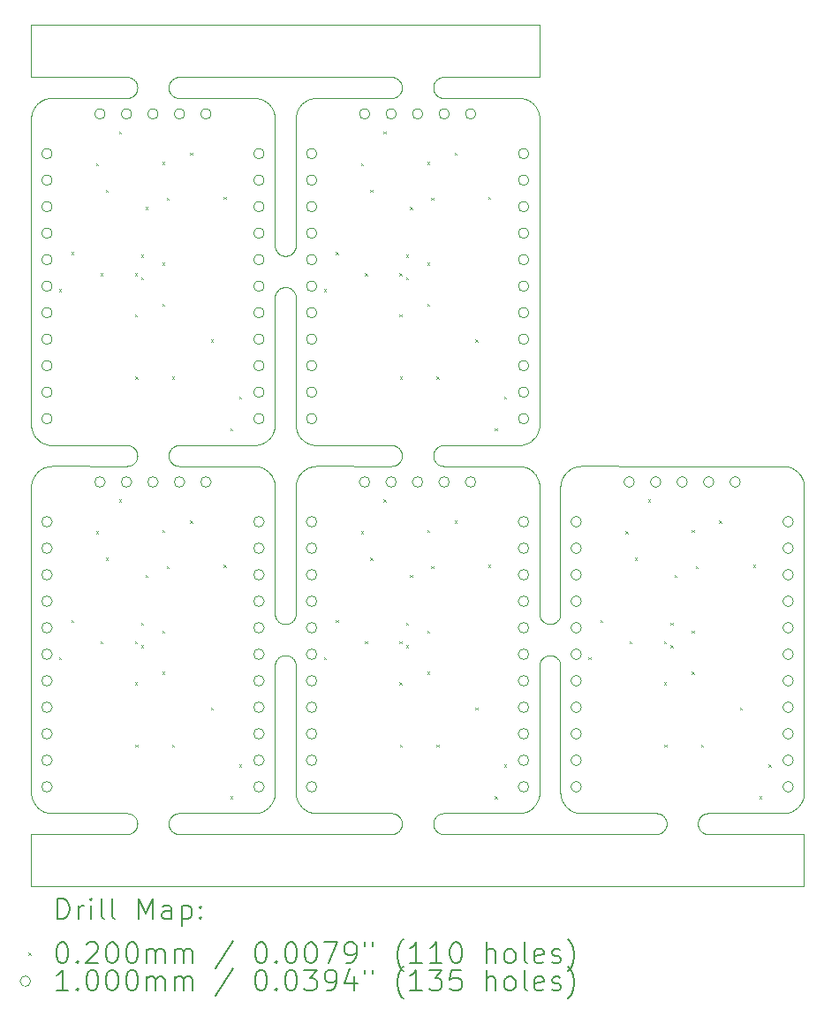
<source format=gbr>
%TF.GenerationSoftware,KiCad,Pcbnew,(6.0.8)*%
%TF.CreationDate,2022-11-08T11:05:10+01:00*%
%TF.ProjectId,STM32G030F6P6,53544d33-3247-4303-9330-463650362e6b,2.0*%
%TF.SameCoordinates,Original*%
%TF.FileFunction,Drillmap*%
%TF.FilePolarity,Positive*%
%FSLAX45Y45*%
G04 Gerber Fmt 4.5, Leading zero omitted, Abs format (unit mm)*
G04 Created by KiCad (PCBNEW (6.0.8)) date 2022-11-08 11:05:10*
%MOMM*%
%LPD*%
G01*
G04 APERTURE LIST*
%ADD10C,0.100000*%
%ADD11C,0.200000*%
%ADD12C,0.020000*%
G04 APERTURE END LIST*
D10*
X6373692Y-2000000D02*
X5454212Y-2000000D01*
X6373494Y-1500000D02*
X6373692Y-2000000D01*
X7990999Y-5727560D02*
X7492975Y-5727495D01*
X6373450Y-4112704D02*
X6373494Y-3614679D01*
X5358167Y-2125213D02*
X5357102Y-2120473D01*
X4077895Y-8976200D02*
X4077910Y-8976220D01*
X4037151Y-5338768D02*
X4037153Y-5338793D01*
X6650197Y-9012155D02*
X6650217Y-9012170D01*
X8797351Y-5747321D02*
X8797328Y-5747310D01*
X5358167Y-5652613D02*
X5357102Y-5647873D01*
X1506104Y-5878479D02*
X1506098Y-5878503D01*
X1678510Y-5526214D02*
X1678535Y-5526217D01*
X6479564Y-7541219D02*
X6484410Y-7541577D01*
X3773672Y-5781609D02*
X3773653Y-5781592D01*
X8908250Y-8883854D02*
X8908254Y-8883829D01*
X6533721Y-7221619D02*
X6529748Y-7224417D01*
X1629362Y-5514480D02*
X1629386Y-5514490D01*
X2907696Y-2000477D02*
X2912542Y-2000119D01*
X6652200Y-9013705D02*
X6658325Y-9018203D01*
X6361552Y-2331714D02*
X6360689Y-2329386D01*
X2510863Y-5666383D02*
X2508893Y-5670826D01*
X5395226Y-2019483D02*
X5399199Y-2016685D01*
X6360680Y-5856762D02*
X6357861Y-5849705D01*
X1530955Y-5820571D02*
X1529642Y-5822677D01*
X3925947Y-7541577D02*
X3930793Y-7541219D01*
X3758200Y-5486305D02*
X3758220Y-5486290D01*
X6453179Y-7239197D02*
X6448437Y-7238132D01*
X3637436Y-9054784D02*
X3645663Y-9054575D01*
X6360680Y-8925438D02*
X6360689Y-8925414D01*
X4099928Y-9000591D02*
X4099947Y-9000608D01*
X3815786Y-8943979D02*
X3816879Y-8941751D01*
X1500013Y-1999117D02*
X1500020Y-1999165D01*
X4195331Y-2204375D02*
X4195306Y-2204380D01*
X4138670Y-2225761D02*
X4138648Y-2225773D01*
X4071964Y-5440617D02*
X4073382Y-5442654D01*
X4037983Y-2378535D02*
X4037732Y-2381004D01*
X6627792Y-8991653D02*
X6627809Y-8991672D01*
X1501186Y-8876290D02*
X1502146Y-8883829D01*
X4195331Y-5523025D02*
X4197762Y-5523525D01*
X8910048Y-9754552D02*
X8910084Y-9754519D01*
X6262779Y-9033786D02*
X6262802Y-9033774D01*
X3665829Y-9052654D02*
X3665854Y-9052650D01*
X1620001Y-2216727D02*
X1619978Y-2216737D01*
X8909844Y-9754688D02*
X8909887Y-9754665D01*
X5395220Y-5708073D02*
X5391390Y-5705084D01*
X6288875Y-9018203D02*
X6295000Y-9013705D01*
X6232255Y-2208824D02*
X6224948Y-2206733D01*
X6286796Y-2235150D02*
X6280450Y-2230968D01*
X1500351Y-5338768D02*
X1500353Y-5338793D01*
X6304814Y-5478302D02*
X6310453Y-5473208D01*
X4056721Y-5840449D02*
X4056710Y-5840472D01*
X6184675Y-5727729D02*
X6184657Y-5727727D01*
X8869305Y-5806000D02*
X8869290Y-5805980D01*
X4197787Y-5523529D02*
X4205267Y-5524870D01*
X4052538Y-5405095D02*
X4052548Y-5405118D01*
X1500072Y-1500645D02*
X1500056Y-1500692D01*
X5355200Y-2099012D02*
X5355320Y-2094142D01*
X4073397Y-5812125D02*
X4073382Y-5812146D01*
X2504315Y-2048104D02*
X2506710Y-2052332D01*
X4037151Y-8866168D02*
X4037153Y-8866193D01*
X8849071Y-5783319D02*
X8847272Y-5781609D01*
X2818877Y-9165504D02*
X2818519Y-9160658D01*
X6684421Y-9033786D02*
X6686649Y-9034879D01*
X6577975Y-5885931D02*
X6577475Y-5888362D01*
X5364704Y-5670885D02*
X5362735Y-5666443D01*
X3816890Y-5840472D02*
X3816879Y-5840449D01*
X5007103Y-9068729D02*
X5011208Y-9071329D01*
X1536582Y-5812146D02*
X1535164Y-5814183D01*
X4175729Y-5736982D02*
X4168538Y-5739440D01*
X8910400Y-9753597D02*
X8910400Y-9753573D01*
X5364707Y-5583974D02*
X5366892Y-5579633D01*
X6324519Y-2268805D02*
X6324502Y-2268785D01*
X3952475Y-7240028D02*
X3947653Y-7240623D01*
X6569445Y-7611369D02*
X6570741Y-7616052D01*
X3800203Y-5442675D02*
X3800218Y-5442654D01*
X6192596Y-2200932D02*
X6192570Y-2200930D01*
X1519910Y-8941728D02*
X1519921Y-8941751D01*
X4085898Y-5458615D02*
X4090992Y-5464253D01*
X7590928Y-9170326D02*
X7590097Y-9175114D01*
X6371074Y-8886308D02*
X6371450Y-8883854D01*
X1638929Y-2209582D02*
X1631738Y-2212040D01*
X4052548Y-5405118D02*
X4053527Y-5407399D01*
X2819472Y-2084474D02*
X2820302Y-2079686D01*
X6372668Y-5346396D02*
X6372670Y-5346370D01*
X6732106Y-9050420D02*
X6732131Y-9050425D01*
X6774237Y-5727400D02*
X6774224Y-5727400D01*
X7582495Y-9198128D02*
X7580310Y-9202468D01*
X3811027Y-5829248D02*
X3807171Y-5822699D01*
X1500020Y-9255634D02*
X1500013Y-9255683D01*
X6356873Y-2320001D02*
X6356863Y-2319978D01*
X4084248Y-5798107D02*
X4079445Y-5803997D01*
X5355320Y-9148847D02*
X5355677Y-9144001D01*
X2819472Y-2115686D02*
X2818877Y-2110863D01*
X6244237Y-9041880D02*
X6251295Y-9039061D01*
X3665829Y-5525254D02*
X3665854Y-5525250D01*
X6675470Y-9029039D02*
X6677640Y-9030244D01*
X2827905Y-2056672D02*
X2830090Y-2052332D01*
X1506098Y-5376296D02*
X1506104Y-5376321D01*
X6686672Y-5747310D02*
X6686649Y-5747321D01*
X6253622Y-5744137D02*
X6253599Y-5744127D01*
X3832420Y-8896294D02*
X3832425Y-8896269D01*
X2907708Y-5527781D02*
X2912555Y-5527424D01*
X1500225Y-5336263D02*
X1500225Y-5336289D01*
X8847253Y-5781592D02*
X8841615Y-5776498D01*
X6330954Y-2276597D02*
X6326152Y-2270707D01*
X5391390Y-5705084D02*
X5387711Y-5701910D01*
X3794170Y-2276617D02*
X3794154Y-2276597D01*
X4037129Y-2388924D02*
X4037127Y-2388943D01*
X2893334Y-2197191D02*
X2888652Y-2195894D01*
X1502526Y-2368492D02*
X1502150Y-2370946D01*
X6372414Y-5905910D02*
X6371454Y-5898371D01*
X3821052Y-5405118D02*
X3821061Y-5405095D01*
X7563008Y-9083641D02*
X7566358Y-9087160D01*
X1524544Y-5831462D02*
X1521026Y-5838198D01*
X1535164Y-5440617D02*
X1536582Y-5442654D01*
X6373247Y-2388607D02*
X6372670Y-2381030D01*
X6373928Y-7630388D02*
X6374523Y-7625566D01*
X4956175Y-5727495D02*
X4237437Y-5727400D01*
X3935663Y-7541100D02*
X3937894Y-7541100D01*
X4066428Y-5822699D02*
X4062573Y-5829248D01*
X6234647Y-5517826D02*
X6234671Y-5517818D01*
X2875081Y-9064206D02*
X2879523Y-9062238D01*
X6598156Y-5831440D02*
X6598144Y-5831462D01*
X6373374Y-5918511D02*
X6373249Y-5916032D01*
X5015174Y-2019483D02*
X5019005Y-2022472D01*
X5054723Y-9165504D02*
X5054128Y-9170326D01*
X8910370Y-9754014D02*
X8910380Y-9753966D01*
X4970738Y-9055713D02*
X4975525Y-9056544D01*
X8854463Y-8993489D02*
X8854480Y-8993471D01*
X3837723Y-4098166D02*
X3838554Y-4093379D01*
X3980275Y-3704196D02*
X3975833Y-3706165D01*
X4215335Y-5526217D02*
X4217804Y-5526468D01*
X1500932Y-5908404D02*
X1500930Y-5908429D01*
X6372668Y-8873796D02*
X6372670Y-8873770D01*
X4037153Y-5338793D02*
X4037730Y-5346370D01*
X6467636Y-7240980D02*
X6462790Y-7240623D01*
X5387716Y-9229154D02*
X5384197Y-9225803D01*
X4073397Y-2284725D02*
X4073382Y-2284746D01*
X1500016Y-5328023D02*
X1500016Y-5328035D01*
X4042904Y-5376321D02*
X4043526Y-5378724D01*
X6372417Y-8876265D02*
X6372668Y-8873796D01*
X6326136Y-8984112D02*
X6326152Y-8984093D01*
X4147598Y-5748426D02*
X4140862Y-5751944D01*
X7914476Y-9090896D02*
X7917650Y-9087216D01*
X5407540Y-5538991D02*
X5411881Y-5536806D01*
X8817251Y-5758368D02*
X8817229Y-5758355D01*
X3947653Y-3713223D02*
X3942807Y-3713580D01*
X6666749Y-5758368D02*
X6660404Y-5762550D01*
X3815786Y-5838221D02*
X3815774Y-5838198D01*
X2498920Y-9094670D02*
X2501718Y-9098642D01*
X6763490Y-9054526D02*
X6764400Y-9054543D01*
X6271730Y-5753161D02*
X6269560Y-5751956D01*
X6644288Y-5774864D02*
X6642404Y-5776481D01*
X6762543Y-9054473D02*
X6763452Y-9054524D01*
X3889023Y-3702009D02*
X3884795Y-3699613D01*
X3734930Y-9029039D02*
X3734952Y-9029027D01*
X3897767Y-4021235D02*
X3902300Y-4019487D01*
X6337003Y-5442675D02*
X6337018Y-5442654D01*
X6222521Y-2206104D02*
X6222496Y-2206098D01*
X2907684Y-5727082D02*
X2902862Y-5726487D01*
X1595277Y-5757042D02*
X1593171Y-5758355D01*
X5444496Y-9254323D02*
X5439674Y-9253728D01*
X2498917Y-9214774D02*
X2495928Y-9218605D01*
X1651079Y-2206104D02*
X1648676Y-2206726D01*
X8900826Y-8915847D02*
X8901569Y-8913479D01*
X6752135Y-9053617D02*
X6754604Y-9053868D01*
X3780880Y-8993471D02*
X3782591Y-8991672D01*
X6269537Y-2224544D02*
X6262802Y-2221026D01*
X3726002Y-5506374D02*
X3732737Y-5502856D01*
X1648651Y-5734133D02*
X1641345Y-5736224D01*
X6684398Y-9033774D02*
X6684421Y-9033786D01*
X4166162Y-5514480D02*
X4166186Y-5514490D01*
X8884639Y-8952930D02*
X8885844Y-8950760D01*
X3688148Y-9048067D02*
X3695455Y-9045976D01*
X4236164Y-2200016D02*
X4227937Y-2200225D01*
X3840955Y-7170831D02*
X3839659Y-7166148D01*
X1500135Y-9754287D02*
X1500160Y-9754330D01*
X4037986Y-2378510D02*
X4037983Y-2378535D01*
X1681004Y-5728332D02*
X1678535Y-5728583D01*
X5029558Y-9087160D02*
X5032731Y-9090839D01*
X4041175Y-5885931D02*
X4040675Y-5888362D01*
X6373326Y-5337510D02*
X6373343Y-5336600D01*
X2518280Y-5633353D02*
X2517923Y-5638199D01*
X6366867Y-8906148D02*
X6366873Y-8906124D01*
X6222496Y-2206098D02*
X6215094Y-2204380D01*
X4105585Y-2249098D02*
X4099947Y-2254192D01*
X6573272Y-7151812D02*
X6572677Y-7156634D01*
X3789336Y-2270688D02*
X3787719Y-2268805D01*
X6570781Y-7166162D02*
X6569484Y-7170845D01*
X2893356Y-9057670D02*
X2898097Y-9056605D01*
X6278323Y-2229642D02*
X6278301Y-2229628D01*
X5403311Y-5541386D02*
X5407540Y-5538991D01*
X2830092Y-5579633D02*
X2832487Y-5575405D01*
X4970715Y-5726425D02*
X4965891Y-5727019D01*
X3658265Y-2201183D02*
X3655796Y-2200932D01*
X5054723Y-2089296D02*
X5055080Y-2094142D01*
X1500390Y-1500217D02*
X1500352Y-1500248D01*
X7894967Y-9179855D02*
X7893902Y-9175114D01*
X1521014Y-5416579D02*
X1521026Y-5416602D01*
X5019010Y-9077116D02*
X5022689Y-9080290D01*
X3697847Y-5736974D02*
X3695479Y-5736231D01*
X6573600Y-8854164D02*
X6573600Y-8854177D01*
X2489403Y-9225803D02*
X2485884Y-9229154D01*
X1506733Y-2348652D02*
X1506726Y-2348676D01*
X4105604Y-9005719D02*
X4107488Y-9007336D01*
X1519910Y-5840472D02*
X1516737Y-5847378D01*
X4061356Y-2304040D02*
X4061344Y-2304062D01*
X8799579Y-9033786D02*
X8799602Y-9033774D01*
X4195306Y-9050420D02*
X4195331Y-9050425D01*
X7587737Y-9184538D02*
X7586212Y-9189152D01*
X8906529Y-8893813D02*
X8907870Y-8886333D01*
X6373970Y-7151795D02*
X6373613Y-7146949D01*
X3937937Y-3713700D02*
X3935706Y-3713700D01*
X2917425Y-5527305D02*
X3636163Y-5527400D01*
X6594626Y-8944002D02*
X6598144Y-8950738D01*
X4115400Y-5486305D02*
X4121525Y-5490803D01*
X6369220Y-8896294D02*
X6369225Y-8896269D01*
X1595299Y-2229628D02*
X1595277Y-2229642D01*
X4037983Y-5905935D02*
X4037732Y-5908404D01*
X6702986Y-5740310D02*
X6702962Y-5740319D01*
X8885844Y-5831440D02*
X8884639Y-5829270D01*
X8909470Y-5908429D02*
X8909468Y-5908404D01*
X6317663Y-2261311D02*
X6312289Y-2255937D01*
X2854589Y-2177684D02*
X2850911Y-2174510D01*
X3655770Y-9053870D02*
X3655796Y-9053868D01*
X2504315Y-9206696D02*
X2501715Y-9210801D01*
X2515433Y-2074945D02*
X2516497Y-2079686D01*
X6324502Y-5458615D02*
X6324519Y-5458595D01*
X8909661Y-9254842D02*
X8909614Y-9254830D01*
X4098111Y-5471463D02*
X4098129Y-5471480D01*
X8823617Y-9019636D02*
X8825654Y-9018218D01*
X6271730Y-5501639D02*
X6271752Y-5501627D01*
X8906025Y-8896269D02*
X8906525Y-8893838D01*
X4031160Y-7175458D02*
X4029411Y-7179991D01*
X3823880Y-5856762D02*
X3821061Y-5849705D01*
X1500281Y-9754484D02*
X1500316Y-9754519D01*
X2827904Y-5670885D02*
X2825935Y-5666443D01*
X7555805Y-9232328D02*
X7551974Y-9235317D01*
X1535164Y-8968017D02*
X1536582Y-8970054D01*
X1688924Y-5527071D02*
X1688943Y-5527073D01*
X2512613Y-2065648D02*
X2514137Y-2070262D01*
X2858432Y-9074183D02*
X2862405Y-9071385D01*
X5032724Y-5691304D02*
X5029550Y-5694983D01*
X3665854Y-5525250D02*
X3668307Y-5524874D01*
X6439100Y-7546887D02*
X6443714Y-7545363D01*
X8797351Y-9034879D02*
X8799579Y-9033786D01*
X1502530Y-8886333D02*
X1503870Y-8893813D01*
X6319391Y-2263128D02*
X6317680Y-2261329D01*
X5355200Y-2101148D02*
X5355200Y-2099012D01*
X6297003Y-9012155D02*
X6302893Y-9007352D01*
X1670971Y-5729546D02*
X1670946Y-5729550D01*
X4073397Y-8970075D02*
X4077895Y-8976200D01*
X1524556Y-8950760D02*
X1525761Y-8952930D01*
X3848381Y-3661363D02*
X3846196Y-3657022D01*
X7893902Y-9175114D02*
X7893072Y-9170326D01*
X8898360Y-5859138D02*
X8898352Y-5859114D01*
X3821061Y-8932495D02*
X3823880Y-8925438D01*
X5047665Y-5588357D02*
X5049414Y-5592890D01*
X6241862Y-5739440D02*
X6234671Y-5736982D01*
X1503870Y-2360987D02*
X1502530Y-2368467D01*
X4037127Y-2388943D02*
X4037076Y-2389852D01*
X8910392Y-9255732D02*
X8910387Y-9255683D01*
X3697847Y-9045226D02*
X3697871Y-9045218D01*
X4036816Y-5328035D02*
X4037025Y-5336263D01*
X3766112Y-5479936D02*
X3767995Y-5478319D01*
X2518280Y-9148782D02*
X2518400Y-9153652D01*
X6174224Y-5527384D02*
X6174236Y-5527384D01*
X6608750Y-5814204D02*
X6604568Y-5820549D01*
X5055080Y-9148782D02*
X5055200Y-9153652D01*
X3835617Y-2378535D02*
X3835614Y-2378510D01*
X6732131Y-5731775D02*
X6732106Y-5731780D01*
X1500000Y-8854177D02*
X1500016Y-8855423D01*
X4020224Y-4057703D02*
X4022824Y-4061809D01*
X6297003Y-5770045D02*
X6296983Y-5770030D01*
X4090992Y-5790547D02*
X4085898Y-5796185D01*
X8889374Y-5838198D02*
X8885856Y-5831462D01*
X6567921Y-7606754D02*
X6569445Y-7611369D01*
X1500930Y-8873770D02*
X1500932Y-8873796D01*
X6395963Y-7204901D02*
X6392973Y-7201070D01*
X3805832Y-8961651D02*
X3805845Y-8961629D01*
X8909468Y-9754792D02*
X8909517Y-9754787D01*
X6364026Y-5388447D02*
X6364769Y-5386079D01*
X3675838Y-9050925D02*
X3678269Y-9050425D01*
X6361560Y-2331738D02*
X6361552Y-2331714D01*
X1601848Y-5501627D02*
X1601870Y-5501639D01*
X2822664Y-9124965D02*
X2824188Y-9120350D01*
X1500276Y-5917252D02*
X1500274Y-5917290D01*
X7539668Y-9243110D02*
X7535328Y-9245295D01*
X4129949Y-2230968D02*
X4123604Y-2235150D01*
X4090992Y-5464253D02*
X4091009Y-5464272D01*
X3685721Y-5521296D02*
X3688124Y-5520674D01*
X6622681Y-8985995D02*
X6622698Y-8986015D01*
X6732106Y-5731780D02*
X6724703Y-5733498D01*
X1547464Y-5798088D02*
X1547448Y-5798107D01*
X6222521Y-5521296D02*
X6224924Y-5520674D01*
X6390138Y-7585094D02*
X6392936Y-7581122D01*
X3787719Y-5458595D02*
X3789336Y-5456712D01*
X3775471Y-5471480D02*
X3775489Y-5471463D01*
X5047664Y-9193686D02*
X5045695Y-9198128D01*
X5430145Y-9251833D02*
X5425462Y-9250537D01*
X1506726Y-8906124D02*
X1506733Y-8906148D01*
X1547464Y-5456712D02*
X1549081Y-5458595D01*
X5019005Y-2022472D02*
X5022684Y-2025646D01*
X1504375Y-5368869D02*
X1504380Y-5368894D01*
X8817229Y-5758355D02*
X8815123Y-5757042D01*
X6390176Y-7197097D02*
X6387576Y-7192991D01*
X4195306Y-5523020D02*
X4195331Y-5523025D01*
X8910387Y-9753917D02*
X8910392Y-9753868D01*
X3815774Y-2310798D02*
X3812256Y-2304062D01*
X6559662Y-7193001D02*
X6557062Y-7197106D01*
X3685696Y-2206098D02*
X3678294Y-2204380D01*
X6343958Y-8959523D02*
X6343971Y-8959501D01*
X3780880Y-5788729D02*
X3780863Y-5788711D01*
X1610798Y-5506374D02*
X1610821Y-5506386D01*
X2819472Y-5643085D02*
X2818877Y-5638263D01*
X5357103Y-2079686D02*
X5358167Y-2074945D01*
X6614695Y-8976200D02*
X6614710Y-8976220D01*
X5434875Y-2198256D02*
X5430134Y-2197191D01*
X7986155Y-9054824D02*
X7991025Y-9054705D01*
X1631714Y-2212048D02*
X1629386Y-2212910D01*
X5449342Y-9254680D02*
X5444496Y-9254323D01*
X7580310Y-9202468D02*
X7577915Y-9206696D01*
X2512613Y-9189152D02*
X2510864Y-9193686D01*
X6310472Y-9000591D02*
X6312271Y-8998880D01*
X5035717Y-9214774D02*
X5032728Y-9218605D01*
X1595299Y-5757028D02*
X1595277Y-5757042D01*
X6312271Y-2255920D02*
X6310472Y-2254209D01*
X7502716Y-9055118D02*
X7507538Y-9055713D01*
X1699363Y-5727416D02*
X1691136Y-5727625D01*
X6352586Y-2310821D02*
X6352574Y-2310798D01*
X3996883Y-7560585D02*
X4000714Y-7563574D01*
X4961070Y-5527360D02*
X4965916Y-5527718D01*
X6371074Y-5358908D02*
X6371450Y-5356454D01*
X2830088Y-2147825D02*
X2827904Y-2143485D01*
X7592000Y-9155788D02*
X7591880Y-9160658D01*
X6337018Y-5442654D02*
X6338436Y-5440617D01*
X4036800Y-5326777D02*
X4036816Y-5328023D01*
X5358168Y-9129648D02*
X5359464Y-9124965D01*
X1641345Y-9045976D02*
X1648651Y-9048067D01*
X8879445Y-5820571D02*
X8879432Y-5820549D01*
X8808552Y-5753173D02*
X8808530Y-5753161D01*
X3648193Y-5527047D02*
X3655770Y-5526470D01*
X1561329Y-8998880D02*
X1563128Y-9000591D01*
X3834274Y-5895892D02*
X3834270Y-5895867D01*
X6302893Y-2247448D02*
X6297003Y-2242645D01*
X6212613Y-5731270D02*
X6205132Y-5729930D01*
X3807158Y-5822677D02*
X3805845Y-5820571D01*
X6373600Y-5928035D02*
X6373600Y-5928023D01*
X3695479Y-9045969D02*
X3697847Y-9045226D01*
X2514137Y-2070262D02*
X2515433Y-2074945D01*
X7991025Y-9054705D02*
X8709763Y-9054800D01*
X1629362Y-2212920D02*
X1622305Y-2215739D01*
X8781014Y-5740310D02*
X8778686Y-5739448D01*
X5449330Y-5727440D02*
X5444484Y-5727082D01*
X4217804Y-5728332D02*
X4215335Y-5728583D01*
X6372670Y-2381030D02*
X6372668Y-2381004D01*
X6754604Y-5728332D02*
X6752135Y-5728583D01*
X5374683Y-9214774D02*
X5371885Y-9210801D01*
X4036830Y-7146966D02*
X4036472Y-7151812D01*
X3876679Y-7560581D02*
X3880652Y-7557783D01*
X2866511Y-9068786D02*
X2870740Y-9066391D01*
X6253599Y-5510673D02*
X6253622Y-5510663D01*
X2847392Y-2171159D02*
X2844042Y-2167640D01*
X5018999Y-5705027D02*
X5015168Y-5708017D01*
X6296983Y-5770030D02*
X6295020Y-5768510D01*
X8906529Y-5888387D02*
X8906525Y-5888362D01*
X6430164Y-7231594D02*
X6425823Y-7229409D01*
X4226652Y-9054524D02*
X4226690Y-9054526D01*
X7901505Y-9198128D02*
X7899536Y-9193686D01*
X6205107Y-5729926D02*
X6202654Y-5729550D01*
X5371882Y-5683558D02*
X5369283Y-5679453D01*
X6369725Y-5888362D02*
X6369225Y-5885931D01*
X6373375Y-2391137D02*
X6373374Y-2391111D01*
X6774224Y-5727400D02*
X6772976Y-5727416D01*
X1503875Y-5888362D02*
X1503870Y-5888387D01*
X2888672Y-5531565D02*
X2893356Y-5530270D01*
X8799602Y-5748426D02*
X8799579Y-5748414D01*
X5041117Y-9102747D02*
X5043512Y-9106975D01*
X1690819Y-5527143D02*
X2419401Y-5527239D01*
X6373450Y-7640104D02*
X6373570Y-7635234D01*
X6297003Y-2242645D02*
X6296983Y-2242630D01*
X5029554Y-2032516D02*
X5032728Y-2036195D01*
X6286796Y-5762550D02*
X6280450Y-5758368D01*
X1506726Y-5876076D02*
X1506104Y-5878479D01*
X8909614Y-9754770D02*
X8909661Y-9754758D01*
X6573616Y-8855435D02*
X6573825Y-8863663D01*
X3734930Y-5501639D02*
X3734952Y-5501627D01*
X4066442Y-5822677D02*
X4066428Y-5822699D01*
X6387538Y-7589199D02*
X6390138Y-7585094D01*
X5430156Y-5530270D02*
X5434897Y-5529205D01*
X2504317Y-9102747D02*
X2506712Y-9106975D01*
X4121525Y-5490803D02*
X4121546Y-5490818D01*
X3957221Y-4015603D02*
X3961962Y-4016667D01*
X6642385Y-9005702D02*
X6642404Y-9005719D01*
X3816890Y-8941728D02*
X3820063Y-8934822D01*
X4038946Y-5356429D02*
X4038950Y-5356454D01*
X2516497Y-5647810D02*
X2515432Y-5652552D01*
X6232279Y-5518569D02*
X6234647Y-5517826D01*
X8880758Y-8959523D02*
X8880772Y-8959501D01*
X5357102Y-5647873D02*
X5356272Y-5643085D01*
X6349044Y-5423360D02*
X6349056Y-5423338D01*
X8839693Y-5774848D02*
X8833803Y-5770045D01*
X4000714Y-4036174D02*
X4004393Y-4039349D01*
X2508895Y-2056672D02*
X2510864Y-2061114D01*
X3732737Y-2224544D02*
X3726002Y-2221026D01*
X3655770Y-5526470D02*
X3655796Y-5526468D01*
X4056721Y-5414351D02*
X4057814Y-5416579D01*
X1515738Y-2322305D02*
X1512919Y-2329362D01*
X1549098Y-2268785D02*
X1549081Y-2268805D01*
X8815123Y-5757042D02*
X8815101Y-5757028D01*
X1506098Y-8903696D02*
X1506104Y-8903721D01*
X1584725Y-5490803D02*
X1584746Y-5490818D01*
X2516498Y-5606927D02*
X2517328Y-5611714D01*
X7897787Y-9189152D02*
X7896263Y-9184538D01*
X6598144Y-5831462D02*
X6594626Y-5838198D01*
X2821368Y-5602248D02*
X2822664Y-5597565D01*
X1504375Y-5885931D02*
X1503875Y-5888362D01*
X5041113Y-2151995D02*
X5038513Y-2156100D01*
X2830088Y-5675225D02*
X2827904Y-5670885D01*
X3836784Y-2399377D02*
X3836784Y-2399365D01*
X2862399Y-9238115D02*
X2858426Y-9235317D01*
X6172963Y-5527400D02*
X6172976Y-5527400D01*
X3865650Y-7570093D02*
X3869169Y-7566743D01*
X8823596Y-9019650D02*
X8823617Y-9019636D01*
X4025257Y-3661373D02*
X4022862Y-3665601D01*
X1500188Y-9754370D02*
X1500217Y-9754410D01*
X4067768Y-2293149D02*
X4067755Y-2293171D01*
X6319408Y-2263147D02*
X6319391Y-2263128D01*
X6366867Y-5378748D02*
X6366873Y-5378724D01*
X1500020Y-1500834D02*
X1500013Y-1500883D01*
X5026199Y-2171103D02*
X5022679Y-2174453D01*
X6295000Y-5486305D02*
X6295020Y-5486290D01*
X1500470Y-1500160D02*
X1500430Y-1500188D01*
X4132077Y-5497758D02*
X4132099Y-5497772D01*
X6174236Y-5527384D02*
X6182463Y-5527175D01*
X2825936Y-9193686D02*
X2824187Y-9189152D01*
X1610821Y-5748414D02*
X1610798Y-5748426D01*
X7590097Y-9175114D02*
X7589033Y-9179855D01*
X4033941Y-7616052D02*
X4035005Y-7620793D01*
X4178121Y-5518569D02*
X4178145Y-5518576D01*
X6195090Y-9053614D02*
X6202629Y-9052654D01*
X5411872Y-9245295D02*
X5407532Y-9243110D01*
X2514138Y-9124904D02*
X2515433Y-9129587D01*
X6593510Y-5840472D02*
X6590337Y-5847378D01*
X1502150Y-5356454D02*
X1502526Y-5358908D01*
X1530968Y-5434251D02*
X1535150Y-5440596D01*
X6269560Y-9030244D02*
X6271730Y-9029039D01*
X4123583Y-5762564D02*
X4121546Y-5763982D01*
X3795705Y-8976200D02*
X3800203Y-8970075D01*
X3743629Y-2230955D02*
X3741523Y-2229642D01*
X1570688Y-5774864D02*
X1568804Y-5776481D01*
X4067755Y-5820571D02*
X4066442Y-5822677D01*
X3966686Y-7236837D02*
X3962003Y-7238133D01*
X4217804Y-9053868D02*
X4217830Y-9053870D01*
X6583182Y-8915871D02*
X6585640Y-8923062D01*
X3794154Y-2276597D02*
X3789352Y-2270707D01*
X4215310Y-5526214D02*
X4215335Y-5526217D01*
X1689890Y-9054526D02*
X1690800Y-9054543D01*
X3821052Y-8932518D02*
X3821061Y-8932495D01*
X7928195Y-9232328D02*
X7924516Y-9229154D01*
X3906954Y-3709436D02*
X3902340Y-3707912D01*
X3884795Y-3699613D02*
X3880690Y-3697013D01*
X1658506Y-5731780D02*
X1651103Y-5733498D01*
X6372414Y-2378510D02*
X6371454Y-2370971D01*
X4042898Y-8903696D02*
X4042904Y-8903721D01*
X6579698Y-5878503D02*
X6577980Y-5885906D01*
X6622698Y-8986015D02*
X6627792Y-8991653D01*
X4225724Y-5527071D02*
X4225743Y-5527073D01*
X8788118Y-9039052D02*
X8790399Y-9038073D01*
X6302912Y-9007336D02*
X6304795Y-9005719D01*
X5384192Y-2171159D02*
X5380842Y-2167640D01*
X4041175Y-5368869D02*
X4041180Y-5368894D01*
X2832485Y-9206696D02*
X2830090Y-9202468D01*
X6369225Y-8896269D02*
X6369725Y-8893838D01*
X2875081Y-5536806D02*
X2879523Y-5534838D01*
X8906525Y-5888362D02*
X8906025Y-5885931D01*
X3723750Y-5507479D02*
X3725979Y-5506386D01*
X6295020Y-2241110D02*
X6295000Y-2241095D01*
X3942764Y-4013819D02*
X3947610Y-4014177D01*
X3665829Y-2202146D02*
X3658290Y-2201186D01*
X1547464Y-2270688D02*
X1547448Y-2270707D01*
X5366890Y-9202468D02*
X5364705Y-9198128D01*
X6764400Y-9054543D02*
X6764419Y-9054543D01*
X3801636Y-2286783D02*
X3800218Y-2284746D01*
X2866497Y-5713471D02*
X2862392Y-5710871D01*
X3812244Y-8950760D02*
X3812256Y-8950738D01*
X3850776Y-7192991D02*
X3848381Y-7188763D01*
X3658290Y-5728586D02*
X3658265Y-5728583D01*
X6312271Y-5471480D02*
X6312289Y-5471463D01*
X4049710Y-2329386D02*
X4048848Y-2331714D01*
X6634929Y-5783319D02*
X6634911Y-5783337D01*
X6373600Y-2400636D02*
X6373600Y-2400623D01*
X2837883Y-9214774D02*
X2835085Y-9210801D01*
X6302912Y-5479936D02*
X6304795Y-5478319D01*
X6675470Y-5753161D02*
X6675448Y-5753173D01*
X4011300Y-3681187D02*
X4007950Y-3684706D01*
X6762524Y-9054471D02*
X6762543Y-9054473D01*
X6417490Y-7224413D02*
X6413517Y-7221615D01*
X4036472Y-3624412D02*
X4035877Y-3629234D01*
X1504380Y-5368894D02*
X1506098Y-5376296D01*
X3789336Y-5456712D02*
X3789352Y-5456693D01*
X8909217Y-5905935D02*
X8909214Y-5905910D01*
X6224948Y-5520667D02*
X6232255Y-5518576D01*
X7911486Y-9094727D02*
X7914476Y-9090896D01*
X6371450Y-2370946D02*
X6371074Y-2368492D01*
X6349044Y-8950760D02*
X6349056Y-8950738D01*
X3835614Y-2378510D02*
X3834654Y-2370971D01*
X2832487Y-9102805D02*
X2835087Y-9098700D01*
X3820063Y-2319978D02*
X3816890Y-2313072D01*
X3992948Y-3697017D02*
X3988843Y-3699616D01*
X7940104Y-9240715D02*
X7935999Y-9238115D01*
X1500932Y-1999992D02*
X1500981Y-1999994D01*
X2438703Y-2198195D02*
X2433915Y-2199025D01*
X4099928Y-5473191D02*
X4099947Y-5473208D01*
X4227911Y-2200226D02*
X4225432Y-2200351D01*
X6529748Y-7224417D02*
X6525643Y-7227016D01*
X6405969Y-7566743D02*
X6409648Y-7563570D01*
X1500316Y-9754519D02*
X1500352Y-9754552D01*
X3734952Y-2225773D02*
X3734930Y-2225761D01*
X5360987Y-2065648D02*
X5362736Y-2061114D01*
X6260550Y-9034879D02*
X6262779Y-9033786D01*
X1610798Y-2221026D02*
X1604062Y-2224544D01*
X4035877Y-7156634D02*
X4035046Y-7161421D01*
X6304814Y-2249098D02*
X6304795Y-2249081D01*
X4043526Y-5378724D02*
X4043533Y-5378748D01*
X2866504Y-9240715D02*
X2862399Y-9238115D01*
X1502146Y-5898371D02*
X1501186Y-5905910D01*
X6371070Y-5358933D02*
X6371074Y-5358908D01*
X8790422Y-9038063D02*
X8797328Y-9034890D01*
X3678269Y-5523025D02*
X3678294Y-5523020D01*
X7526361Y-9060430D02*
X7530894Y-9062179D01*
X2492754Y-9222284D02*
X2489403Y-9225803D01*
X6202654Y-2202150D02*
X6202629Y-2202146D01*
X6585648Y-8923086D02*
X6586510Y-8925414D01*
X4049719Y-8925438D02*
X4052538Y-8932495D01*
X2424270Y-5527360D02*
X2429116Y-5527718D01*
X1509582Y-2338929D02*
X1509574Y-2338953D01*
X4121525Y-9018203D02*
X4121546Y-9018218D01*
X3836575Y-5918536D02*
X3836574Y-5918511D01*
X1500000Y-9256003D02*
X1500000Y-9256027D01*
X3665854Y-5729550D02*
X3665829Y-5729546D01*
X3832929Y-8893813D02*
X3834270Y-8886333D01*
X2448138Y-9250537D02*
X2443455Y-9251833D01*
X3865687Y-3684700D02*
X3862337Y-3681181D01*
X6372670Y-8873770D02*
X6373271Y-8865876D01*
X8904302Y-8903696D02*
X8906020Y-8896294D01*
X4073382Y-2284746D02*
X4071964Y-2286783D01*
X4084248Y-5456693D02*
X4084264Y-5456712D01*
X8898352Y-5859114D02*
X8897490Y-5856786D01*
X7521738Y-9250537D02*
X7517055Y-9251833D01*
X6262779Y-2221014D02*
X6260550Y-2219921D01*
X6379279Y-7175446D02*
X6377755Y-7170831D01*
X4205267Y-2202530D02*
X4197787Y-2203871D01*
X5430156Y-9057670D02*
X5434897Y-9056605D01*
X1554209Y-5790528D02*
X1554192Y-5790547D01*
X6253599Y-5744127D02*
X6251318Y-5743148D01*
X4227600Y-5527143D02*
X4227619Y-5527143D01*
X8907870Y-5895867D02*
X8906529Y-5888387D01*
X4052538Y-2322305D02*
X4049719Y-2329362D01*
X5043508Y-2147767D02*
X5041113Y-2151995D01*
X6658346Y-5763982D02*
X6658325Y-5763997D01*
X6366867Y-2348652D02*
X6364776Y-2341345D01*
X6271730Y-9029039D02*
X6271752Y-9029027D01*
X6372417Y-2378535D02*
X6372414Y-2378510D01*
X4031121Y-4079354D02*
X4032645Y-4083969D01*
X6260528Y-2219910D02*
X6253622Y-2216737D01*
X4036816Y-5328023D02*
X4036816Y-5328035D01*
X4099947Y-9000608D02*
X4105585Y-9005702D01*
X6222521Y-9048696D02*
X6224924Y-9048074D01*
X2847397Y-2028997D02*
X2850916Y-2025646D01*
X1500008Y-1500932D02*
X1500006Y-1500981D01*
X8788095Y-5743138D02*
X8781038Y-5740319D01*
X1541110Y-5805980D02*
X1541095Y-5806000D01*
X5377669Y-5691361D02*
X5374680Y-5687530D01*
X5038513Y-5683500D02*
X5035714Y-5687473D01*
X6343958Y-5822677D02*
X6342645Y-5820571D01*
X6573750Y-7142096D02*
X6573630Y-7146966D01*
X6406007Y-7215451D02*
X6402487Y-7212100D01*
X3836472Y-5338457D02*
X3836524Y-5337548D01*
X6374564Y-7156618D02*
X6373970Y-7151795D01*
X3823889Y-5398014D02*
X3824752Y-5395686D01*
X2489408Y-9083641D02*
X2492758Y-9087160D01*
X5360987Y-9189152D02*
X5359463Y-9184538D01*
X2461736Y-5536749D02*
X2466076Y-5538934D01*
X6353679Y-5840449D02*
X6352586Y-5838221D01*
X7569531Y-9090839D02*
X7572520Y-9094670D01*
X3836543Y-8864000D02*
X3836543Y-8863981D01*
X3760183Y-5770030D02*
X3758220Y-5768510D01*
X3888984Y-7552789D02*
X3893325Y-7550604D01*
X6574530Y-5908429D02*
X6573929Y-5916324D01*
X6286817Y-5762564D02*
X6286796Y-5762550D01*
X8719263Y-9054575D02*
X8719289Y-9054574D01*
X3678269Y-2204375D02*
X3675838Y-2203875D01*
X2850921Y-9080347D02*
X2854601Y-9077173D01*
X3834274Y-2368492D02*
X3834270Y-2368467D01*
X1500248Y-9754448D02*
X1500281Y-9754484D01*
X1576617Y-2242630D02*
X1576597Y-2242645D01*
X1668492Y-2202526D02*
X1668467Y-2202530D01*
X3787702Y-5458615D02*
X3787719Y-5458595D01*
X2517328Y-5611714D02*
X2517923Y-5616537D01*
X2820302Y-9175114D02*
X2819472Y-9170326D01*
X6380989Y-7602208D02*
X6382958Y-7597766D01*
X5434886Y-2001902D02*
X5439674Y-2001072D01*
X2879514Y-2007536D02*
X2884048Y-2005787D01*
X5403304Y-9240715D02*
X5399199Y-9238115D01*
X6564203Y-7597778D02*
X6566172Y-7602220D01*
X3678294Y-5731780D02*
X3678269Y-5731775D01*
X6352574Y-5838198D02*
X6349056Y-5831462D01*
X6644288Y-9007336D02*
X6644307Y-9007352D01*
X1500091Y-9754200D02*
X1500112Y-9754244D01*
X1500030Y-9754014D02*
X1500042Y-9754061D01*
X6343958Y-5432123D02*
X6343971Y-5432101D01*
X6212638Y-2203875D02*
X6212613Y-2203871D01*
X6361552Y-5859114D02*
X6360689Y-5856786D01*
X6548100Y-7208587D02*
X6544750Y-7212106D01*
X2902862Y-5726487D02*
X2898075Y-5725656D01*
X8867755Y-5803997D02*
X8862952Y-5798107D01*
X6693601Y-5744127D02*
X6693578Y-5744137D01*
X3836449Y-5916032D02*
X3836447Y-5916007D01*
X4215310Y-2201186D02*
X4207771Y-2202146D01*
X1501227Y-9254800D02*
X1501203Y-9254800D01*
X4185476Y-5734126D02*
X4185451Y-5734133D01*
X6571805Y-7620793D02*
X6572635Y-7625581D01*
X4042904Y-8903721D02*
X4043526Y-8906124D01*
X6332505Y-2278600D02*
X6332490Y-2278580D01*
X6260528Y-5507490D02*
X6260550Y-5507479D01*
X1501203Y-9754800D02*
X1501227Y-9754800D01*
X3811027Y-2301848D02*
X3807171Y-2295299D01*
X3637424Y-9054784D02*
X3637424Y-9054784D01*
X3645689Y-5527174D02*
X3648168Y-5527049D01*
X3837128Y-7630388D02*
X3837723Y-7625566D01*
X6347839Y-2301870D02*
X6347827Y-2301848D01*
X3832425Y-8896269D02*
X3832925Y-8893838D01*
X3872848Y-7563570D02*
X3876679Y-7560581D01*
X1690800Y-5527143D02*
X1690819Y-5527143D01*
X1500932Y-1500008D02*
X1500883Y-1500013D01*
X5449342Y-2000119D02*
X5454212Y-2000000D01*
X1516727Y-2320001D02*
X1515748Y-2322282D01*
X7920997Y-9225803D02*
X7917646Y-9222284D01*
X2452752Y-9249013D02*
X2448138Y-9250537D01*
X3782608Y-5790547D02*
X3782591Y-5790528D01*
X6371450Y-5356454D02*
X6371454Y-5356429D01*
X6377715Y-7611355D02*
X6379240Y-7606742D01*
X1629386Y-9041890D02*
X1631714Y-9042752D01*
X1501227Y-2000000D02*
X2419388Y-2000000D01*
X6330954Y-5803997D02*
X6326152Y-5798107D01*
X2820303Y-9134390D02*
X2821368Y-9129648D01*
X6586510Y-5856786D02*
X6585648Y-5859114D01*
X1586804Y-2235150D02*
X1586783Y-2235164D01*
X7948672Y-9245295D02*
X7944332Y-9243110D01*
X1501183Y-8876265D02*
X1501186Y-8876290D01*
X6332505Y-8976200D02*
X6337003Y-8970075D01*
X6253622Y-9038063D02*
X6260528Y-9034890D01*
X2485884Y-9229154D02*
X2482205Y-9232328D01*
X1668467Y-9052270D02*
X1668492Y-9052274D01*
X7577915Y-9206696D02*
X7575315Y-9210801D01*
X3741523Y-2229642D02*
X3741501Y-2229628D01*
X3872886Y-7218625D02*
X3869207Y-7215451D01*
X4052538Y-8932495D02*
X4052548Y-8932518D01*
X6366873Y-5876076D02*
X6366867Y-5876051D01*
X2504313Y-5679395D02*
X2501713Y-5683500D01*
X4965904Y-2000477D02*
X4970726Y-2001072D01*
X1500556Y-9754688D02*
X1500600Y-9754709D01*
X5369283Y-2152053D02*
X5366888Y-2147825D01*
X3834654Y-8883829D02*
X3835614Y-8876290D01*
X1638953Y-2209574D02*
X1638929Y-2209582D01*
X2512614Y-9120290D02*
X2514138Y-9124904D01*
X5416324Y-9062238D02*
X5420858Y-9060489D01*
X6621064Y-5798088D02*
X6621048Y-5798107D01*
X6425823Y-7229409D02*
X6421595Y-7227013D01*
X5035720Y-5567270D02*
X5038518Y-5571242D01*
X6353679Y-5414351D02*
X6353690Y-5414328D01*
X2898097Y-9056605D02*
X2902885Y-9055775D01*
X6357861Y-5849705D02*
X6357852Y-5849682D01*
X4036787Y-4107851D02*
X4036906Y-4112721D01*
X6373326Y-8864910D02*
X6373343Y-8864000D01*
X6593521Y-8941751D02*
X6594614Y-8943979D01*
X2419375Y-2200095D02*
X1700637Y-2200000D01*
X4166186Y-2212910D02*
X4166162Y-2212920D01*
X3743650Y-5496432D02*
X3749996Y-5492250D01*
X4077895Y-5806000D02*
X4073397Y-5812125D01*
X4197762Y-9050925D02*
X4197787Y-9050929D01*
X6326136Y-5798088D02*
X6324519Y-5796204D01*
X5416314Y-2007536D02*
X5420848Y-2005787D01*
X6636747Y-5781592D02*
X6636728Y-5781609D01*
X1689852Y-9054524D02*
X1689890Y-9054526D01*
X4084264Y-2270688D02*
X4084248Y-2270707D01*
X1641345Y-5736224D02*
X1641321Y-5736231D01*
X6402487Y-7212100D02*
X6399137Y-7208581D01*
X7906085Y-9206696D02*
X7903690Y-9202468D01*
X4998528Y-2009505D02*
X5002868Y-2011690D01*
X2429104Y-9254323D02*
X2424258Y-9254680D01*
X4077910Y-8976220D02*
X4079430Y-8978183D01*
X3668307Y-9052274D02*
X3668332Y-9052270D01*
X1578600Y-2241095D02*
X1578580Y-2241110D01*
X2818400Y-5628548D02*
X2818400Y-5626317D01*
X2902874Y-9253728D02*
X2898086Y-9252897D01*
X2862405Y-5543985D02*
X2866511Y-5541386D01*
X4043533Y-5378748D02*
X4045624Y-5386055D01*
X6603228Y-8959501D02*
X6603242Y-8959523D01*
X6319391Y-5464272D02*
X6319408Y-5464253D01*
X3897806Y-3706163D02*
X3893364Y-3704194D01*
X7572520Y-9094670D02*
X7575318Y-9098642D01*
X1555937Y-5788711D02*
X1555919Y-5788729D01*
X1521026Y-5838198D02*
X1521014Y-5838221D01*
X2840872Y-9218605D02*
X2837883Y-9214774D01*
X2498914Y-2160073D02*
X2495924Y-2163904D01*
X5015168Y-5708017D02*
X5011195Y-5710815D01*
X1578580Y-5486290D02*
X1578600Y-5486305D01*
X3830696Y-5376321D02*
X3830702Y-5376296D01*
X4037057Y-2390800D02*
X4037057Y-2390819D01*
X5416314Y-9247264D02*
X5411872Y-9245295D01*
X4040670Y-5366413D02*
X4040675Y-5366438D01*
X7914472Y-9218605D02*
X7911483Y-9214774D01*
X6590337Y-8934822D02*
X6593510Y-8941728D01*
X3906954Y-7236836D02*
X3902340Y-7235312D01*
X8910084Y-9255081D02*
X8910048Y-9255048D01*
X6772976Y-5727416D02*
X6772963Y-5727416D01*
X6498803Y-7238133D02*
X6494062Y-7239198D01*
X7551974Y-9235317D02*
X7548001Y-9238115D01*
X5355677Y-5638263D02*
X5355320Y-5633418D01*
X3830067Y-5378748D02*
X3830073Y-5378724D01*
X1503870Y-5366413D02*
X1503875Y-5366438D01*
X3695479Y-5736231D02*
X3695455Y-5736224D01*
X3752054Y-5490818D02*
X3752075Y-5490803D01*
X3850738Y-4061799D02*
X3853338Y-4057694D01*
X1512919Y-5856762D02*
X1512910Y-5856786D01*
X4036830Y-3619566D02*
X4036472Y-3624412D01*
X6367502Y-2351104D02*
X6367496Y-2351079D01*
X3675813Y-5731270D02*
X3668332Y-5729930D01*
X1668467Y-5729930D02*
X1660987Y-5731270D01*
X6494021Y-7543003D02*
X6498762Y-7544067D01*
X2844046Y-2032516D02*
X2847397Y-2028997D01*
X3838554Y-7620779D02*
X3839619Y-7616038D01*
X8910344Y-9255492D02*
X8910328Y-9255446D01*
X4994095Y-9062179D02*
X4998536Y-9064149D01*
X4175753Y-9045226D02*
X4178121Y-9045969D01*
X6361552Y-8923086D02*
X6361560Y-8923062D01*
X5026208Y-5556241D02*
X5029558Y-5559760D01*
X5035720Y-9094670D02*
X5038518Y-9098642D01*
X3714518Y-5511652D02*
X3716799Y-5510673D01*
X1500390Y-1999783D02*
X1500430Y-1999812D01*
X4123583Y-5492236D02*
X4123604Y-5492250D01*
X6317663Y-5788711D02*
X6312289Y-5783337D01*
X6356863Y-5407422D02*
X6356873Y-5407399D01*
X8875250Y-5814204D02*
X8875236Y-5814183D01*
X6573630Y-7146966D02*
X6573272Y-7151812D01*
X8879432Y-5820549D02*
X8875250Y-5814204D01*
X1660962Y-5523525D02*
X1660987Y-5523529D01*
X5054128Y-9139114D02*
X5054723Y-9143937D01*
X7899537Y-9115817D02*
X7901507Y-9111374D01*
X7582496Y-9111315D02*
X7584465Y-9115757D01*
X4166162Y-5740319D02*
X4159105Y-5743138D01*
X7908685Y-9210801D02*
X7906085Y-9206696D01*
X6577980Y-5885906D02*
X6577975Y-5885931D01*
X4149849Y-9034879D02*
X4149872Y-9034890D01*
X2837879Y-5687530D02*
X2835082Y-5683558D01*
X6360680Y-2329362D02*
X6357861Y-2322305D01*
X3911597Y-7544067D02*
X3916337Y-7543002D01*
X5377669Y-2163961D02*
X5374680Y-2160130D01*
X4140862Y-9030256D02*
X4147598Y-9033774D01*
X6192570Y-2200930D02*
X6184675Y-2200329D01*
X3812256Y-5423338D02*
X3815774Y-5416602D01*
X3732760Y-2224556D02*
X3732737Y-2224544D01*
X1529642Y-5822677D02*
X1529628Y-5822699D01*
X2461728Y-2009505D02*
X2466068Y-2011690D01*
X6353690Y-8941728D02*
X6356863Y-8934822D01*
X1521026Y-8944002D02*
X1524544Y-8950738D01*
X4062573Y-5829248D02*
X4062561Y-5829270D01*
X3856136Y-4053722D02*
X3859126Y-4049891D01*
X3884757Y-4027783D02*
X3888984Y-4025389D01*
X4215335Y-5728583D02*
X4215310Y-5728586D01*
X4138670Y-5501639D02*
X4140840Y-5502844D01*
X6215094Y-5731780D02*
X6215069Y-5731775D01*
X3685721Y-5733504D02*
X3685696Y-5733498D01*
X1512040Y-5395662D02*
X1512048Y-5395686D01*
X8869305Y-8976200D02*
X8873803Y-8970075D01*
X1519910Y-2313072D02*
X1516737Y-2319978D01*
X1658506Y-5523020D02*
X1658531Y-5523025D01*
X6338436Y-8968017D02*
X6338450Y-8967996D01*
X3836800Y-2400623D02*
X3836784Y-2399377D01*
X4014437Y-4049899D02*
X4017426Y-4053730D01*
X1536597Y-8970075D02*
X1541095Y-8976200D01*
X3880690Y-7224413D02*
X3876717Y-7221615D01*
X3893364Y-3704194D02*
X3889023Y-3702009D01*
X6184968Y-9054449D02*
X6184993Y-9054447D01*
X3836575Y-2391137D02*
X3836574Y-2391111D01*
X6357852Y-5849682D02*
X6356873Y-5847401D01*
X3705062Y-5515360D02*
X3705086Y-5515352D01*
X3827969Y-8913479D02*
X3827976Y-8913455D01*
X1610798Y-9033774D02*
X1610821Y-9033786D01*
X3975833Y-3706165D02*
X3971300Y-3707913D01*
X4020262Y-7197106D02*
X4017464Y-7201078D01*
X3836472Y-8865857D02*
X3836524Y-8864948D01*
X2825935Y-5666443D02*
X2824186Y-5661910D01*
X5050937Y-9184538D02*
X5049413Y-9189152D01*
X6364018Y-8915871D02*
X6364026Y-8915847D01*
X8901576Y-5868745D02*
X8901569Y-5868721D01*
X6752110Y-5728586D02*
X6744571Y-5729546D01*
X6593521Y-5840449D02*
X6593510Y-5840472D01*
X2485889Y-5552890D02*
X2489408Y-5556241D01*
X1500430Y-9254988D02*
X1500390Y-9255017D01*
X6693601Y-9038073D02*
X6695882Y-9039052D01*
X6330954Y-5450803D02*
X6330970Y-5450783D01*
X6373343Y-8863981D02*
X6373450Y-7640104D01*
X3992910Y-7557786D02*
X3996883Y-7560585D01*
X6752135Y-5728583D02*
X6752110Y-5728586D01*
X4105585Y-5776498D02*
X4099947Y-5781592D01*
X3805832Y-2293149D02*
X3801650Y-2286804D01*
X3942764Y-7541219D02*
X3947610Y-7541577D01*
X2818877Y-5638263D02*
X2818519Y-5633418D01*
X7893072Y-9170326D02*
X7892477Y-9165504D01*
X3827976Y-5868745D02*
X3827969Y-5868721D01*
X3862337Y-7208581D02*
X3859163Y-7204901D01*
X7555810Y-9077116D02*
X7559489Y-9080290D01*
X1500600Y-1500091D02*
X1500556Y-1500112D01*
X3832420Y-5885906D02*
X3830702Y-5878503D01*
X2912555Y-5527424D02*
X2917425Y-5527305D01*
X3760183Y-2242630D02*
X3758220Y-2241110D01*
X1508831Y-5386079D02*
X1509574Y-5388447D01*
X1502150Y-5898346D02*
X1502146Y-5898371D01*
X8909468Y-8873796D02*
X8909470Y-8873770D01*
X4037730Y-5346370D02*
X4037732Y-5346396D01*
X3743629Y-9023845D02*
X3743650Y-9023832D01*
X2830090Y-9202468D02*
X2827905Y-9198128D01*
X8751894Y-5731780D02*
X8751869Y-5731775D01*
X8884627Y-8952952D02*
X8884639Y-8952930D01*
X2902885Y-5528375D02*
X2907708Y-5527781D01*
X2821367Y-2125213D02*
X2820302Y-2120473D01*
X8806360Y-9030244D02*
X8808530Y-9029039D01*
X6462790Y-7240623D02*
X6457967Y-7240028D01*
X1648676Y-5520674D02*
X1651079Y-5521296D01*
X5380846Y-2032516D02*
X5384197Y-2028997D01*
X4066428Y-5432101D02*
X4066442Y-5432123D01*
X4980255Y-9251833D02*
X4975514Y-9252897D01*
X6352586Y-8943979D02*
X6353679Y-8941751D01*
X8721768Y-9054449D02*
X8721793Y-9054447D01*
X6364026Y-5866353D02*
X6364018Y-5866329D01*
X6366867Y-5876051D02*
X6364776Y-5868745D01*
X8709776Y-9054800D02*
X8711024Y-9054784D01*
X5032728Y-2036195D02*
X5035717Y-2040026D01*
X4033941Y-4088652D02*
X4035005Y-4093393D01*
X3714495Y-9039061D02*
X3714518Y-9039052D01*
X4056710Y-5414328D02*
X4056721Y-5414351D01*
X5002860Y-2188409D02*
X4998519Y-2190594D01*
X1500930Y-5908429D02*
X1500329Y-5916324D01*
X4091009Y-5464272D02*
X4092719Y-5466071D01*
X8910392Y-9753868D02*
X8910394Y-9753819D01*
X2518400Y-5628482D02*
X2518280Y-5633353D01*
X1638953Y-9045226D02*
X1641321Y-9045969D01*
X4062561Y-8952930D02*
X4062573Y-8952952D01*
X2824187Y-2065648D02*
X2825936Y-2061114D01*
X5411864Y-5718051D02*
X5407524Y-5715866D01*
X4092719Y-5466071D02*
X4092737Y-5466089D01*
X6342645Y-5820571D02*
X6342632Y-5820549D01*
X8897490Y-5856786D02*
X8897480Y-5856762D01*
X5053297Y-2079686D02*
X5054128Y-2084474D01*
X6589348Y-5849682D02*
X6589338Y-5849705D01*
X1503870Y-8893813D02*
X1503875Y-8893838D01*
X2917412Y-9254800D02*
X2912542Y-9254680D01*
X6373249Y-5916032D02*
X6373247Y-5916007D01*
X6232279Y-2208831D02*
X6232255Y-2208824D01*
X6338450Y-2286804D02*
X6338436Y-2286783D01*
X6338436Y-2286783D02*
X6337018Y-2284746D01*
X2837886Y-9094727D02*
X2840876Y-9090896D01*
X4036430Y-7630404D02*
X4036787Y-7635251D01*
X3996883Y-4033185D02*
X4000714Y-4036174D01*
X2485889Y-9080290D02*
X2489408Y-9083641D01*
X6594614Y-5838221D02*
X6593521Y-5840449D01*
X8771447Y-9045226D02*
X8771471Y-9045218D01*
X4961058Y-2000119D02*
X4965904Y-2000477D01*
X3876679Y-4033181D02*
X3880652Y-4030383D01*
X1500834Y-1500020D02*
X1500786Y-1500030D01*
X8907874Y-5895892D02*
X8907870Y-5895867D01*
X6484453Y-7240623D02*
X6479607Y-7240980D01*
X1681004Y-2200932D02*
X1678535Y-2201183D01*
X6212613Y-9050929D02*
X6212638Y-9050925D01*
X6616245Y-8978203D02*
X6621048Y-8984093D01*
X1529642Y-5432123D02*
X1530955Y-5434229D01*
X1525773Y-5829248D02*
X1525761Y-5829270D01*
X4099947Y-2254192D02*
X4099928Y-2254209D01*
X8909844Y-9254912D02*
X8909800Y-9254891D01*
X4227619Y-9054543D02*
X4956201Y-9054639D01*
X6590337Y-5847378D02*
X6590327Y-5847401D01*
X6702986Y-9041890D02*
X6705314Y-9042752D01*
X8741933Y-9052270D02*
X8749413Y-9050929D01*
X1613072Y-5747310D02*
X1613049Y-5747321D01*
X6244237Y-5740319D02*
X6244214Y-5740310D01*
X3749996Y-5762550D02*
X3743650Y-5758368D01*
X8741908Y-9052274D02*
X8741933Y-9052270D01*
X6182781Y-5727656D02*
X5454199Y-5727560D01*
X6366873Y-5378724D02*
X6367496Y-5376321D01*
X1604040Y-9030244D02*
X1604062Y-9030256D01*
X4187879Y-9048696D02*
X4187903Y-9048702D01*
X6589338Y-8932495D02*
X6589348Y-8932518D01*
X8910387Y-9255683D02*
X8910380Y-9255634D01*
X6232255Y-5518576D02*
X6232279Y-5518569D01*
X6369725Y-8893838D02*
X6369729Y-8893813D01*
X6598156Y-8950760D02*
X6599361Y-8952930D01*
X1500056Y-1999308D02*
X1500072Y-1999354D01*
X5355677Y-2110863D02*
X5355320Y-2106018D01*
X3714495Y-5743138D02*
X3707437Y-5740319D01*
X3815786Y-2310821D02*
X3815774Y-2310798D01*
X5055200Y-2099012D02*
X5055200Y-2101083D01*
X4113397Y-2242645D02*
X4107507Y-2247448D01*
X2506708Y-5675166D02*
X2504313Y-5679395D01*
X8909708Y-9754744D02*
X8909754Y-9754728D01*
X8910049Y-5916032D02*
X8910047Y-5916007D01*
X6184993Y-9054447D02*
X6192570Y-9053870D01*
X6319408Y-5790547D02*
X6319391Y-5790528D01*
X3816879Y-5840449D02*
X3815786Y-5838221D01*
X3668332Y-2202530D02*
X3668307Y-2202526D01*
X3812244Y-5831440D02*
X3811039Y-5829270D01*
X3775489Y-2255937D02*
X3775471Y-2255920D01*
X4000751Y-7218630D02*
X3996921Y-7221619D01*
X1500739Y-9254842D02*
X1500692Y-9254856D01*
X1512910Y-5398014D02*
X1512919Y-5398038D01*
X6224948Y-2206733D02*
X6224924Y-2206726D01*
X8910400Y-5928035D02*
X8910400Y-5928023D01*
X5411864Y-2190651D02*
X5407524Y-2188466D01*
X3821052Y-2322282D02*
X3820073Y-2320001D01*
X6192596Y-5526468D02*
X6195065Y-5526217D01*
X7548008Y-9071329D02*
X7551980Y-9074127D01*
X4178145Y-9045976D02*
X4185451Y-9048067D01*
X3773672Y-2254209D02*
X3773653Y-2254192D01*
X6574786Y-5905910D02*
X6574783Y-5905935D01*
X3835870Y-5908429D02*
X3835868Y-5908404D01*
X2518280Y-2094142D02*
X2518400Y-2099012D01*
X7924516Y-9229154D02*
X7920997Y-9225803D01*
X6364776Y-5868745D02*
X6364769Y-5868721D01*
X3782591Y-5464272D02*
X3782608Y-5464253D01*
X3823880Y-2329362D02*
X3821061Y-2322305D01*
X8890490Y-5840472D02*
X8890479Y-5840449D01*
X8769079Y-9045969D02*
X8771447Y-9045226D01*
X4994095Y-5534779D02*
X4998536Y-5536749D01*
X2438703Y-5725594D02*
X2433915Y-5726425D01*
X1500327Y-5916343D02*
X1500276Y-5917252D01*
X5053297Y-9175114D02*
X5052233Y-9179855D01*
X4121525Y-2236597D02*
X4115400Y-2241095D01*
X1681004Y-5526468D02*
X1681029Y-5526470D01*
X5055200Y-5626252D02*
X5055200Y-5628482D01*
X7493001Y-9054639D02*
X7497870Y-9054760D01*
X6347827Y-8952952D02*
X6347839Y-8952930D01*
X2438725Y-9056544D02*
X2443466Y-9057609D01*
X2510865Y-9115757D02*
X2512614Y-9120290D01*
X5052233Y-9179855D02*
X5050937Y-9184538D01*
X3827226Y-2338953D02*
X3827218Y-2338929D01*
X6668877Y-5757042D02*
X6666771Y-5758355D01*
X1500692Y-1500056D02*
X1500645Y-1500072D01*
X1604062Y-5502856D02*
X1610798Y-5506374D01*
X6205132Y-2202530D02*
X6205107Y-2202526D01*
X4092737Y-5466089D02*
X4098111Y-5471463D01*
X3827226Y-8915847D02*
X3827969Y-8913479D01*
X6310453Y-5781592D02*
X6304814Y-5776498D01*
X1622305Y-5511661D02*
X1629362Y-5514480D01*
X7976485Y-9055775D02*
X7981308Y-9055181D01*
X1549081Y-5458595D02*
X1549098Y-5458615D01*
X4107507Y-9007352D02*
X4113397Y-9012155D01*
X1506104Y-8903721D02*
X1506726Y-8906124D01*
X4138648Y-9029027D02*
X4138670Y-9029039D01*
X6182489Y-9054574D02*
X6184968Y-9054449D01*
X3816890Y-2313072D02*
X3816879Y-2313049D01*
X3811039Y-8952930D02*
X3812244Y-8950760D01*
X8778686Y-9042752D02*
X8781014Y-9041890D01*
X4038946Y-8883829D02*
X4038950Y-8883854D01*
X8909661Y-9754758D02*
X8909708Y-9754744D01*
X4121546Y-2236582D02*
X4121525Y-2236597D01*
X3902300Y-7546887D02*
X3906914Y-7545363D01*
X4037057Y-5918219D02*
X4036950Y-7142096D01*
X4037732Y-5346396D02*
X4037983Y-5348865D01*
X3705086Y-5515352D02*
X3707414Y-5514490D01*
X4225743Y-9054473D02*
X4226652Y-9054524D01*
X2517328Y-5643022D02*
X2516497Y-5647810D01*
X3836813Y-3619549D02*
X3836694Y-3614679D01*
X3760183Y-5484770D02*
X3760203Y-5484755D01*
X4225724Y-9054471D02*
X4225743Y-9054473D01*
X3685721Y-2206104D02*
X3685696Y-2206098D01*
X3811039Y-5829270D02*
X3811027Y-5829248D01*
X3743629Y-5496445D02*
X3743650Y-5496432D01*
X2492750Y-2167584D02*
X2489399Y-2171103D01*
X2827907Y-5583974D02*
X2830092Y-5579633D01*
X5035717Y-2040026D02*
X5038515Y-2043999D01*
X3834650Y-5898346D02*
X3834274Y-5895892D01*
X3872848Y-4036170D02*
X3876679Y-4033181D01*
X3811039Y-2301870D02*
X3811027Y-2301848D01*
X2837883Y-2040026D02*
X2840872Y-2036195D01*
X3655796Y-2200932D02*
X3655770Y-2200930D01*
X3741501Y-5757028D02*
X3734952Y-5753173D01*
X7521748Y-9058906D02*
X7526361Y-9060430D01*
X3716822Y-2216737D02*
X3716799Y-2216727D01*
X4132099Y-5757028D02*
X4132077Y-5757042D01*
X6629537Y-8993489D02*
X6634911Y-8998863D01*
X1506733Y-5378748D02*
X1508824Y-5386055D01*
X6296983Y-2242630D02*
X6295020Y-2241110D01*
X8751894Y-9050420D02*
X8759296Y-9048702D01*
X4956201Y-9054639D02*
X4961070Y-9054760D01*
X1613049Y-2219921D02*
X1610821Y-2221014D01*
X1500274Y-5917290D02*
X1500257Y-5918200D01*
X5054128Y-5611714D02*
X5054723Y-5616537D01*
X8910152Y-9255152D02*
X8910119Y-9255116D01*
X6763452Y-9054524D02*
X6763490Y-9054526D01*
X4056721Y-8941751D02*
X4057814Y-8943979D01*
X6241886Y-5739448D02*
X6241862Y-5739440D01*
X5362737Y-9115817D02*
X5364707Y-9111374D01*
X4140840Y-9030244D02*
X4140862Y-9030256D01*
X1530955Y-8961629D02*
X1530968Y-8961651D01*
X6695882Y-9039052D02*
X6695905Y-9039061D01*
X4042898Y-2351104D02*
X4041180Y-2358506D01*
X1500091Y-1500600D02*
X1500072Y-1500645D01*
X3830702Y-2351104D02*
X3830696Y-2351079D01*
X2898075Y-2198256D02*
X2893334Y-2197191D01*
X1641321Y-9045969D02*
X1641345Y-9045976D01*
X1542630Y-5450783D02*
X1542645Y-5450803D01*
X8893663Y-5847378D02*
X8890490Y-5840472D01*
X5355677Y-9144001D02*
X5356272Y-9139178D01*
X2830090Y-2052332D02*
X2832485Y-2048104D01*
X6224948Y-5734133D02*
X6224924Y-5734126D01*
X4159105Y-5743138D02*
X4159082Y-5743148D01*
X3678294Y-9050420D02*
X3685696Y-9048702D01*
X1641345Y-5518576D02*
X1648651Y-5520667D01*
X5045695Y-2056672D02*
X5047664Y-2061114D01*
X5356272Y-9170326D02*
X5355677Y-9165504D01*
X4166162Y-9041880D02*
X4166186Y-9041890D01*
X3780863Y-5788711D02*
X3775489Y-5783337D01*
X6734587Y-5731270D02*
X6734562Y-5731275D01*
X3766093Y-9007352D02*
X3766112Y-9007336D01*
X7580312Y-9106975D02*
X7582496Y-9111315D01*
X3862299Y-4046212D02*
X3865650Y-4042693D01*
X4207771Y-2202146D02*
X4207746Y-2202150D01*
X4205267Y-5729930D02*
X4197787Y-5731270D01*
X8862952Y-5798107D02*
X8862936Y-5798088D01*
X1568785Y-5776498D02*
X1563147Y-5781592D01*
X4053537Y-8934822D02*
X4056710Y-8941728D01*
X1525773Y-5425552D02*
X1529628Y-5432101D01*
X8897480Y-8925438D02*
X8897490Y-8925414D01*
X4084264Y-8984112D02*
X4085881Y-8985995D01*
X3795690Y-8976220D02*
X3795705Y-8976200D01*
X1586804Y-9019650D02*
X1593149Y-9023832D01*
X4061344Y-8950738D02*
X4061356Y-8950760D01*
X7492988Y-9254800D02*
X5454212Y-9254800D01*
X2819472Y-5611778D02*
X2820303Y-5606990D01*
X5407540Y-9066391D02*
X5411881Y-9064206D01*
X3836800Y-5928023D02*
X3836784Y-5926777D01*
X4057826Y-5416602D02*
X4061344Y-5423338D01*
X2429116Y-9055118D02*
X2433938Y-9055713D01*
X3830702Y-8903696D02*
X3832420Y-8896294D01*
X4115380Y-5768510D02*
X4113417Y-5770030D01*
X6413479Y-7560581D02*
X6417452Y-7557783D01*
X6371454Y-5898371D02*
X6371450Y-5898346D01*
X5038515Y-9210801D02*
X5035717Y-9214774D01*
X7586213Y-9120290D02*
X7587737Y-9124904D01*
X4031121Y-7606754D02*
X4032645Y-7611369D01*
X2854595Y-2022472D02*
X2858426Y-2019483D01*
X5420848Y-9249013D02*
X5416314Y-9247264D01*
X1555919Y-8993471D02*
X1555937Y-8993489D01*
X3807158Y-2295277D02*
X3805845Y-2293171D01*
X8817251Y-9023832D02*
X8823596Y-9019650D01*
X1651103Y-5733498D02*
X1651079Y-5733504D01*
X2443455Y-2002967D02*
X2448138Y-2004263D01*
X7589033Y-9179855D02*
X7587737Y-9184538D01*
X3678269Y-5731775D02*
X3675838Y-5731275D01*
X4039330Y-2368467D02*
X4039326Y-2368492D01*
X4159105Y-5511661D02*
X4166162Y-5514480D01*
X6319408Y-5464253D02*
X6324502Y-5458615D01*
X8906020Y-8896294D02*
X8906025Y-8896269D01*
X1586804Y-5492250D02*
X1593149Y-5496432D01*
X3848343Y-7593427D02*
X3850738Y-7589199D01*
X3884757Y-7555183D02*
X3888984Y-7552789D01*
X3840915Y-7611355D02*
X3842440Y-7606742D01*
X5360988Y-9120350D02*
X5362737Y-9115817D01*
X1586783Y-2235164D02*
X1584746Y-2236582D01*
X6288875Y-5763997D02*
X6288854Y-5763982D01*
X7563003Y-9225803D02*
X7559484Y-9229154D01*
X4040675Y-5888362D02*
X4040670Y-5888387D01*
X1500932Y-8873796D02*
X1501183Y-8876265D01*
X8854463Y-5788711D02*
X8849089Y-5783337D01*
X5384201Y-5556297D02*
X5387721Y-5552947D01*
X1500556Y-1999888D02*
X1500600Y-1999909D01*
X8769079Y-5736231D02*
X8769055Y-5736224D01*
X1604040Y-5502844D02*
X1604062Y-5502856D01*
X1668492Y-5729926D02*
X1668467Y-5729930D01*
X4071950Y-2286804D02*
X4067768Y-2293149D01*
X4007912Y-4042700D02*
X4011263Y-4046219D01*
X7591523Y-9143937D02*
X7591880Y-9148782D01*
X3830702Y-5376296D02*
X3832420Y-5368894D01*
X6241886Y-2212048D02*
X6241862Y-2212040D01*
X7530894Y-9062179D02*
X7535336Y-9064149D01*
X6599361Y-5829270D02*
X6598156Y-5831440D01*
X2504317Y-5575347D02*
X2506712Y-5579575D01*
X2517923Y-9165504D02*
X2517328Y-9170326D01*
X1568785Y-2249098D02*
X1563147Y-2254192D01*
X6622698Y-5796185D02*
X6622681Y-5796204D01*
X6342632Y-5434251D02*
X6342645Y-5434229D01*
X6260550Y-2219921D02*
X6260528Y-2219910D01*
X2819472Y-9139178D02*
X2820303Y-9134390D01*
X4066442Y-2295277D02*
X4066428Y-2295299D01*
X4037129Y-5916324D02*
X4037127Y-5916343D01*
X1586804Y-5762550D02*
X1586783Y-5762564D01*
X4000714Y-7563574D02*
X4004393Y-7566749D01*
X8910212Y-9754370D02*
X8910239Y-9754330D01*
X6280450Y-9023832D02*
X6286796Y-9019650D01*
X3811027Y-8952952D02*
X3811039Y-8952930D01*
X3668332Y-5729930D02*
X3668307Y-5729926D01*
X6234671Y-2209582D02*
X6234647Y-2209574D01*
X6302912Y-2247464D02*
X6302893Y-2247448D01*
X5387721Y-5552947D02*
X5391401Y-5549773D01*
X8910175Y-5918536D02*
X8910174Y-5918511D01*
X8908254Y-8883829D02*
X8909214Y-8876290D01*
X6241862Y-9042760D02*
X6241886Y-9042752D01*
X2452762Y-9060430D02*
X2457295Y-9062179D01*
X3773653Y-5473208D02*
X3773672Y-5473191D01*
X6579704Y-8903721D02*
X6580326Y-8906124D01*
X2818400Y-5626317D02*
X2818519Y-5621447D01*
X3658290Y-5526214D02*
X3665829Y-5525254D01*
X1500000Y-1501203D02*
X1500000Y-1501227D01*
X5015168Y-2180617D02*
X5011195Y-2183415D01*
X6357861Y-2322305D02*
X6357852Y-2322282D01*
X3752075Y-5490803D02*
X3758200Y-5486305D01*
X6529710Y-7557786D02*
X6533683Y-7560585D01*
X4061356Y-5423360D02*
X4062561Y-5425530D01*
X1604062Y-2224544D02*
X1604040Y-2224556D01*
X3658290Y-9053614D02*
X3665829Y-9052654D01*
X6364769Y-8913479D02*
X6364776Y-8913455D01*
X1604040Y-5751956D02*
X1601870Y-5753161D01*
X6614710Y-5805980D02*
X6614695Y-5806000D01*
X5364705Y-9198128D02*
X5362736Y-9193686D01*
X6319391Y-8991672D02*
X6319408Y-8991653D01*
X6503486Y-7236837D02*
X6498803Y-7238133D01*
X8889374Y-8944002D02*
X8889386Y-8943979D01*
X3966686Y-3709437D02*
X3962003Y-3710733D01*
X1500556Y-1500112D02*
X1500512Y-1500135D01*
X2821367Y-5652613D02*
X2820302Y-5647873D01*
X8879432Y-8961651D02*
X8879445Y-8961629D01*
X2818400Y-9155788D02*
X2818400Y-9153717D01*
X6372668Y-2381004D02*
X6372417Y-2378535D01*
X3880690Y-3697013D02*
X3876717Y-3694215D01*
X3836650Y-4112704D02*
X3836770Y-4107834D01*
X7517066Y-9057609D02*
X7521748Y-9058906D01*
X2470296Y-2014085D02*
X2474401Y-2016685D01*
X8873803Y-8970075D02*
X8873818Y-8970054D01*
X6269560Y-2224556D02*
X6269537Y-2224544D01*
X1500692Y-1999944D02*
X1500739Y-1999958D01*
X1681004Y-9053868D02*
X1681029Y-9053870D01*
X6409686Y-7218625D02*
X6406007Y-7215451D01*
X3930793Y-7541219D02*
X3935663Y-7541100D01*
X6262802Y-5506374D02*
X6269537Y-5502856D01*
X2517328Y-9170326D02*
X2516497Y-9175114D01*
X5052232Y-5652552D02*
X5050936Y-5657235D01*
X8831820Y-5768510D02*
X8831800Y-5768495D01*
X2879523Y-9062238D02*
X2884058Y-9060489D01*
X7507526Y-9253728D02*
X7502704Y-9254323D01*
X7908687Y-9098700D02*
X7911486Y-9094727D01*
X8849089Y-5783337D02*
X8849071Y-5783319D01*
X6724703Y-9048702D02*
X6732106Y-9050420D01*
X2858420Y-2180673D02*
X2854589Y-2177684D01*
X6621048Y-5798107D02*
X6616245Y-5803997D01*
X6644307Y-5774848D02*
X6644288Y-5774864D01*
X5047665Y-9115757D02*
X5049414Y-9120290D01*
X6182489Y-5527174D02*
X6184968Y-5527049D01*
X4092719Y-8993471D02*
X4092737Y-8993489D01*
X4956188Y-9254800D02*
X2917412Y-9254800D01*
X1512040Y-5859138D02*
X1509582Y-5866329D01*
X4187879Y-2206104D02*
X4185476Y-2206726D01*
X2492758Y-5559760D02*
X2495931Y-5563439D01*
X6364018Y-2338929D02*
X6361560Y-2331738D01*
X5420838Y-2194370D02*
X5416305Y-2192621D01*
X1500390Y-9754583D02*
X1500430Y-9754612D01*
X5374683Y-2040026D02*
X5377672Y-2036195D01*
X3836543Y-5336581D02*
X3836650Y-4112704D01*
X1500160Y-1500470D02*
X1500135Y-1500512D01*
X6332490Y-8976220D02*
X6332505Y-8976200D01*
X6195090Y-2201186D02*
X6195065Y-2201183D01*
X6604555Y-5820571D02*
X6603242Y-5822677D01*
X4077910Y-5805980D02*
X4077895Y-5806000D01*
X3902300Y-4019487D02*
X3906914Y-4017963D01*
X1500135Y-9255313D02*
X1500112Y-9255356D01*
X3732737Y-5502856D02*
X3732760Y-5502844D01*
X4042904Y-5878479D02*
X4042898Y-5878503D01*
X8833803Y-9012155D02*
X8839693Y-9007352D01*
X2847401Y-9083697D02*
X2850921Y-9080347D01*
X2508895Y-9198128D02*
X2506710Y-9202468D01*
X5015174Y-9235317D02*
X5011201Y-9238115D01*
X3807171Y-5822699D02*
X3807158Y-5822677D01*
X8910380Y-9753966D02*
X8910387Y-9753917D01*
X3827969Y-2341321D02*
X3827226Y-2338953D01*
X4178145Y-2208824D02*
X4178121Y-2208831D01*
X1504380Y-8896294D02*
X1506098Y-8903696D01*
X3837128Y-4102988D02*
X3837723Y-4098166D01*
X7892119Y-9148847D02*
X7892477Y-9144001D01*
X6614710Y-8976220D02*
X6616230Y-8978183D01*
X3697871Y-5517818D02*
X3705062Y-5515360D01*
X3830073Y-8906124D02*
X3830696Y-8903721D01*
X1500390Y-9255017D02*
X1500352Y-9255048D01*
X6544712Y-7570100D02*
X6548063Y-7573619D01*
X6551237Y-7577299D02*
X6554226Y-7581130D01*
X4039330Y-5358933D02*
X4040670Y-5366413D01*
X8903667Y-5876051D02*
X8901576Y-5868745D01*
X7962272Y-9058965D02*
X7966956Y-9057670D01*
X6222496Y-5521302D02*
X6222521Y-5521296D01*
X1549098Y-5458615D02*
X1554192Y-5464253D01*
X6589348Y-8932518D02*
X6590327Y-8934799D01*
X2510864Y-9193686D02*
X2508895Y-9198128D01*
X6650217Y-9012170D02*
X6652180Y-9013690D01*
X6356863Y-8934822D02*
X6356873Y-8934799D01*
X6675448Y-9029027D02*
X6675470Y-9029039D01*
X6652180Y-5768510D02*
X6650217Y-5770030D01*
X3902340Y-3707912D02*
X3897806Y-3706163D01*
X1542630Y-8978183D02*
X1542645Y-8978203D01*
X6586519Y-8925438D02*
X6589338Y-8932495D01*
X4035046Y-3634021D02*
X4033981Y-3638762D01*
X1500600Y-9254891D02*
X1500556Y-9254912D01*
X3952475Y-3712628D02*
X3947653Y-3713223D01*
X6570741Y-7616052D02*
X6571805Y-7620793D01*
X4040670Y-2360987D02*
X4039330Y-2368467D01*
X1641321Y-5518569D02*
X1641345Y-5518576D01*
X4079445Y-5803997D02*
X4079430Y-5804017D01*
X8797328Y-5747310D02*
X8790422Y-5744137D01*
X2478368Y-2180617D02*
X2474395Y-2183415D01*
X2917399Y-2200161D02*
X2912530Y-2200040D01*
X4036787Y-7635251D02*
X4036906Y-7640121D01*
X4048848Y-8923086D02*
X4049710Y-8925414D01*
X1516727Y-5407399D02*
X1516737Y-5407422D01*
X2830092Y-9107033D02*
X2832487Y-9102805D01*
X1512048Y-5395686D02*
X1512910Y-5398014D01*
X2433926Y-2001072D02*
X2438714Y-2001902D01*
X4067755Y-8961629D02*
X4067768Y-8961651D01*
X2518400Y-9155788D02*
X2518280Y-9160658D01*
X6330970Y-8978183D02*
X6332490Y-8976220D01*
X6232255Y-9045976D02*
X6232279Y-9045969D01*
X3812256Y-5831462D02*
X3812244Y-5831440D01*
X1651103Y-9048702D02*
X1658506Y-9050420D01*
X7497870Y-9054760D02*
X7502716Y-9055118D01*
X6448397Y-7544067D02*
X6453137Y-7543002D01*
X1500470Y-9754639D02*
X1500512Y-9754665D01*
X1699376Y-5727416D02*
X1699363Y-5727416D01*
X6724703Y-5733498D02*
X6724679Y-5733504D01*
X1554192Y-8991653D02*
X1554209Y-8991672D01*
X3725979Y-5748414D02*
X3723750Y-5747321D01*
X8856191Y-8991672D02*
X8856208Y-8991653D01*
X2452742Y-5721711D02*
X2448128Y-5723235D01*
X5371885Y-2043999D02*
X5374683Y-2040026D01*
X6304795Y-5776481D02*
X6302912Y-5774864D01*
X5011201Y-2016685D02*
X5015174Y-2019483D01*
X4175753Y-5517826D02*
X4178121Y-5518569D01*
X1500932Y-9254808D02*
X1500883Y-9254813D01*
X5357103Y-9134390D02*
X5358168Y-9129648D01*
X5355320Y-2106018D02*
X5355200Y-2101148D01*
X5374686Y-5567327D02*
X5377676Y-5563496D01*
X3827969Y-5868721D02*
X3827226Y-5866353D01*
X2884048Y-2005787D02*
X2888662Y-2004263D01*
X1500112Y-1999444D02*
X1500135Y-1999487D01*
X6498762Y-7544067D02*
X6503446Y-7545364D01*
X3869207Y-3688051D02*
X3865687Y-3684700D01*
X1524544Y-8950738D02*
X1524556Y-8950760D01*
X6566172Y-7602220D02*
X6567921Y-7606754D01*
X3766093Y-5774848D02*
X3760203Y-5770045D01*
X3732760Y-5502844D02*
X3734930Y-5501639D01*
X7957658Y-9060489D02*
X7962272Y-9058965D01*
X3947610Y-7541577D02*
X3952433Y-7542172D01*
X1500013Y-9753917D02*
X1500020Y-9753966D01*
X8910047Y-5916007D02*
X8909470Y-5908429D01*
X1500000Y-5326764D02*
X1500000Y-5326777D01*
X8908250Y-5898346D02*
X8907874Y-5895892D01*
X3741501Y-2229628D02*
X3734952Y-2225773D01*
X4168538Y-9042760D02*
X4175729Y-9045218D01*
X6373494Y-3614679D02*
X6373600Y-2400636D01*
X4207746Y-2202150D02*
X4205292Y-2202526D01*
X8806338Y-5751944D02*
X8799602Y-5748426D01*
X3837723Y-7625566D02*
X3838554Y-7620779D01*
X4226690Y-5527126D02*
X4227600Y-5527143D01*
X1516737Y-5847378D02*
X1516727Y-5847401D01*
X3823889Y-5856786D02*
X3823880Y-5856762D01*
X7587737Y-9124904D02*
X7589033Y-9129587D01*
X4156801Y-2216727D02*
X4156778Y-2216737D01*
X1508831Y-5868721D02*
X1508824Y-5868745D01*
X5002868Y-9243110D02*
X4998528Y-9245295D01*
X1570707Y-2247448D02*
X1570688Y-2247464D01*
X1700624Y-2200000D02*
X1699376Y-2200016D01*
X1595277Y-9025158D02*
X1595299Y-9025172D01*
X6338450Y-5814204D02*
X6338436Y-5814183D01*
X2870740Y-9066391D02*
X2875081Y-9064206D01*
X4107488Y-5479936D02*
X4107507Y-5479952D01*
X3836447Y-5916007D02*
X3835870Y-5908429D01*
X6554226Y-7581130D02*
X6557024Y-7585103D01*
X6326136Y-2270688D02*
X6324519Y-2268805D01*
X6577980Y-8896294D02*
X6579698Y-8903696D01*
X8873818Y-8970054D02*
X8875236Y-8968017D01*
X6573857Y-5918200D02*
X6573857Y-5918219D01*
X4175729Y-2209582D02*
X4168538Y-2212040D01*
X8729370Y-5728330D02*
X8721476Y-5727729D01*
X6364776Y-2341345D02*
X6364769Y-2341321D01*
X3937894Y-4013700D02*
X3942764Y-4013819D01*
X3767995Y-5478319D02*
X3768014Y-5478302D01*
X4040675Y-5366438D02*
X4041175Y-5368869D01*
X1576597Y-5484755D02*
X1576617Y-5484770D01*
X4205292Y-9052274D02*
X4207746Y-9052650D01*
X2858420Y-5708073D02*
X2854589Y-5705084D01*
X6195065Y-5526217D02*
X6195090Y-5526214D01*
X8909173Y-9754800D02*
X8909197Y-9754800D01*
X6278301Y-9025172D02*
X6278323Y-9025158D01*
X3805845Y-5820571D02*
X3805832Y-5820549D01*
X5029554Y-9222284D02*
X5026203Y-9225803D01*
X2820302Y-5647873D02*
X2819472Y-5643085D01*
X4039326Y-8886308D02*
X4039330Y-8886333D01*
X1690819Y-9054543D02*
X2419401Y-9054639D01*
X4071950Y-5440596D02*
X4071964Y-5440617D01*
X6644307Y-9007352D02*
X6650197Y-9012155D01*
X6636747Y-9000608D02*
X6642385Y-9005702D01*
X7535328Y-9245295D02*
X7530885Y-9247264D01*
X3688148Y-2206733D02*
X3688124Y-2206726D01*
X1500739Y-9754758D02*
X1500786Y-9754770D01*
X3646910Y-2200274D02*
X3646000Y-2200257D01*
X4115400Y-9013705D02*
X4121525Y-9018203D01*
X4132077Y-5757042D02*
X4129971Y-5758355D01*
X6361560Y-5859138D02*
X6361552Y-5859114D01*
X3707437Y-5514480D02*
X3714495Y-5511661D01*
X8909566Y-9254820D02*
X8909517Y-9254813D01*
X8841615Y-9005702D02*
X8847253Y-9000608D01*
X3760183Y-9012170D02*
X3760203Y-9012155D01*
X4035877Y-3629234D02*
X4035046Y-3634021D01*
X1541095Y-5448800D02*
X1541110Y-5448820D01*
X6304814Y-5776498D02*
X6304795Y-5776481D01*
X5359464Y-9124965D02*
X5360988Y-9120350D01*
X4061356Y-8950760D02*
X4062561Y-8952930D01*
X1500257Y-5918219D02*
X1500000Y-8854164D01*
X3766112Y-5774864D02*
X3766093Y-5774848D01*
X8909614Y-9254830D02*
X8909566Y-9254820D01*
X6212613Y-2203871D02*
X6205132Y-2202530D01*
X2879514Y-9247264D02*
X2875072Y-9245295D01*
X5002876Y-9066334D02*
X5007103Y-9068729D01*
X5384201Y-9083697D02*
X5387721Y-9080347D01*
X3780863Y-8993489D02*
X3780880Y-8993471D01*
X4040670Y-5888387D02*
X4039330Y-5895867D01*
X2433938Y-5528313D02*
X2438725Y-5529144D01*
X2822662Y-5657296D02*
X2821367Y-5652613D01*
X1502530Y-5895867D02*
X1502526Y-5895892D01*
X3853338Y-7585094D02*
X3856136Y-7581122D01*
X1678535Y-9053617D02*
X1681004Y-9053868D01*
X3836784Y-5926765D02*
X3836575Y-5918536D01*
X6244214Y-5740310D02*
X6241886Y-5739448D01*
X4029372Y-4074820D02*
X4031121Y-4079354D01*
X1620001Y-5744127D02*
X1619978Y-5744137D01*
X2850916Y-9229154D02*
X2847397Y-9225803D01*
X3853376Y-7197097D02*
X3850776Y-7192991D01*
X3935706Y-7241100D02*
X3930836Y-7240980D01*
X6604568Y-5820549D02*
X6604555Y-5820571D01*
X4029411Y-7179991D02*
X4027442Y-7184433D01*
X3921167Y-7240028D02*
X3916379Y-7239197D01*
X8719289Y-9054574D02*
X8721768Y-9054449D01*
X3801636Y-8968017D02*
X3801650Y-8967996D01*
X1542645Y-2276597D02*
X1542630Y-2276617D01*
X6295000Y-2241095D02*
X6288875Y-2236597D01*
X6603228Y-5822699D02*
X6599373Y-5829248D01*
X3988805Y-7555187D02*
X3992910Y-7557786D01*
X4043526Y-2348676D02*
X4042904Y-2351079D01*
X4039326Y-5358908D02*
X4039330Y-5358933D01*
X8890490Y-8941728D02*
X8893663Y-8934822D01*
X2457286Y-2007536D02*
X2461728Y-2009505D01*
X3688124Y-2206726D02*
X3685721Y-2206104D01*
X5038513Y-2156100D02*
X5035714Y-2160073D01*
X6271752Y-9029027D02*
X6278301Y-9025172D01*
X6589338Y-5849705D02*
X6586519Y-5856762D01*
X1595277Y-2229642D02*
X1593171Y-2230955D01*
X1619978Y-9038063D02*
X1620001Y-9038073D01*
X1500257Y-5918200D02*
X1500257Y-5918219D01*
X2912530Y-5727440D02*
X2907684Y-5727082D01*
X1563128Y-9000591D02*
X1563147Y-9000608D01*
X8910309Y-9255400D02*
X8910288Y-9255356D01*
X6241886Y-5515352D02*
X6244214Y-5514490D01*
X2501715Y-2043999D02*
X2504315Y-2048104D01*
X3805845Y-8961629D02*
X3807158Y-8959523D01*
X3668307Y-2202526D02*
X3665854Y-2202150D01*
X8900818Y-5866329D02*
X8898360Y-5859138D01*
X4025219Y-7593437D02*
X4027403Y-7597778D01*
X3836650Y-7640104D02*
X3836770Y-7635234D01*
X5022684Y-2025646D02*
X5026203Y-2028997D01*
X1521026Y-2310798D02*
X1521014Y-2310821D01*
X3937894Y-7541100D02*
X3942764Y-7541219D01*
X3952433Y-7542172D02*
X3957221Y-7543003D01*
X6705338Y-5739440D02*
X6705314Y-5739448D01*
X2506712Y-9106975D02*
X2508896Y-9111315D01*
X6324502Y-2268785D02*
X6319408Y-2263147D01*
X1690800Y-9054543D02*
X1690819Y-9054543D01*
X4066442Y-8959523D02*
X4067755Y-8961629D01*
X7948681Y-9064206D02*
X7953123Y-9062238D01*
X5050938Y-9124904D02*
X5052233Y-9129587D01*
X2837879Y-2160130D02*
X2835082Y-2156158D01*
X3658265Y-5526217D02*
X3658290Y-5526214D01*
X6288854Y-2236582D02*
X6286817Y-2235164D01*
X3834274Y-5358908D02*
X3834650Y-5356454D01*
X7575315Y-9210801D02*
X7572517Y-9214774D01*
X1500512Y-1999865D02*
X1500556Y-1999888D01*
X6373249Y-2388632D02*
X6373247Y-2388607D01*
X5358168Y-5602248D02*
X5359464Y-5597565D01*
X4077910Y-2278580D02*
X4077895Y-2278600D01*
X3835868Y-5346396D02*
X3835870Y-5346370D01*
X6260528Y-5747310D02*
X6253622Y-5744137D01*
X6183710Y-2200274D02*
X6182800Y-2200257D01*
X6364769Y-2341321D02*
X6364026Y-2338953D01*
X1503875Y-8893838D02*
X1504375Y-8896269D01*
X4994076Y-2192562D02*
X4989542Y-2194311D01*
X6387576Y-7192991D02*
X6385181Y-7188763D01*
X6278323Y-5497758D02*
X6280429Y-5496445D01*
X2893356Y-5530270D02*
X2898097Y-5529205D01*
X6660404Y-9019650D02*
X6666749Y-9023832D01*
X2501715Y-9210801D02*
X2498917Y-9214774D01*
X5011195Y-2183415D02*
X5007089Y-2186014D01*
X5407532Y-2011690D02*
X5411872Y-2009505D01*
X6349056Y-2304062D02*
X6349044Y-2304040D01*
X6317663Y-5466089D02*
X6317680Y-5466071D01*
X4037074Y-2389890D02*
X4037057Y-2390800D01*
X6353690Y-5414328D02*
X6356863Y-5407422D01*
X6634929Y-8998880D02*
X6636728Y-9000591D01*
X4061344Y-2304062D02*
X4057826Y-2310798D01*
X2482210Y-5549716D02*
X2485889Y-5552890D01*
X4156778Y-2216737D02*
X4149872Y-2219910D01*
X8825675Y-5763997D02*
X8825654Y-5763982D01*
X3749996Y-9019650D02*
X3750017Y-9019636D01*
X4113417Y-9012170D02*
X4115380Y-9013690D01*
X3707437Y-2212920D02*
X3707414Y-2212910D01*
X2498920Y-5567270D02*
X2501718Y-5571242D01*
X6326136Y-5456712D02*
X6326152Y-5456693D01*
X8910174Y-5918511D02*
X8910049Y-5916032D01*
X2870724Y-5715866D02*
X2866497Y-5713471D01*
X3824760Y-8923062D02*
X3827218Y-8915871D01*
X6262802Y-5748426D02*
X6262779Y-5748414D01*
X6302893Y-5774848D02*
X6297003Y-5770045D01*
X4056710Y-8941728D02*
X4056721Y-8941751D01*
X4045631Y-2341321D02*
X4045624Y-2341345D01*
X3807158Y-8959523D02*
X3807171Y-8959501D01*
X4159105Y-9039061D02*
X4166162Y-9041880D01*
X2457276Y-5719962D02*
X2452742Y-5721711D01*
X3827226Y-5866353D02*
X3827218Y-5866329D01*
X8841595Y-5776481D02*
X8839712Y-5774864D01*
X4195306Y-5731780D02*
X4187903Y-5733498D01*
X2822662Y-2129896D02*
X2821367Y-2125213D01*
X5045696Y-9111315D02*
X5047665Y-9115757D01*
X4099928Y-2254209D02*
X4098129Y-2255920D01*
X4129949Y-5496432D02*
X4129971Y-5496445D01*
X6604555Y-8961629D02*
X6604568Y-8961651D01*
X4037983Y-5348865D02*
X4037986Y-5348890D01*
X4168514Y-5739448D02*
X4166186Y-5740310D01*
X6744571Y-5729546D02*
X6744546Y-5729550D01*
X8909754Y-9754728D02*
X8909800Y-9754709D01*
X4071964Y-2286783D02*
X4071950Y-2286804D01*
X4980266Y-9057609D02*
X4984948Y-9058906D01*
X6352574Y-5416602D02*
X6352586Y-5416579D01*
X8910309Y-9754200D02*
X8910328Y-9754154D01*
X4079445Y-2276597D02*
X4079430Y-2276617D01*
X5454199Y-5727560D02*
X5449330Y-5727440D01*
X6614695Y-5806000D02*
X6610197Y-5812125D01*
X2433915Y-2199025D02*
X2429091Y-2199619D01*
X3812256Y-2304062D02*
X3812244Y-2304040D01*
X3980236Y-4023206D02*
X3984577Y-4025391D01*
X4197762Y-2203875D02*
X4195331Y-2204375D01*
X4994086Y-9247264D02*
X4989552Y-9249013D01*
X8806360Y-5751956D02*
X8806338Y-5751944D01*
X2822663Y-2070262D02*
X2824187Y-2065648D01*
X6332490Y-2278580D02*
X6330970Y-2276617D01*
X4048848Y-2331714D02*
X4048840Y-2331738D01*
X6280450Y-2230968D02*
X6280429Y-2230955D01*
X6369220Y-5885906D02*
X6367502Y-5878503D01*
X4037983Y-8876265D02*
X4037986Y-8876290D01*
X4205292Y-5524874D02*
X4207746Y-5525250D01*
X6352574Y-2310798D02*
X6349056Y-2304062D01*
X1508831Y-2341321D02*
X1508824Y-2341345D01*
X8729396Y-9053868D02*
X8731865Y-9053617D01*
X3832425Y-5885931D02*
X3832420Y-5885906D01*
X6324519Y-8985995D02*
X6326136Y-8984112D01*
X6251318Y-5743148D02*
X6251295Y-5743138D01*
X6714921Y-9045969D02*
X6714945Y-9045976D01*
X2514136Y-2129835D02*
X2512612Y-2134450D01*
X6269537Y-9030256D02*
X6269560Y-9030244D01*
X3648168Y-9054449D02*
X3648193Y-9054447D01*
X1555919Y-2261329D02*
X1554209Y-2263128D01*
X6371450Y-5898346D02*
X6371074Y-5895892D01*
X2515433Y-9179855D02*
X2514137Y-9184538D01*
X3893325Y-7550604D02*
X3897767Y-7548635D01*
X1622282Y-5743148D02*
X1620001Y-5744127D01*
X2518280Y-5621382D02*
X2518400Y-5626252D01*
X8907874Y-8886308D02*
X8908250Y-8883854D01*
X3842440Y-4079342D02*
X3844189Y-4074808D01*
X6610197Y-8970075D02*
X6614695Y-8976200D01*
X5377676Y-9090896D02*
X5380850Y-9087216D01*
X1509582Y-5866329D02*
X1509574Y-5866353D01*
X1500981Y-1500006D02*
X1500981Y-1500006D01*
X1700637Y-2200000D02*
X1700624Y-2200000D01*
X2482210Y-9077116D02*
X2485889Y-9080290D01*
X6366873Y-2348676D02*
X6366867Y-2348652D01*
X1529628Y-5822699D02*
X1525773Y-5829248D01*
X1547448Y-5456693D02*
X1547464Y-5456712D01*
X4037730Y-8873770D02*
X4037732Y-8873796D01*
X3646000Y-2200257D02*
X3645981Y-2200257D01*
X4057826Y-5838198D02*
X4057814Y-5838221D01*
X2482205Y-2022472D02*
X2485884Y-2025646D01*
X5439685Y-9055775D02*
X5444509Y-9055181D01*
X6302893Y-5479952D02*
X6302912Y-5479936D01*
X4007950Y-3684706D02*
X4004431Y-3688057D01*
X3925990Y-7240623D02*
X3921167Y-7240028D01*
X8910358Y-9255539D02*
X8910344Y-9255492D01*
X3816879Y-5414351D02*
X3816890Y-5414328D01*
X6184968Y-5527049D02*
X6184993Y-5527047D01*
X8856208Y-8991653D02*
X8861302Y-8986015D01*
X5369287Y-9102805D02*
X5371887Y-9098700D01*
X4159082Y-5511652D02*
X4159105Y-5511661D01*
X6369729Y-8893813D02*
X6371070Y-8886333D01*
X4113397Y-9012155D02*
X4113417Y-9012170D01*
X2898097Y-5529205D02*
X2902885Y-5528375D01*
X3830696Y-5878479D02*
X3830073Y-5876076D01*
X5425462Y-2004263D02*
X5430145Y-2002967D01*
X8884627Y-5829248D02*
X8880772Y-5822699D01*
X6373343Y-5336600D02*
X6373343Y-5336581D01*
X2907696Y-9254323D02*
X2902874Y-9253728D01*
X1500692Y-9254856D02*
X1500645Y-9254872D01*
X7584464Y-9193686D02*
X7582495Y-9198128D01*
X8867755Y-8978203D02*
X8867770Y-8978183D01*
X4077910Y-5448820D02*
X4079430Y-5450783D01*
X4980255Y-2002967D02*
X4984938Y-2004263D01*
X6448437Y-7238132D02*
X6443754Y-7236836D01*
X4166186Y-9041890D02*
X4168514Y-9042752D01*
X5364707Y-9111374D02*
X5366892Y-9107033D01*
X7957648Y-9249013D02*
X7953114Y-9247264D01*
X4048840Y-2331738D02*
X4046382Y-2338929D01*
X6297003Y-5484755D02*
X6302893Y-5479952D01*
X3816879Y-2313049D02*
X3815786Y-2310821D01*
X1515748Y-8932518D02*
X1516727Y-8934799D01*
X3835870Y-5346370D02*
X3836471Y-5338476D01*
X3800218Y-5442654D02*
X3801636Y-5440617D01*
X6575746Y-5898371D02*
X6574786Y-5905910D01*
X3835870Y-2381030D02*
X3835868Y-2381004D01*
X5366892Y-9107033D02*
X5369287Y-9102805D01*
X1691111Y-2200226D02*
X1688632Y-2200351D01*
X6764736Y-5727625D02*
X6764711Y-5727625D01*
X8788118Y-5743148D02*
X8788095Y-5743138D01*
X1570688Y-9007336D02*
X1570707Y-9007352D01*
X6576126Y-5895892D02*
X6575750Y-5898346D01*
X7936005Y-9071385D02*
X7940111Y-9068786D01*
X6376459Y-7166148D02*
X6375395Y-7161406D01*
X3838595Y-7161406D02*
X3837764Y-7156618D01*
X1604040Y-2224556D02*
X1601870Y-2225761D01*
X2832487Y-5575405D02*
X2835087Y-5571300D01*
X8909754Y-9254872D02*
X8909708Y-9254856D01*
X3865687Y-7212100D02*
X3862337Y-7208581D01*
X6342645Y-8961629D02*
X6343958Y-8959523D01*
X3675813Y-2203871D02*
X3668332Y-2202530D01*
X4159082Y-5743148D02*
X4156801Y-5744127D01*
X1648676Y-2206726D02*
X1648651Y-2206733D01*
X4149872Y-2219910D02*
X4149849Y-2219921D01*
X6302912Y-5774864D02*
X6302893Y-5774848D01*
X6453137Y-7543002D02*
X6457925Y-7542172D01*
X6195090Y-5526214D02*
X6202629Y-5525254D01*
X3766112Y-2247464D02*
X3766093Y-2247448D01*
X3750017Y-5492236D02*
X3752054Y-5490818D01*
X4085881Y-2268805D02*
X4084264Y-2270688D01*
X1521014Y-2310821D02*
X1519921Y-2313049D01*
X1670971Y-5525254D02*
X1678510Y-5526214D01*
X4077895Y-2278600D02*
X4073397Y-2284725D01*
X6608764Y-5814183D02*
X6608750Y-5814204D01*
X6712529Y-9045218D02*
X6712553Y-9045226D01*
X1584725Y-9018203D02*
X1584746Y-9018218D01*
X2518400Y-5626252D02*
X2518400Y-5628482D01*
X3834650Y-5356454D02*
X3834654Y-5356429D01*
X3752075Y-2236597D02*
X3752054Y-2236582D01*
X8909517Y-9754787D02*
X8909566Y-9754780D01*
X4067755Y-2293171D02*
X4066442Y-2295277D01*
X1641321Y-2208831D02*
X1638953Y-2209574D01*
X8910400Y-5928023D02*
X8910384Y-5926777D01*
X4032645Y-4083969D02*
X4033941Y-4088652D01*
X8825654Y-9018218D02*
X8825675Y-9018203D01*
X4046382Y-5866329D02*
X4046374Y-5866353D01*
X1613049Y-9034879D02*
X1613072Y-9034890D01*
X4004431Y-7215457D02*
X4000751Y-7218630D01*
X6202629Y-5729546D02*
X6195090Y-5728586D01*
X4129949Y-9023832D02*
X4129971Y-9023845D01*
X3743650Y-9023832D02*
X3749996Y-9019650D01*
X4079430Y-5450783D02*
X4079445Y-5450803D01*
X2862392Y-2183471D02*
X2858420Y-2180673D01*
X2884048Y-9249013D02*
X2879514Y-9247264D01*
X6271752Y-5501627D02*
X6278301Y-5497772D01*
X2850921Y-5552947D02*
X2854601Y-5549773D01*
X1515738Y-8932495D02*
X1515748Y-8932518D01*
X8771447Y-5736974D02*
X8769079Y-5736231D01*
X8909217Y-8876265D02*
X8909468Y-8873796D01*
X3916379Y-7239197D02*
X3911637Y-7238132D01*
X2510865Y-5588357D02*
X2512614Y-5592890D01*
X6317680Y-2261329D02*
X6317663Y-2261311D01*
X3827976Y-5386055D02*
X3830067Y-5378748D01*
X4017464Y-7201078D02*
X4014474Y-7204908D01*
X8885856Y-5831462D02*
X8885844Y-5831440D01*
X1584725Y-5763997D02*
X1578600Y-5768495D01*
X3935663Y-4013700D02*
X3937894Y-4013700D01*
X1508824Y-8913455D02*
X1508831Y-8913479D01*
X3758220Y-9013690D02*
X3760183Y-9012170D01*
X4237437Y-5727400D02*
X4237424Y-5727400D01*
X6364018Y-5388471D02*
X6364026Y-5388447D01*
X1668492Y-9052274D02*
X1670946Y-9052650D01*
X4140862Y-2224544D02*
X4140840Y-2224556D01*
X6360689Y-5398014D02*
X6361552Y-5395686D01*
X4149872Y-9034890D02*
X4156778Y-9038063D01*
X3734952Y-5501627D02*
X3741501Y-5497772D01*
X1670946Y-9052650D02*
X1670971Y-9052654D01*
X1613072Y-2219910D02*
X1613049Y-2219921D01*
X4140840Y-5751956D02*
X4138670Y-5753161D01*
X5439685Y-5528375D02*
X5444509Y-5527781D01*
X2433926Y-9253728D02*
X2429104Y-9254323D01*
X7897788Y-9120350D02*
X7899537Y-9115817D01*
X3996921Y-7221619D02*
X3992948Y-7224417D01*
X2825935Y-2139043D02*
X2824186Y-2134510D01*
X2448128Y-5723235D02*
X2443444Y-5724530D01*
X2478380Y-5546727D02*
X2482210Y-5549716D01*
X3827218Y-8915871D02*
X3827226Y-8915847D01*
X6353690Y-2313072D02*
X6353679Y-2313049D01*
X4975503Y-2198195D02*
X4970715Y-2199025D01*
X4115400Y-2241095D02*
X4115380Y-2241110D01*
X5002876Y-5538934D02*
X5007103Y-5541329D01*
X1620001Y-9038073D02*
X1622282Y-9039052D01*
X8721793Y-9054447D02*
X8729370Y-9053870D01*
X6634911Y-8998863D02*
X6634929Y-8998880D01*
X4014474Y-7204908D02*
X4011300Y-7208587D01*
X3835614Y-5348890D02*
X3835617Y-5348865D01*
X1541110Y-5448820D02*
X1542630Y-5450783D01*
X4098111Y-8998863D02*
X4098129Y-8998880D01*
X6573951Y-8866168D02*
X6573953Y-8866193D01*
X4965916Y-9055118D02*
X4970738Y-9055713D01*
X5359462Y-5657296D02*
X5358167Y-5652613D01*
X4980244Y-2197130D02*
X4975503Y-2198195D01*
X6399137Y-7208581D02*
X6395963Y-7204901D01*
X4036800Y-8854177D02*
X4036816Y-8855423D01*
X5399199Y-2016685D02*
X5403304Y-2014085D01*
X5420858Y-5533089D02*
X5425472Y-5531565D01*
X4113417Y-2242630D02*
X4113397Y-2242645D01*
X2847392Y-5698559D02*
X2844042Y-5695040D01*
X3823880Y-8925438D02*
X3823889Y-8925414D01*
X3723750Y-5747321D02*
X3723728Y-5747310D01*
X8897480Y-5856762D02*
X8894661Y-5849705D01*
X8790399Y-9038073D02*
X8790422Y-9038063D01*
X1651103Y-2206098D02*
X1651079Y-2206104D01*
X2893334Y-5724591D02*
X2888652Y-5723294D01*
X5041117Y-5575347D02*
X5043512Y-5579575D01*
X5052233Y-2074945D02*
X5053297Y-2079686D01*
X3758220Y-5768510D02*
X3758200Y-5768495D01*
X5371887Y-9098700D02*
X5374686Y-9094727D01*
X3832925Y-8893838D02*
X3832929Y-8893813D01*
X8815101Y-5757028D02*
X8808552Y-5753173D01*
X6574783Y-5905935D02*
X6574532Y-5908404D01*
X1512048Y-5859114D02*
X1512040Y-5859138D01*
X5454225Y-9054705D02*
X6172963Y-9054800D01*
X7526352Y-9249013D02*
X7521738Y-9250537D01*
X5047664Y-2061114D02*
X5049413Y-2065648D01*
X1516737Y-8934822D02*
X1519910Y-8941728D01*
X4113397Y-5770045D02*
X4107507Y-5774848D01*
X6172976Y-5527400D02*
X6174224Y-5527384D01*
X1549081Y-2268805D02*
X1547464Y-2270688D01*
X3688124Y-5520674D02*
X3688148Y-5520667D01*
X5357102Y-2120473D02*
X5356272Y-2115686D01*
X1554209Y-5464272D02*
X1555919Y-5466071D01*
X4049710Y-5398014D02*
X4049719Y-5398038D01*
X6576130Y-5895867D02*
X6576126Y-5895892D01*
X6302893Y-9007352D02*
X6302912Y-9007336D01*
X6342645Y-2293171D02*
X6342632Y-2293149D01*
X1651103Y-5521302D02*
X1658506Y-5523020D01*
X8720510Y-5727674D02*
X8719600Y-5727657D01*
X2474395Y-5710815D02*
X2470289Y-5713414D01*
X3723750Y-9034879D02*
X3725979Y-9033786D01*
X1519921Y-5840449D02*
X1519910Y-5840472D01*
X1504375Y-2358531D02*
X1503875Y-2360962D01*
X1595299Y-5497772D02*
X1601848Y-5501627D01*
X3859126Y-4049891D02*
X3862299Y-4046212D01*
X4121546Y-5490818D02*
X4123583Y-5492236D01*
X6172976Y-9054800D02*
X6174224Y-9054784D01*
X3906914Y-7545363D02*
X3911597Y-7544067D01*
X4067768Y-5434251D02*
X4071950Y-5440596D01*
X2478368Y-5708017D02*
X2474395Y-5710815D01*
X7589033Y-9129587D02*
X7590098Y-9134327D01*
X1500281Y-1500316D02*
X1500248Y-1500352D01*
X4036950Y-3614696D02*
X4036830Y-3619566D01*
X3675838Y-2203875D02*
X3675813Y-2203871D01*
X5374680Y-5687530D02*
X5371882Y-5683558D01*
X6734587Y-9050929D02*
X6742067Y-9052270D01*
X5430134Y-2197191D02*
X5425452Y-2195894D01*
X6772963Y-5727416D02*
X6764736Y-5727625D01*
X1593149Y-2230968D02*
X1586804Y-2235150D01*
X3734930Y-2225761D02*
X3732760Y-2224556D01*
X1500353Y-8866193D02*
X1500930Y-8873770D01*
X1501186Y-5905910D02*
X1501183Y-5905935D01*
X6627809Y-8991672D02*
X6629519Y-8993471D01*
X4085898Y-2268785D02*
X4085881Y-2268805D01*
X6421557Y-7555183D02*
X6425784Y-7552789D01*
X4036816Y-8855435D02*
X4037025Y-8863663D01*
X3752075Y-5763997D02*
X3752054Y-5763982D01*
X3794170Y-5804017D02*
X3794154Y-5803997D01*
X8778662Y-5739440D02*
X8771471Y-5736982D01*
X3824752Y-8923086D02*
X3824760Y-8923062D01*
X6295020Y-5768510D02*
X6295000Y-5768495D01*
X1601870Y-5753161D02*
X1601848Y-5753173D01*
X3830067Y-5876051D02*
X3827976Y-5868745D01*
X6343971Y-8959501D02*
X6347827Y-8952952D01*
X3846196Y-3657022D02*
X3844227Y-3652579D01*
X6212613Y-5523529D02*
X6212638Y-5523525D01*
X4115380Y-5486290D02*
X4115400Y-5486305D01*
X3988805Y-4027787D02*
X3992910Y-4030386D01*
X6369220Y-5368894D02*
X6369225Y-5368869D01*
X1512048Y-8923086D02*
X1512910Y-8925414D01*
X4217830Y-9053870D02*
X4225724Y-9054471D01*
X1648651Y-5520667D02*
X1648676Y-5520674D01*
X3741523Y-9025158D02*
X3743629Y-9023845D01*
X3732760Y-9030244D02*
X3734930Y-9029039D01*
X5054723Y-5638199D02*
X5054128Y-5643022D01*
X1699376Y-2200016D02*
X1699363Y-2200016D01*
X6599373Y-5829248D02*
X6599361Y-5829270D01*
X2844046Y-9222284D02*
X2840872Y-9218605D01*
X2912542Y-9254680D02*
X2907696Y-9254323D01*
X4965891Y-2199619D02*
X4961045Y-2199976D01*
X2818400Y-9153717D02*
X2818519Y-9148847D01*
X4036816Y-8855423D02*
X4036816Y-8855435D01*
X3695479Y-2208831D02*
X3695455Y-2208824D01*
X6616245Y-5803997D02*
X6616230Y-5804017D01*
X6372417Y-5905935D02*
X6372414Y-5905910D01*
X3815786Y-5416579D02*
X3816879Y-5414351D01*
X1500883Y-9254813D02*
X1500834Y-9254820D01*
X5045696Y-5583915D02*
X5047665Y-5588357D01*
X3665854Y-9052650D02*
X3668307Y-9052274D01*
X4014474Y-3677508D02*
X4011300Y-3681187D01*
X3637424Y-5527384D02*
X3637436Y-5527384D01*
X2448128Y-2195835D02*
X2443444Y-2197130D01*
X2517923Y-2089296D02*
X2518280Y-2094142D01*
X1549081Y-8985995D02*
X1549098Y-8986015D01*
X3827976Y-8913455D02*
X3830067Y-8906148D01*
X5052233Y-5602186D02*
X5053298Y-5606927D01*
X6369225Y-5368869D02*
X6369725Y-5366438D01*
X3697871Y-5736982D02*
X3697847Y-5736974D01*
X6278301Y-5757028D02*
X6271752Y-5753173D01*
X5380850Y-9087216D02*
X5384201Y-9083697D01*
X5411872Y-2009505D02*
X5416314Y-2007536D01*
X8909214Y-8876290D02*
X8909217Y-8876265D01*
X2875064Y-2190651D02*
X2870724Y-2188466D01*
X2489408Y-5556241D02*
X2492758Y-5559760D01*
X3836447Y-2388607D02*
X3835870Y-2381030D01*
X1568785Y-5478302D02*
X1568804Y-5478319D01*
X3839659Y-3638748D02*
X3838595Y-3634006D01*
X2506710Y-2052332D02*
X2508895Y-2056672D01*
X3835868Y-2381004D02*
X3835617Y-2378535D01*
X4970726Y-9253728D02*
X4965904Y-9254323D01*
X4107488Y-9007336D02*
X4107507Y-9007352D01*
X1584746Y-2236582D02*
X1584725Y-2236597D01*
X8709763Y-9054800D02*
X8709776Y-9054800D01*
X1629386Y-5514490D02*
X1631714Y-5515352D01*
X5035714Y-5687473D02*
X5032724Y-5691304D01*
X1500786Y-1999970D02*
X1500834Y-1999980D01*
X6295000Y-9013705D02*
X6295020Y-9013690D01*
X4123604Y-5762550D02*
X4123583Y-5762564D01*
X6269537Y-5751944D02*
X6262802Y-5748426D01*
X4956201Y-5527239D02*
X4961070Y-5527360D01*
X1500351Y-8866168D02*
X1500353Y-8866193D01*
X6286817Y-2235164D02*
X6286796Y-2235150D01*
X2508893Y-5670826D02*
X2506708Y-5675166D01*
X2824186Y-5661910D02*
X2822662Y-5657296D01*
X3752075Y-9018203D02*
X3758200Y-9013705D01*
X1554192Y-2263147D02*
X1549098Y-2268785D01*
X6512594Y-7548637D02*
X6517036Y-7550606D01*
X3888984Y-4025389D02*
X3893325Y-4023204D01*
X1660962Y-9050925D02*
X1660987Y-9050929D01*
X4090992Y-8991653D02*
X4091009Y-8991672D01*
X6224924Y-2206726D02*
X6222521Y-2206104D01*
X6541193Y-7566749D02*
X6544712Y-7570100D01*
X1604062Y-9030256D02*
X1610798Y-9033774D01*
X2474408Y-9071329D02*
X2478380Y-9074127D01*
X3637436Y-5527384D02*
X3645663Y-5527175D01*
X5380842Y-2167640D02*
X5377669Y-2163961D01*
X1500981Y-1500006D02*
X1500932Y-1500008D01*
X8847253Y-9000608D02*
X8847272Y-9000591D01*
X1535150Y-8967996D02*
X1535164Y-8968017D01*
X4984938Y-9250537D02*
X4980255Y-9251833D01*
X3789352Y-2270707D02*
X3789336Y-2270688D01*
X1529628Y-5432101D02*
X1529642Y-5432123D01*
X3750017Y-5762564D02*
X3749996Y-5762550D01*
X1576617Y-5484770D02*
X1578580Y-5486290D01*
X5358167Y-2074945D02*
X5359463Y-2070262D01*
X3800218Y-8970054D02*
X3801636Y-8968017D01*
X1500013Y-1500883D02*
X1500008Y-1500932D01*
X3830696Y-2351079D02*
X3830073Y-2348676D01*
X1501203Y-2000000D02*
X1501227Y-2000000D01*
X4105604Y-5776481D02*
X4105585Y-5776498D01*
X2515432Y-2125152D02*
X2514136Y-2129835D01*
X7932026Y-9235317D02*
X7928195Y-9232328D01*
X1500225Y-5336289D02*
X1500351Y-5338768D01*
X6722276Y-5734126D02*
X6722251Y-5734133D01*
X6734562Y-9050925D02*
X6734587Y-9050929D01*
X5380850Y-5559816D02*
X5384201Y-5556297D01*
X4187903Y-2206098D02*
X4187879Y-2206104D01*
X7575318Y-9098642D02*
X7577917Y-9102747D01*
X6586510Y-8925414D02*
X6586519Y-8925438D01*
X6280450Y-5496432D02*
X6286796Y-5492250D01*
X4053527Y-5407399D02*
X4053537Y-5407422D01*
X4062561Y-5829270D02*
X4061356Y-5831440D01*
X5359462Y-2129896D02*
X5358167Y-2125213D01*
X8910380Y-9255634D02*
X8910370Y-9255586D01*
X6744571Y-9052654D02*
X6752110Y-9053614D01*
X7971697Y-9056605D02*
X7976485Y-9055775D01*
X6573927Y-5916343D02*
X6573876Y-5917252D01*
X6324502Y-5796185D02*
X6319408Y-5790547D01*
X4197787Y-9050929D02*
X4205267Y-9052270D01*
X6754629Y-9053870D02*
X6762524Y-9054471D01*
X8909419Y-9754794D02*
X8909468Y-9754792D01*
X6195065Y-9053617D02*
X6195090Y-9053614D01*
X6326152Y-5798107D02*
X6326136Y-5798088D01*
X2866504Y-2014085D02*
X2870732Y-2011690D01*
X6280429Y-5758355D02*
X6278323Y-5757042D01*
X5399192Y-5710871D02*
X5395220Y-5708073D01*
X3723728Y-5507490D02*
X3723750Y-5507479D01*
X5022679Y-5701853D02*
X5018999Y-5705027D01*
X1500188Y-1500430D02*
X1500160Y-1500470D01*
X8909970Y-9254988D02*
X8909930Y-9254961D01*
X1568804Y-2249081D02*
X1568785Y-2249098D01*
X6202629Y-5525254D02*
X6202654Y-5525250D01*
X5384192Y-5698559D02*
X5380842Y-5695040D01*
X2850911Y-2174510D02*
X2847392Y-2171159D01*
X1500274Y-2389890D02*
X1500257Y-2390800D01*
X3707437Y-5740319D02*
X3707414Y-5740310D01*
X2470296Y-9240715D02*
X2466068Y-9243110D01*
X3850738Y-7589199D02*
X3853338Y-7585094D01*
X3766093Y-2247448D02*
X3760203Y-2242645D01*
X6695882Y-5743148D02*
X6693601Y-5744127D01*
X6677662Y-9030256D02*
X6684398Y-9033774D01*
X6222496Y-9048702D02*
X6222521Y-9048696D01*
X5411881Y-9064206D02*
X5416324Y-9062238D01*
X3726002Y-9033774D02*
X3732737Y-9030256D01*
X4043533Y-8906148D02*
X4045624Y-8913455D01*
X1502526Y-8886308D02*
X1502530Y-8886333D01*
X1506104Y-2351079D02*
X1506098Y-2351104D01*
X3846158Y-7597766D02*
X3848343Y-7593427D01*
X1515748Y-2322282D02*
X1515738Y-2322305D01*
X6244237Y-5514480D02*
X6251295Y-5511661D01*
X8862936Y-5798088D02*
X8861319Y-5796204D01*
X1509574Y-5866353D02*
X1508831Y-5868721D01*
X4045624Y-2341345D02*
X4043533Y-2348652D01*
X3685696Y-9048702D02*
X3685721Y-9048696D01*
X4205267Y-5524870D02*
X4205292Y-5524874D01*
X6326152Y-8984093D02*
X6330954Y-8978203D01*
X3859126Y-7577291D02*
X3862299Y-7573612D01*
X2840876Y-5563496D02*
X2844050Y-5559816D01*
X1613072Y-5507490D02*
X1619978Y-5510663D01*
X3658290Y-2201186D02*
X3658265Y-2201183D01*
X8910048Y-9255048D02*
X8910010Y-9255017D01*
X8769055Y-5736224D02*
X8761748Y-5734133D01*
X1586783Y-5492236D02*
X1586804Y-5492250D01*
X8873803Y-5812125D02*
X8869305Y-5806000D01*
X3787719Y-5796204D02*
X3787702Y-5796185D01*
X4175729Y-5517818D02*
X4175753Y-5517826D01*
X5047663Y-5666383D02*
X5045693Y-5670826D01*
X1512040Y-8923062D02*
X1512048Y-8923086D01*
X1500112Y-9754244D02*
X1500135Y-9754287D01*
X3741523Y-5757042D02*
X3741501Y-5757028D01*
X6192570Y-5526470D02*
X6192596Y-5526468D01*
X3714518Y-9039052D02*
X3716799Y-9038073D01*
X3794170Y-8978183D02*
X3795690Y-8976220D01*
X3695455Y-9045976D02*
X3695479Y-9045969D01*
X2518280Y-9160658D02*
X2517923Y-9165504D01*
X3856173Y-3673670D02*
X3853376Y-3669697D01*
X3930793Y-4013819D02*
X3935663Y-4013700D01*
X1568804Y-9005719D02*
X1570688Y-9007336D01*
X1500042Y-1999261D02*
X1500056Y-1999308D01*
X8847272Y-9000591D02*
X8849071Y-8998880D01*
X8861302Y-5796185D02*
X8856208Y-5790547D01*
X6361560Y-5395662D02*
X6364018Y-5388471D01*
X6494062Y-7239198D02*
X6489275Y-7240028D01*
X3836784Y-2399365D02*
X3836575Y-2391137D01*
X6457925Y-7542172D02*
X6462747Y-7541577D01*
X6593510Y-8941728D02*
X6593521Y-8941751D01*
X4053527Y-5847401D02*
X4052548Y-5849682D01*
X6517075Y-7231596D02*
X6512633Y-7233565D01*
X3726002Y-2221026D02*
X3725979Y-2221014D01*
X1525773Y-8952952D02*
X1529628Y-8959501D01*
X1555919Y-5466071D02*
X1555937Y-5466089D01*
X4067768Y-8961651D02*
X4071950Y-8967996D01*
X5357103Y-9175114D02*
X5356272Y-9170326D01*
X6714921Y-5736231D02*
X6712553Y-5736974D01*
X6324519Y-5796204D02*
X6324502Y-5796185D01*
X4217804Y-2200932D02*
X4215335Y-2201183D01*
X6337003Y-5812125D02*
X6332505Y-5806000D01*
X4039326Y-2368492D02*
X4038950Y-2370946D01*
X6585640Y-8923062D02*
X6585648Y-8923086D01*
X7543903Y-9068729D02*
X7548008Y-9071329D01*
X6280429Y-2230955D02*
X6278323Y-2229642D01*
X8909887Y-9254935D02*
X8909844Y-9254912D01*
X1576617Y-5770030D02*
X1576597Y-5770045D01*
X1500160Y-9754330D02*
X1500188Y-9754370D01*
X1500160Y-9255270D02*
X1500135Y-9255313D01*
X4980266Y-5530209D02*
X4984948Y-5531506D01*
X2501718Y-5571242D02*
X2504317Y-5575347D01*
X2844042Y-5695040D02*
X2840868Y-5691361D01*
X6764711Y-5727625D02*
X6762232Y-5727751D01*
X1500430Y-1500188D02*
X1500390Y-1500217D01*
X6271730Y-2225761D02*
X6269560Y-2224556D01*
X5015180Y-9074127D02*
X5019010Y-9077116D01*
X1512910Y-8925414D02*
X1512919Y-8925438D01*
X3832420Y-5368894D02*
X3832425Y-5368869D01*
X2474408Y-5543929D02*
X2478380Y-5546727D01*
X6251295Y-2215739D02*
X6244237Y-2212920D01*
X8823617Y-5762564D02*
X8823596Y-5762550D01*
X6622681Y-5796204D02*
X6621064Y-5798088D01*
X3647875Y-2200329D02*
X3647857Y-2200327D01*
X2862399Y-2016685D02*
X2866504Y-2014085D01*
X7548001Y-9238115D02*
X7543896Y-9240715D01*
X6580326Y-8906124D02*
X6580333Y-8906148D01*
X7903692Y-9107033D02*
X7906087Y-9102805D01*
X8799602Y-9033774D02*
X8806338Y-9030256D01*
X6192596Y-9053868D02*
X6195065Y-9053617D01*
X1651079Y-9048696D02*
X1651103Y-9048702D01*
X3794154Y-8978203D02*
X3794170Y-8978183D01*
X8910265Y-9754287D02*
X8910288Y-9754244D01*
X1500006Y-9753819D02*
X1500008Y-9753868D01*
X1503870Y-5888387D02*
X1502530Y-5895867D01*
X7892000Y-9155788D02*
X7892000Y-9153717D01*
X7892477Y-9144001D02*
X7893072Y-9139178D01*
X3816879Y-8941751D02*
X3816890Y-8941728D01*
X3714518Y-2215748D02*
X3714495Y-2215739D01*
X1500834Y-1999980D02*
X1500883Y-1999987D01*
X7917646Y-9222284D02*
X7914472Y-9218605D01*
X1515738Y-5849705D02*
X1512919Y-5856762D01*
X8893673Y-8934799D02*
X8894652Y-8932518D01*
X3916337Y-4015602D02*
X3921125Y-4014772D01*
X1601848Y-2225773D02*
X1595299Y-2229628D01*
X3839619Y-7616038D02*
X3840915Y-7611355D01*
X8788095Y-9039061D02*
X8788118Y-9039052D01*
X1529628Y-8959501D02*
X1529642Y-8959523D01*
X3937937Y-7241100D02*
X3935706Y-7241100D01*
X3655796Y-5526468D02*
X3658265Y-5526217D01*
X5043510Y-9202468D02*
X5041115Y-9206696D01*
X8900826Y-5866353D02*
X8900818Y-5866329D01*
X5454199Y-2200161D02*
X5449330Y-2200040D01*
X5054723Y-9143937D02*
X5055080Y-9148782D01*
X1500000Y-9753597D02*
X1500006Y-9753819D01*
X4066428Y-8959501D02*
X4066442Y-8959523D01*
X7569528Y-9218605D02*
X7566354Y-9222284D01*
X4052538Y-5849705D02*
X4049719Y-5856762D01*
X2516497Y-2120410D02*
X2515432Y-2125152D01*
X3916337Y-7543002D02*
X3921125Y-7542172D01*
X1547464Y-8984112D02*
X1549081Y-8985995D01*
X3884795Y-7227013D02*
X3880690Y-7224413D01*
X1658506Y-2204380D02*
X1651103Y-2206098D01*
X4061344Y-5831462D02*
X4057826Y-5838198D01*
X3846196Y-7184422D02*
X3844227Y-7179979D01*
X2492750Y-5694983D02*
X2489399Y-5698503D01*
X4045624Y-5868745D02*
X4043533Y-5876051D01*
X8909887Y-9754665D02*
X8909930Y-9754639D01*
X4197787Y-2203871D02*
X4197762Y-2203875D01*
X6212638Y-5523525D02*
X6215069Y-5523025D01*
X3725979Y-5506386D02*
X3726002Y-5506374D01*
X6356873Y-8934799D02*
X6357852Y-8932518D01*
X4038946Y-5898371D02*
X4037986Y-5905910D01*
X4045624Y-8913455D02*
X4045631Y-8913479D01*
X2850911Y-5701910D02*
X2847392Y-5698559D01*
X1648651Y-9048067D02*
X1648676Y-9048074D01*
X2825937Y-5588417D02*
X2827907Y-5583974D01*
X2898086Y-2001902D02*
X2902874Y-2001072D01*
X1651079Y-5521296D02*
X1651103Y-5521302D01*
X4077895Y-5448800D02*
X4077910Y-5448820D01*
X8854480Y-5788729D02*
X8854463Y-5788711D01*
X3636163Y-5527400D02*
X3636176Y-5527400D01*
X6251295Y-5511661D02*
X6251318Y-5511652D01*
X6569484Y-7170845D02*
X6567960Y-7175458D01*
X2827904Y-2143485D02*
X2825935Y-2139043D01*
X3835868Y-5908404D02*
X3835617Y-5905935D01*
X1500512Y-9754665D02*
X1500556Y-9754688D01*
X6636728Y-5781609D02*
X6634929Y-5783319D01*
X5449355Y-9054824D02*
X5454225Y-9054705D01*
X4965904Y-9254323D02*
X4961058Y-9254680D01*
X4073382Y-5812146D02*
X4071964Y-5814183D01*
X6371454Y-8883829D02*
X6372414Y-8876290D01*
X4105585Y-9005702D02*
X4105604Y-9005719D01*
X6342632Y-8961651D02*
X6342645Y-8961629D01*
X7591880Y-9160658D02*
X7591523Y-9165504D01*
X1500020Y-9753966D02*
X1500030Y-9754014D01*
X1500030Y-1999214D02*
X1500042Y-1999261D01*
X3832925Y-5888362D02*
X3832425Y-5885931D01*
X1578580Y-2241110D02*
X1576617Y-2242630D01*
X1678510Y-2201186D02*
X1670971Y-2202146D01*
X2448138Y-2004263D02*
X2452752Y-2005787D01*
X3768014Y-5478302D02*
X3773653Y-5473208D01*
X1568785Y-9005702D02*
X1568804Y-9005719D01*
X1547448Y-2270707D02*
X1542645Y-2276597D01*
X4961058Y-9254680D02*
X4956188Y-9254800D01*
X6215069Y-5731775D02*
X6212638Y-5731275D01*
X4098129Y-8998880D02*
X4099928Y-9000591D01*
X6732131Y-9050425D02*
X6734562Y-9050925D01*
X4984948Y-5531506D02*
X4989562Y-5533030D01*
X3836770Y-7635234D02*
X3837128Y-7630388D01*
X1678510Y-5728586D02*
X1670971Y-5729546D01*
X3942807Y-7240980D02*
X3937937Y-7241100D01*
X6371070Y-8886333D02*
X6371074Y-8886308D01*
X3835617Y-5905935D02*
X3835614Y-5905910D01*
X5355320Y-2094142D02*
X5355677Y-2089296D01*
X3957221Y-7543003D02*
X3961962Y-7544067D01*
X3839659Y-7166148D02*
X3838595Y-7161406D01*
X4042904Y-2351079D02*
X4042898Y-2351104D01*
X6330970Y-5450783D02*
X6332490Y-5448820D01*
X6658325Y-9018203D02*
X6658346Y-9018218D01*
X3811039Y-5425530D02*
X3812244Y-5423360D01*
X1535150Y-5440596D02*
X1535164Y-5440617D01*
X1500645Y-1999927D02*
X1500692Y-1999944D01*
X2818519Y-9160658D02*
X2818400Y-9155788D01*
X1500013Y-9255683D02*
X1500008Y-9255732D01*
X1541095Y-5806000D02*
X1536597Y-5812125D01*
X1500042Y-9255539D02*
X1500030Y-9255586D01*
X5357103Y-5606990D02*
X5358168Y-5602248D01*
X6566211Y-7179991D02*
X6564242Y-7184433D01*
X3836543Y-8863981D02*
X3836650Y-7640104D01*
X4147621Y-5506386D02*
X4149849Y-5507479D01*
X6374523Y-7625566D02*
X6375354Y-7620779D01*
X1622305Y-5743138D02*
X1622282Y-5743148D01*
X6594614Y-8943979D02*
X6594626Y-8944002D01*
X7894968Y-9129648D02*
X7896264Y-9124965D01*
X2840876Y-9090896D02*
X2844050Y-9087216D01*
X2893345Y-9251833D02*
X2888662Y-9250537D01*
X1500016Y-5328035D02*
X1500225Y-5336263D01*
X6251318Y-2215748D02*
X6251295Y-2215739D01*
X6234671Y-5736982D02*
X6234647Y-5736974D01*
X2824188Y-9120350D02*
X2825937Y-9115817D01*
X6567960Y-7175458D02*
X6566211Y-7179991D01*
X4091009Y-8991672D02*
X4092719Y-8993471D01*
X2482205Y-9232328D02*
X2478374Y-9235317D01*
X2888652Y-5723294D02*
X2884038Y-5721770D01*
X5011195Y-5710815D02*
X5007089Y-5713414D01*
X8729396Y-5728332D02*
X8729370Y-5728330D01*
X4227937Y-2200225D02*
X4227911Y-2200226D01*
X4066428Y-2295299D02*
X4062573Y-2301848D01*
X5387711Y-2174510D02*
X5384192Y-2171159D01*
X3805845Y-5434229D02*
X3807158Y-5432123D01*
X3988843Y-7227016D02*
X3984615Y-7229411D01*
X2461736Y-9064149D02*
X2466076Y-9066334D01*
X2884058Y-9060489D02*
X2888672Y-9058965D01*
X6215069Y-9050425D02*
X6215094Y-9050420D01*
X2818519Y-9148847D02*
X2818877Y-9144001D01*
X6288875Y-5490803D02*
X6295000Y-5486305D01*
X3750017Y-2235164D02*
X3749996Y-2235150D01*
X8910071Y-8865876D02*
X8910073Y-8865857D01*
X4989542Y-2194311D02*
X4984928Y-2195835D01*
X3830073Y-5876076D02*
X3830067Y-5876051D01*
X3820073Y-8934799D02*
X3821052Y-8932518D01*
X5380846Y-9222284D02*
X5377672Y-9218605D01*
X7981308Y-9055181D02*
X7986155Y-9054824D01*
X4156778Y-5744137D02*
X4149872Y-5747310D01*
X6234671Y-5517818D02*
X6241862Y-5515360D01*
X3916379Y-3711797D02*
X3911637Y-3710732D01*
X6577975Y-8896269D02*
X6577980Y-8896294D01*
X2478374Y-2019483D02*
X2482205Y-2022472D01*
X4138670Y-5753161D02*
X4138648Y-5753173D01*
X3655796Y-9053868D02*
X3658265Y-9053617D01*
X4037986Y-5348890D02*
X4038946Y-5356429D01*
X6369220Y-2358506D02*
X6367502Y-2351104D01*
X8907870Y-8886333D02*
X8907874Y-8886308D01*
X4035005Y-4093393D02*
X4035835Y-4098181D01*
X3984577Y-7552791D02*
X3988805Y-7555187D01*
X2419401Y-5527239D02*
X2424270Y-5527360D01*
X5043512Y-5579575D02*
X5045696Y-5583915D01*
X1524556Y-5831440D02*
X1524544Y-5831462D01*
X6184993Y-5527047D02*
X6192570Y-5526470D01*
X6658346Y-9018218D02*
X6660383Y-9019636D01*
X4187903Y-5521302D02*
X4195306Y-5523020D01*
X1500042Y-1500739D02*
X1500030Y-1500786D01*
X2821367Y-2074945D02*
X2822663Y-2070262D01*
X1500981Y-9754794D02*
X1501203Y-9754800D01*
X1500353Y-5338793D02*
X1500930Y-5346370D01*
X3823889Y-2329386D02*
X3823880Y-2329362D01*
X7935999Y-9238115D02*
X7932026Y-9235317D01*
X3734952Y-5753173D02*
X3734930Y-5753161D01*
X1515748Y-5849682D02*
X1515738Y-5849705D01*
X3675813Y-9050929D02*
X3675838Y-9050925D01*
X6353679Y-8941751D02*
X6353690Y-8941728D01*
X1500000Y-9256027D02*
X1500000Y-9753573D01*
X4037057Y-2390819D02*
X4036950Y-3614696D01*
X6244214Y-2212910D02*
X6241886Y-2212048D01*
X6286817Y-5492236D02*
X6288854Y-5490818D01*
X6705314Y-5739448D02*
X6702986Y-5740310D01*
X3830702Y-5878503D02*
X3830696Y-5878479D01*
X6714945Y-9045976D02*
X6722251Y-9048067D01*
X4195331Y-5731775D02*
X4195306Y-5731780D01*
X2419401Y-9054639D02*
X2424270Y-9054760D01*
X1500930Y-2381030D02*
X1500329Y-2388924D01*
X8910126Y-8864910D02*
X8910143Y-8864000D01*
X5355200Y-5626317D02*
X5355320Y-5621447D01*
X2818519Y-2094142D02*
X2818877Y-2089296D01*
X3835617Y-5348865D02*
X3835868Y-5346396D01*
X1658531Y-5523025D02*
X1660962Y-5523525D01*
X6627809Y-5790528D02*
X6627792Y-5790547D01*
X2840872Y-2036195D02*
X2844046Y-2032516D01*
X3859163Y-3677501D02*
X3856173Y-3673670D01*
X3794154Y-5450803D02*
X3794170Y-5450783D01*
X6224924Y-9048074D02*
X6224948Y-9048067D01*
X3975794Y-4021237D02*
X3980236Y-4023206D01*
X6579704Y-5878479D02*
X6579698Y-5878503D01*
X2858426Y-2019483D02*
X2862399Y-2016685D01*
X6372670Y-5908429D02*
X6372668Y-5908404D01*
X3988843Y-3699616D02*
X3984615Y-3702011D01*
X4138648Y-5501627D02*
X4138670Y-5501639D01*
X5052232Y-2125152D02*
X5050936Y-2129835D01*
X8875250Y-8967996D02*
X8879432Y-8961651D01*
X5055200Y-9155788D02*
X5055080Y-9160658D01*
X5395220Y-2180673D02*
X5391390Y-2177684D01*
X4098111Y-5783337D02*
X4092737Y-5788711D01*
X3716822Y-5510663D02*
X3723728Y-5507490D01*
X3648193Y-9054447D02*
X3655770Y-9053870D01*
X1500470Y-1999839D02*
X1500512Y-1999865D01*
X6366873Y-8906124D02*
X6367496Y-8903721D01*
X8854480Y-8993471D02*
X8856191Y-8991672D01*
X4168514Y-2212048D02*
X4166186Y-2212910D01*
X2518400Y-9153652D02*
X2518400Y-9155788D01*
X8739454Y-9052650D02*
X8741908Y-9052274D01*
X3966646Y-4017964D02*
X3971260Y-4019488D01*
X3971260Y-7546888D02*
X3975794Y-7548637D01*
X3835614Y-5905910D02*
X3834654Y-5898371D01*
X2515433Y-9129587D02*
X2516498Y-9134327D01*
X4045624Y-5386055D02*
X4045631Y-5386079D01*
X5022689Y-9080290D02*
X5026208Y-9083641D01*
X1519921Y-2313049D02*
X1519910Y-2313072D01*
X6660383Y-5762564D02*
X6658346Y-5763982D01*
X6489233Y-7542172D02*
X6494021Y-7543003D01*
X3816890Y-5414328D02*
X3820063Y-5407422D01*
X7530885Y-9247264D02*
X7526352Y-9249013D01*
X6583182Y-5866329D02*
X6583174Y-5866353D01*
X4149849Y-5747321D02*
X4147621Y-5748414D01*
X6343958Y-2295277D02*
X6342645Y-2293171D01*
X6373600Y-5928023D02*
X6373584Y-5926777D01*
X5007096Y-2014085D02*
X5011201Y-2016685D01*
X6372414Y-5348890D02*
X6372417Y-5348865D01*
X1508824Y-5386055D02*
X1508831Y-5386079D01*
X7911483Y-9214774D02*
X7908685Y-9210801D01*
X6332490Y-5448820D02*
X6332505Y-5448800D01*
X4961045Y-2199976D02*
X4956175Y-2200095D01*
X7940111Y-9068786D02*
X7944340Y-9066391D01*
X3665854Y-2202150D02*
X3665829Y-2202146D01*
X1631738Y-5515360D02*
X1638929Y-5517818D01*
X6686649Y-9034879D02*
X6686672Y-9034890D01*
X8910358Y-9754061D02*
X8910370Y-9754014D01*
X4014437Y-7577299D02*
X4017426Y-7581130D01*
X1554192Y-5464253D02*
X1554209Y-5464272D01*
X6754629Y-5728330D02*
X6754604Y-5728332D01*
X6434567Y-7548635D02*
X6439100Y-7546887D01*
X6349044Y-2304040D02*
X6347839Y-2301870D01*
X3725979Y-9033786D02*
X3726002Y-9033774D01*
X6621048Y-8984093D02*
X6621064Y-8984112D01*
X8894661Y-8932495D02*
X8897480Y-8925438D01*
X2879505Y-2192621D02*
X2875064Y-2190651D01*
X4085881Y-8985995D02*
X4085898Y-8986015D01*
X1660987Y-9050929D02*
X1668467Y-9052270D01*
X6580326Y-5876076D02*
X6579704Y-5878479D01*
X1500020Y-1999165D02*
X1500030Y-1999214D01*
X6182463Y-9054575D02*
X6182489Y-9054574D01*
X3758220Y-2241110D02*
X3758200Y-2241095D01*
X8875236Y-5814183D02*
X8873818Y-5812146D01*
X2419388Y-9254800D02*
X1501227Y-9254800D01*
X7896264Y-9124965D02*
X7897788Y-9120350D01*
X4138670Y-9029039D02*
X4140840Y-9030244D01*
X3834270Y-5358933D02*
X3834274Y-5358908D01*
X6234647Y-2209574D02*
X6232279Y-2208831D01*
X8721476Y-5727729D02*
X8721457Y-5727727D01*
X1542630Y-5804017D02*
X1541110Y-5805980D01*
X6310472Y-5473191D02*
X6312271Y-5471480D01*
X5050936Y-2129835D02*
X5049412Y-2134450D01*
X4043526Y-8906124D02*
X4043533Y-8906148D01*
X6573600Y-8854177D02*
X6573616Y-8855423D01*
X4098129Y-5783319D02*
X4098111Y-5783337D01*
X4004393Y-4039349D02*
X4007912Y-4042700D01*
X1563128Y-5781609D02*
X1561329Y-5783319D01*
X4025219Y-4066037D02*
X4027403Y-4070378D01*
X3889023Y-7229409D02*
X3884795Y-7227013D01*
X8739429Y-9052654D02*
X8739454Y-9052650D01*
X6343971Y-2295299D02*
X6343958Y-2295277D01*
X2875072Y-2009505D02*
X2879514Y-2007536D01*
X6474694Y-7541100D02*
X6479564Y-7541219D01*
X1512048Y-2331714D02*
X1512040Y-2331738D01*
X3824760Y-5859138D02*
X3824752Y-5859114D01*
X3820073Y-2320001D02*
X3820063Y-2319978D01*
X2429116Y-5527718D02*
X2433938Y-5528313D01*
X5416305Y-2192621D02*
X5411864Y-2190651D01*
X6409648Y-7563570D02*
X6413479Y-7560581D01*
X7991012Y-9254800D02*
X7986142Y-9254680D01*
X5019005Y-9232328D02*
X5015174Y-9235317D01*
X1541095Y-8976200D02*
X1541110Y-8976220D01*
X4040675Y-8893838D02*
X4041175Y-8896269D01*
X2514138Y-5597504D02*
X2515433Y-5602186D01*
X1512040Y-2331738D02*
X1509582Y-2338929D01*
X5038518Y-9098642D02*
X5041117Y-9102747D01*
X4037732Y-8873796D02*
X4037983Y-8876265D01*
X1529642Y-8959523D02*
X1530955Y-8961629D01*
X1500016Y-8855423D02*
X1500016Y-8855435D01*
X6557062Y-7197106D02*
X6554264Y-7201078D01*
X6317663Y-8993489D02*
X6317680Y-8993471D01*
X2495931Y-9090839D02*
X2498920Y-9094670D01*
X1506098Y-5878503D02*
X1504380Y-5885906D01*
X5055200Y-2101083D02*
X5055080Y-2105953D01*
X2514136Y-5657235D02*
X2512612Y-5661849D01*
X4039326Y-5895892D02*
X4038950Y-5898346D01*
X4048840Y-8923062D02*
X4048848Y-8923086D01*
X7512325Y-9056544D02*
X7517066Y-9057609D01*
X6347839Y-8952930D02*
X6349044Y-8950760D01*
X6629537Y-5788711D02*
X6629519Y-5788729D01*
X6183748Y-5727675D02*
X6183710Y-5727674D01*
X3773672Y-9000591D02*
X3775471Y-8998880D01*
X3820063Y-5847378D02*
X3816890Y-5840472D01*
X7903690Y-9202468D02*
X7901505Y-9198128D01*
X5399205Y-5543985D02*
X5403311Y-5541386D01*
X7901507Y-9111374D02*
X7903692Y-9107033D01*
X4197762Y-5523525D02*
X4197787Y-5523529D01*
X6762232Y-5727751D02*
X6762207Y-5727753D01*
X8808530Y-9029039D02*
X8808552Y-9029027D01*
X2516498Y-9134327D02*
X2517328Y-9139114D01*
X6278323Y-9025158D02*
X6280429Y-9023845D01*
X1500030Y-1500786D02*
X1500020Y-1500834D01*
X5430145Y-2002967D02*
X5434886Y-2001902D01*
X4187903Y-5733498D02*
X4187879Y-5733504D01*
X1638953Y-5517826D02*
X1641321Y-5518569D01*
X6312289Y-5471463D02*
X6317663Y-5466089D01*
X4045631Y-5868721D02*
X4045624Y-5868745D01*
X2818400Y-2101148D02*
X2818400Y-2099012D01*
X6571846Y-7161421D02*
X6570781Y-7166162D01*
X4029411Y-3652591D02*
X4027442Y-3657033D01*
X7921001Y-9083697D02*
X7924521Y-9080347D01*
X3834654Y-2370971D02*
X3834650Y-2370946D01*
X6668899Y-9025172D02*
X6675448Y-9029027D01*
X6360680Y-5398038D02*
X6360689Y-5398014D01*
X3823880Y-5398038D02*
X3823889Y-5398014D01*
X5364705Y-2056672D02*
X5366890Y-2052332D01*
X8849089Y-8998863D02*
X8854463Y-8993489D01*
X5018999Y-2177627D02*
X5015168Y-2180617D01*
X6572635Y-7625581D02*
X6573230Y-7630404D01*
X5011208Y-5543929D02*
X5015180Y-5546727D01*
X3688124Y-9048074D02*
X3688148Y-9048067D01*
X3836694Y-7142079D02*
X3836800Y-5928035D01*
X1681029Y-2200930D02*
X1681004Y-2200932D01*
X2515432Y-5652552D02*
X2514136Y-5657235D01*
X1549098Y-5796185D02*
X1549081Y-5796204D01*
X8894661Y-5849705D02*
X8894652Y-5849682D01*
X4965916Y-5527718D02*
X4970738Y-5528313D01*
X5369285Y-2048104D02*
X5371885Y-2043999D01*
X2832485Y-2048104D02*
X2835085Y-2043999D01*
X2824187Y-9189152D02*
X2822663Y-9184538D01*
X5007103Y-5541329D02*
X5011208Y-5543929D01*
X3834650Y-8883854D02*
X3834654Y-8883829D01*
X4178145Y-5518576D02*
X4185451Y-5520667D01*
X4084264Y-5798088D02*
X4084248Y-5798107D01*
X4033981Y-3638762D02*
X4032684Y-3643445D01*
X1700624Y-5727400D02*
X1699376Y-5727416D01*
X6317680Y-8993471D02*
X6319391Y-8991672D01*
X4052548Y-2322282D02*
X4052538Y-2322305D01*
X4149872Y-5747310D02*
X4149849Y-5747321D01*
X6347839Y-5829270D02*
X6347827Y-5829248D01*
X6330970Y-5804017D02*
X6330954Y-5803997D01*
X6559624Y-7589209D02*
X6562019Y-7593437D01*
X6271752Y-2225773D02*
X6271730Y-2225761D01*
X3795705Y-5806000D02*
X3795690Y-5805980D01*
X1547448Y-5798107D02*
X1542645Y-5803997D01*
X8731865Y-5728583D02*
X8729396Y-5728332D01*
X3823889Y-8925414D02*
X3824752Y-8923086D01*
X3775471Y-2255920D02*
X3773672Y-2254209D01*
X3723728Y-9034890D02*
X3723750Y-9034879D01*
X5391395Y-2022472D02*
X5395226Y-2019483D01*
X4185451Y-9048067D02*
X4185476Y-9048074D01*
X6434606Y-7233563D02*
X6430164Y-7231594D01*
X1578600Y-9013705D02*
X1584725Y-9018203D01*
X1576617Y-9012170D02*
X1578580Y-9013690D01*
X6693578Y-5744137D02*
X6686672Y-5747310D01*
X3675838Y-5523525D02*
X3678269Y-5523025D01*
X1524556Y-5423360D02*
X1525761Y-5425530D01*
X3862337Y-3681181D02*
X3859163Y-3677501D01*
X3836543Y-5336600D02*
X3836543Y-5336581D01*
X8909970Y-9754612D02*
X8910010Y-9754583D01*
X8906020Y-5885906D02*
X8904302Y-5878503D01*
X5055080Y-5633353D02*
X5054723Y-5638199D01*
X1500932Y-2381004D02*
X1500930Y-2381030D01*
X6503446Y-7545364D02*
X6508060Y-7546888D01*
X6369729Y-5366413D02*
X6371070Y-5358933D01*
X6517036Y-7550606D02*
X6521377Y-7552791D01*
X6195090Y-5728586D02*
X6195065Y-5728583D01*
X8909470Y-8873770D02*
X8910071Y-8865876D01*
X3827226Y-5388447D02*
X3827969Y-5386079D01*
X3827969Y-5386079D02*
X3827976Y-5386055D01*
X5355677Y-5616601D02*
X5356272Y-5611778D01*
X6573825Y-8863663D02*
X6573825Y-8863689D01*
X6310472Y-5781609D02*
X6310453Y-5781592D01*
X3805832Y-5434251D02*
X3805845Y-5434229D01*
X3767995Y-2249081D02*
X3766112Y-2247464D01*
X5355200Y-5628548D02*
X5355200Y-5626317D01*
X7899536Y-9193686D02*
X7897787Y-9189152D01*
X3921125Y-4014772D02*
X3925947Y-4014177D01*
X2470289Y-2186014D02*
X2466060Y-2188409D01*
X2884058Y-5533089D02*
X2888672Y-5531565D01*
X1691136Y-2200225D02*
X1691111Y-2200226D01*
X3815774Y-5416602D02*
X3815786Y-5416579D01*
X4207771Y-5729546D02*
X4207746Y-5729550D01*
X4049719Y-5398038D02*
X4052538Y-5405095D01*
X6342632Y-2293149D02*
X6338450Y-2286804D01*
X2912542Y-2000119D02*
X2917412Y-2000000D01*
X6367496Y-8903721D02*
X6367502Y-8903696D01*
X1541110Y-2278580D02*
X1541095Y-2278600D01*
X4113417Y-5484770D02*
X4115380Y-5486290D01*
X4970726Y-2001072D02*
X4975514Y-2001902D01*
X1601848Y-9029027D02*
X1601870Y-9029039D01*
X3853338Y-4057694D02*
X3856136Y-4053722D01*
X6343971Y-5432101D02*
X6347827Y-5425552D01*
X6677662Y-5751944D02*
X6677640Y-5751956D01*
X1500786Y-9754770D02*
X1500834Y-9754780D01*
X2492754Y-2032516D02*
X2495928Y-2036195D01*
X4037127Y-5916343D02*
X4037076Y-5917252D01*
X6295000Y-5768495D02*
X6288875Y-5763997D01*
X4129949Y-5758368D02*
X4123604Y-5762550D01*
X6369225Y-2358531D02*
X6369220Y-2358506D01*
X5403304Y-2014085D02*
X5407532Y-2011690D01*
X4215310Y-5728586D02*
X4207771Y-5729546D01*
X6253599Y-9038073D02*
X6253622Y-9038063D01*
X5053297Y-2120410D02*
X5052232Y-2125152D01*
X4079430Y-5804017D02*
X4077910Y-5805980D01*
X8910010Y-9255017D02*
X8909970Y-9254988D01*
X3750017Y-9019636D02*
X3752054Y-9018218D01*
X4049719Y-5856762D02*
X4049710Y-5856786D01*
X2822664Y-5597565D02*
X2824188Y-5592950D01*
X2495928Y-9218605D02*
X2492754Y-9222284D01*
X1535150Y-5814204D02*
X1530968Y-5820549D01*
X3782608Y-5464253D02*
X3787702Y-5458615D01*
X4236176Y-2200016D02*
X4236164Y-2200016D01*
X6537551Y-7218630D02*
X6533721Y-7221619D01*
X4236176Y-5727416D02*
X4236164Y-5727416D01*
X4004393Y-7566749D02*
X4007912Y-7570100D01*
X8741933Y-5729930D02*
X8741908Y-5729926D01*
X6372417Y-5905935D02*
X6372417Y-5905935D01*
X6278301Y-5497772D02*
X6278323Y-5497758D01*
X2457295Y-9062179D02*
X2461736Y-9064149D01*
X1641321Y-5736231D02*
X1638953Y-5736974D01*
X4123604Y-9019650D02*
X4129949Y-9023832D01*
X6574786Y-8876290D02*
X6575746Y-8883829D01*
X1500000Y-8854164D02*
X1500000Y-8854177D01*
X2443455Y-9251833D02*
X2438714Y-9252897D01*
X3820063Y-8934822D02*
X3820073Y-8934799D01*
X5356272Y-5643085D02*
X5355677Y-5638263D01*
X3869169Y-7566743D02*
X3872848Y-7563570D01*
X4207746Y-5729550D02*
X4205292Y-5729926D01*
X4225432Y-2200351D02*
X4225407Y-2200353D01*
X4140840Y-2224556D02*
X4138670Y-2225761D01*
X2489399Y-2171103D02*
X2485879Y-2174453D01*
X1500135Y-1500512D02*
X1500112Y-1500556D01*
X3688148Y-5734133D02*
X3688124Y-5734126D01*
X1500834Y-9254820D02*
X1500786Y-9254830D01*
X1541095Y-2278600D02*
X1536597Y-2284725D01*
X6357861Y-5405095D02*
X6360680Y-5398038D01*
X7986142Y-9254680D02*
X7981296Y-9254323D01*
X5015180Y-5546727D02*
X5019010Y-5549716D01*
X5026203Y-9225803D02*
X5022684Y-9229154D01*
X6642404Y-9005719D02*
X6644288Y-9007336D01*
X6244214Y-9041890D02*
X6244237Y-9041880D01*
X8885856Y-8950738D02*
X8889374Y-8944002D01*
X8893673Y-5847401D02*
X8893663Y-5847378D01*
X6215094Y-5523020D02*
X6222496Y-5521302D01*
X6234647Y-9045226D02*
X6234671Y-9045218D01*
X3830067Y-8906148D02*
X3830073Y-8906124D01*
X5403311Y-9068786D02*
X5407540Y-9066391D01*
X6684398Y-5748426D02*
X6677662Y-5751944D01*
X2457276Y-2192562D02*
X2452742Y-2194311D01*
X1521014Y-8943979D02*
X1521026Y-8944002D01*
X4037732Y-2381004D02*
X4037730Y-2381030D01*
X8778662Y-9042760D02*
X8778686Y-9042752D01*
X4091009Y-5790528D02*
X4090992Y-5790547D01*
X3716799Y-9038073D02*
X3716822Y-9038063D01*
X5374680Y-2160130D02*
X5371882Y-2156158D01*
X6202654Y-9052650D02*
X6205107Y-9052274D01*
X8910084Y-9754519D02*
X8910119Y-9754484D01*
X1500329Y-2388924D02*
X1500327Y-2388943D01*
X4053537Y-2319978D02*
X4053527Y-2320001D01*
X3775489Y-5471463D02*
X3780863Y-5466089D01*
X6372668Y-5908404D02*
X6372417Y-5905935D01*
X2482199Y-2177627D02*
X2478368Y-2180617D01*
X6352574Y-8944002D02*
X6352586Y-8943979D01*
X3942807Y-3713580D02*
X3937937Y-3713700D01*
X2854601Y-5549773D02*
X2858432Y-5546783D01*
X7966956Y-9057670D02*
X7971697Y-9056605D01*
X2844042Y-2167640D02*
X2840868Y-2163961D01*
X4092737Y-5788711D02*
X4092719Y-5788729D01*
X1629362Y-9041880D02*
X1629386Y-9041890D01*
X1700637Y-5727400D02*
X1700624Y-5727400D01*
X4226652Y-5527124D02*
X4226690Y-5527126D01*
X6224924Y-5520674D02*
X6224948Y-5520667D01*
X8910119Y-9255116D02*
X8910084Y-9255081D01*
X1688943Y-5527073D02*
X1689852Y-5527124D01*
X6253599Y-2216727D02*
X6251318Y-2215748D01*
X3707414Y-5514490D02*
X3707437Y-5514480D01*
X1584725Y-2236597D02*
X1578600Y-2241095D01*
X4107507Y-5774848D02*
X4107488Y-5774864D01*
X5449355Y-5527424D02*
X5454225Y-5527305D01*
X3665829Y-5729546D02*
X3658290Y-5728586D01*
X3716822Y-9038063D02*
X3723728Y-9034890D01*
X3897806Y-7233563D02*
X3893364Y-7231594D01*
X6573876Y-5917252D02*
X6573874Y-5917290D01*
X3646948Y-2200276D02*
X3646910Y-2200274D01*
X6744546Y-9052650D02*
X6744571Y-9052654D01*
X3789336Y-5798088D02*
X3787719Y-5796204D01*
X4147621Y-9033786D02*
X4149849Y-9034879D01*
X2917425Y-9054705D02*
X3636163Y-9054800D01*
X3707414Y-5740310D02*
X3705086Y-5739448D01*
X1542645Y-5803997D02*
X1542630Y-5804017D01*
X3741523Y-5497758D02*
X3743629Y-5496445D01*
X1660987Y-5523529D02*
X1668467Y-5524870D01*
X1681029Y-5728330D02*
X1681004Y-5728332D01*
X3705062Y-9042760D02*
X3705086Y-9042752D01*
X1502530Y-2368467D02*
X1502526Y-2368492D01*
X7953123Y-9062238D02*
X7957658Y-9060489D01*
X4032684Y-3643445D02*
X4031160Y-3648058D01*
X7590928Y-9139114D02*
X7591523Y-9143937D01*
X8739429Y-5729546D02*
X8731890Y-5728586D01*
X4099947Y-5473208D02*
X4105585Y-5478302D01*
X5032731Y-9090839D02*
X5035720Y-9094670D01*
X6603242Y-5822677D02*
X6603228Y-5822699D01*
X1535150Y-2286804D02*
X1530968Y-2293149D01*
X1536582Y-5442654D02*
X1536597Y-5442675D01*
X3760203Y-5484755D02*
X3766093Y-5479952D01*
X1515738Y-5405095D02*
X1515748Y-5405118D01*
X4226690Y-9054526D02*
X4227600Y-9054543D01*
X8856191Y-5790528D02*
X8854480Y-5788729D01*
X6262779Y-5748414D02*
X6260550Y-5747321D01*
X6724679Y-5733504D02*
X6722276Y-5734126D01*
X4159105Y-2215739D02*
X4159082Y-2215748D01*
X6202654Y-5729550D02*
X6202629Y-5729546D01*
X6326152Y-5456693D02*
X6330954Y-5450803D01*
X5377672Y-2036195D02*
X5380846Y-2032516D01*
X1500000Y-1998797D02*
X1500006Y-1999019D01*
X7543896Y-9240715D02*
X7539668Y-9243110D01*
X1622282Y-2215748D02*
X1620001Y-2216727D01*
X1519921Y-5414351D02*
X1521014Y-5416579D01*
X4090992Y-2263147D02*
X4085898Y-2268785D01*
X1622305Y-2215739D02*
X1622282Y-2215748D01*
X1631738Y-5739440D02*
X1631714Y-5739448D01*
X1613049Y-5747321D02*
X1610821Y-5748414D01*
X3848343Y-4066027D02*
X3850738Y-4061799D01*
X1529628Y-2295299D02*
X1525773Y-2301848D01*
X3714495Y-5511661D02*
X3714518Y-5511652D01*
X4011263Y-7573619D02*
X4014437Y-7577299D01*
X2457286Y-9247264D02*
X2452752Y-9249013D01*
X8889386Y-5838221D02*
X8889374Y-5838198D01*
X1500248Y-9255152D02*
X1500217Y-9255190D01*
X6286817Y-9019636D02*
X6288854Y-9018218D01*
X6372417Y-5348865D02*
X6372668Y-5346396D01*
X2516497Y-9175114D02*
X2515433Y-9179855D01*
X6372670Y-5346370D02*
X6373271Y-5338476D01*
X3836526Y-8864910D02*
X3836543Y-8864000D01*
X1500135Y-1999487D02*
X1500160Y-1999529D01*
X4071964Y-5814183D02*
X4071950Y-5814204D01*
X3992948Y-7224417D02*
X3988843Y-7227016D01*
X6575750Y-8883854D02*
X6576126Y-8886308D01*
X4138648Y-2225773D02*
X4132099Y-2229628D01*
X3820073Y-5847401D02*
X3820063Y-5847378D01*
X3865650Y-4042693D02*
X3869169Y-4039343D01*
X1631714Y-5515352D02*
X1631738Y-5515360D01*
X4107507Y-2247448D02*
X4107488Y-2247464D01*
X2482199Y-5705027D02*
X2478368Y-5708017D01*
X6599361Y-8952930D02*
X6599373Y-8952952D01*
X6385181Y-7188763D02*
X6382996Y-7184422D01*
X6373324Y-8864948D02*
X6373326Y-8864910D01*
X6562019Y-7593437D02*
X6564203Y-7597778D01*
X8839712Y-5774864D02*
X8839693Y-5774848D01*
X1500188Y-1999570D02*
X1500217Y-1999610D01*
X6610197Y-5812125D02*
X6610182Y-5812146D01*
X6575746Y-8883829D02*
X6575750Y-8883854D01*
X1500352Y-9255048D02*
X1500316Y-9255081D01*
X1500000Y-1501227D02*
X1500000Y-1998773D01*
X1578600Y-5486305D02*
X1584725Y-5490803D01*
X6582424Y-8913455D02*
X6582431Y-8913479D01*
X2498917Y-2040026D02*
X2501715Y-2043999D01*
X7559489Y-9080290D02*
X7563008Y-9083641D01*
X4123604Y-2235150D02*
X4123583Y-2235164D01*
X6356873Y-5407399D02*
X6357852Y-5405118D01*
X5391401Y-9077173D02*
X5395232Y-9074183D01*
X5356272Y-2084474D02*
X5357103Y-2079686D01*
X5444509Y-9055181D02*
X5449355Y-9054824D01*
X1500030Y-9255586D02*
X1500020Y-9255634D01*
X6650217Y-5770030D02*
X6650197Y-5770045D01*
X8711024Y-9054784D02*
X8711036Y-9054784D01*
X1501227Y-1500000D02*
X1501203Y-1500000D01*
X3984615Y-3702011D02*
X3980275Y-3704196D01*
X8781038Y-5740319D02*
X8781014Y-5740310D01*
X5362735Y-5666443D02*
X5360986Y-5661910D01*
X8910119Y-9754484D02*
X8910152Y-9754448D01*
X3705062Y-2212040D02*
X3697871Y-2209582D01*
X6360689Y-8925414D02*
X6361552Y-8923086D01*
X8831820Y-9013690D02*
X8833783Y-9012170D01*
X3836784Y-5926777D02*
X3836784Y-5926765D01*
X4053527Y-2320001D02*
X4052548Y-2322282D01*
X1681029Y-5526470D02*
X1688924Y-5527071D01*
X6357852Y-2322282D02*
X6356873Y-2320001D01*
X1500016Y-8855435D02*
X1500225Y-8863663D01*
X1500257Y-2390819D02*
X1500000Y-5326764D01*
X1506733Y-5876051D02*
X1506726Y-5876076D01*
X3645981Y-5727656D02*
X2917399Y-5727560D01*
X5045693Y-2143426D02*
X5043508Y-2147767D01*
X6278301Y-2229628D02*
X6271752Y-2225773D01*
X8909930Y-9254961D02*
X8909887Y-9254935D01*
X3648168Y-5527049D02*
X3648193Y-5527047D01*
X4168538Y-5515360D02*
X4175729Y-5517818D01*
X4039330Y-8886333D02*
X4040670Y-8893813D01*
X6338436Y-5814183D02*
X6337018Y-5812146D01*
X6343971Y-5822699D02*
X6343958Y-5822677D01*
X6668877Y-9025158D02*
X6668899Y-9025172D01*
X4168514Y-9042752D02*
X4168538Y-9042760D01*
X5026203Y-2028997D02*
X5029554Y-2032516D01*
X3782591Y-5790528D02*
X3780880Y-5788729D01*
X1536582Y-2284746D02*
X1535164Y-2286783D01*
X3800203Y-5812125D02*
X3795705Y-5806000D01*
X7586212Y-9189152D02*
X7584464Y-9193686D01*
X1629362Y-5740319D02*
X1622305Y-5743138D01*
X4984928Y-2195835D02*
X4980244Y-2197130D01*
X2466076Y-9066334D02*
X2470303Y-9068729D01*
X7577917Y-9102747D02*
X7580312Y-9106975D01*
X6616230Y-8978183D02*
X6616245Y-8978203D01*
X3925947Y-4014177D02*
X3930793Y-4013819D01*
X4225743Y-5527073D02*
X4226652Y-5527124D01*
X4225432Y-5727751D02*
X4225407Y-5727753D01*
X3839619Y-4088638D02*
X3840915Y-4083955D01*
X1500932Y-9754792D02*
X1500981Y-9754794D01*
X1535164Y-5814183D02*
X1535150Y-5814204D01*
X8873818Y-5812146D02*
X8873803Y-5812125D01*
X4132077Y-9025158D02*
X4132099Y-9025172D01*
X3957262Y-3711798D02*
X3952475Y-3712628D01*
X2862405Y-9071385D02*
X2866511Y-9068786D01*
X4994086Y-2007536D02*
X4998528Y-2009505D01*
X3824760Y-2331738D02*
X3824752Y-2331714D01*
X6195065Y-2201183D02*
X6192596Y-2200932D01*
X2512612Y-5661849D02*
X2510863Y-5666383D01*
X8867770Y-8978183D02*
X8869290Y-8976220D01*
X1500257Y-2390800D02*
X1500257Y-2390819D01*
X2429104Y-2000477D02*
X2433926Y-2001072D01*
X5049412Y-5661849D02*
X5047663Y-5666383D01*
X1525773Y-2301848D02*
X1525761Y-2301870D01*
X2495924Y-2163904D02*
X2492750Y-2167584D01*
X3844189Y-4074808D02*
X3846158Y-4070366D01*
X4053537Y-5407422D02*
X4056710Y-5414328D01*
X3723728Y-5747310D02*
X3716822Y-5744137D01*
X5369285Y-9206696D02*
X5366890Y-9202468D01*
X7566354Y-9222284D02*
X7563003Y-9225803D01*
X1500352Y-1500248D02*
X1500316Y-1500281D01*
X4961045Y-5727376D02*
X4956175Y-5727495D01*
X6479607Y-7240980D02*
X6474737Y-7241100D01*
X8781014Y-9041890D02*
X8781038Y-9041880D01*
X5434897Y-9056605D02*
X5439685Y-9055775D01*
X3685721Y-9048696D02*
X3688124Y-9048074D01*
X4085898Y-8986015D02*
X4090992Y-8991653D01*
X3815774Y-8944002D02*
X3815786Y-8943979D01*
X7502704Y-9254323D02*
X7497858Y-9254680D01*
X7892119Y-9160658D02*
X7892000Y-9155788D01*
X3800218Y-2284746D02*
X3800203Y-2284725D01*
X2419388Y-2000000D02*
X2424258Y-2000119D01*
X8910400Y-9256003D02*
X8910394Y-9255781D01*
X3668332Y-9052270D02*
X3675813Y-9050929D01*
X8797328Y-9034890D02*
X8797351Y-9034879D01*
X6583174Y-5866353D02*
X6582431Y-5868721D01*
X7566358Y-9087160D02*
X7569531Y-9090839D01*
X3947610Y-4014177D02*
X3952433Y-4014772D01*
X2835082Y-2156158D02*
X2832483Y-2152053D01*
X5360986Y-5661910D02*
X5359462Y-5657296D01*
X1500352Y-1999752D02*
X1500390Y-1999783D01*
X3827976Y-2341345D02*
X3827969Y-2341321D01*
X1500316Y-1999719D02*
X1500352Y-1999752D01*
X6241862Y-5515360D02*
X6241886Y-5515352D01*
X4040675Y-2360962D02*
X4040670Y-2360987D01*
X6742092Y-5729926D02*
X6742067Y-5729930D01*
X6375395Y-7161406D02*
X6374564Y-7156618D01*
X2457295Y-5534779D02*
X2461736Y-5536749D01*
X6754604Y-9053868D02*
X6754629Y-9053870D01*
X3800218Y-5812146D02*
X3800203Y-5812125D01*
X4046382Y-2338929D02*
X4046374Y-2338953D01*
X4037730Y-5908429D02*
X4037129Y-5916324D01*
X5050938Y-5597504D02*
X5052233Y-5602186D01*
X2902885Y-9055775D02*
X2907708Y-9055181D01*
X3856173Y-7201070D02*
X3853376Y-7197097D01*
X2504313Y-2151995D02*
X2501713Y-2156100D01*
X8778686Y-5739448D02*
X8778662Y-5739440D01*
X3820063Y-5407422D02*
X3820073Y-5407399D01*
X2827907Y-9111374D02*
X2830092Y-9107033D01*
X1536597Y-5812125D02*
X1536582Y-5812146D01*
X1501183Y-5905935D02*
X1500932Y-5908404D01*
X5045693Y-5670826D02*
X5043508Y-5675166D01*
X4140840Y-5502844D02*
X4140862Y-5502856D01*
X4057826Y-8944002D02*
X4061344Y-8950738D01*
X2820303Y-5606990D02*
X2821368Y-5602248D01*
X1525761Y-5425530D02*
X1525773Y-5425552D01*
X6373271Y-8865876D02*
X6373272Y-8865857D01*
X3836574Y-5918511D02*
X3836449Y-5916032D01*
X3749996Y-5492250D02*
X3750017Y-5492236D01*
X1500072Y-9255446D02*
X1500056Y-9255492D01*
X4036800Y-8854164D02*
X4036800Y-8854177D01*
X8719600Y-5727657D02*
X8719581Y-5727656D01*
X2474401Y-9238115D02*
X2470296Y-9240715D01*
X2858432Y-5546783D02*
X2862405Y-5543985D01*
X3752054Y-9018218D02*
X3752075Y-9018203D01*
X2517328Y-2084474D02*
X2517923Y-2089296D01*
X4062561Y-5425530D02*
X4062573Y-5425552D01*
X7591523Y-9165504D02*
X7590928Y-9170326D01*
X1504380Y-5885906D02*
X1504375Y-5885931D01*
X3678294Y-5523020D02*
X3685696Y-5521302D01*
X1500006Y-9255781D02*
X1500000Y-9256003D01*
X6521377Y-7552791D02*
X6525605Y-7555187D01*
X6582431Y-5868721D02*
X6582424Y-5868745D01*
X4129971Y-9023845D02*
X4132077Y-9025158D01*
X5355320Y-9160658D02*
X5355200Y-9155788D01*
X3685696Y-5733498D02*
X3678294Y-5731780D01*
X5053297Y-5647810D02*
X5052232Y-5652552D01*
X2506712Y-5579575D02*
X2508896Y-5583915D01*
X5403297Y-5713471D02*
X5399192Y-5710871D01*
X1593149Y-9023832D02*
X1593171Y-9023845D01*
X6554264Y-7201078D02*
X6551274Y-7204908D01*
X8901569Y-5868721D02*
X8900826Y-5866353D01*
X4011263Y-4046219D02*
X4014437Y-4049899D01*
X6215069Y-5523025D02*
X6215094Y-5523020D01*
X8771471Y-9045218D02*
X8778662Y-9042760D01*
X6286796Y-9019650D02*
X6286817Y-9019636D01*
X5407524Y-5715866D02*
X5403297Y-5713471D01*
X1542645Y-8978203D02*
X1547448Y-8984093D01*
X3789336Y-8984112D02*
X3789352Y-8984093D01*
X6610182Y-5812146D02*
X6608764Y-5814183D01*
X6594626Y-5838198D02*
X6594614Y-5838221D01*
X1500091Y-1999400D02*
X1500112Y-1999444D01*
X3911637Y-7238132D02*
X3906954Y-7236836D01*
X1516727Y-5847401D02*
X1515748Y-5849682D01*
X6232255Y-5736224D02*
X6224948Y-5734133D01*
X1660962Y-5731275D02*
X1658531Y-5731775D01*
X2461719Y-5717993D02*
X2457276Y-5719962D01*
X6347827Y-5425552D02*
X6347839Y-5425530D01*
X6712529Y-5736982D02*
X6705338Y-5739440D01*
X4984928Y-5723235D02*
X4980244Y-5724530D01*
X2835085Y-9210801D02*
X2832485Y-9206696D01*
X3966646Y-7545364D02*
X3971260Y-7546888D01*
X1502150Y-2370946D02*
X1502146Y-2370971D01*
X3835868Y-8873796D02*
X3835870Y-8873770D01*
X2884038Y-2194370D02*
X2879505Y-2192621D01*
X4998528Y-9245295D02*
X4994086Y-9247264D01*
X1568804Y-5478319D02*
X1570688Y-5479936D01*
X4975525Y-5529144D02*
X4980266Y-5530209D01*
X3837170Y-7151795D02*
X3836813Y-7146949D01*
X6590327Y-8934799D02*
X6590337Y-8934822D01*
X1549098Y-8986015D02*
X1554192Y-8991653D01*
X2818400Y-2099012D02*
X2818519Y-2094142D01*
X1502526Y-5895892D02*
X1502150Y-5898346D01*
X5366888Y-5675225D02*
X5364704Y-5670885D01*
X4038946Y-2370971D02*
X4037986Y-2378510D01*
X8739454Y-5729550D02*
X8739429Y-5729546D01*
X6371074Y-2368492D02*
X6371070Y-2368467D01*
X4041180Y-5368894D02*
X4042898Y-5376296D01*
X8910124Y-8864948D02*
X8910126Y-8864910D01*
X5444484Y-2199682D02*
X5439662Y-2199087D01*
X4037730Y-2381030D02*
X4037129Y-2388924D01*
X4020224Y-7585103D02*
X4022824Y-7589209D01*
X2821367Y-9179855D02*
X2820302Y-9175114D01*
X2835087Y-5571300D02*
X2837886Y-5567327D01*
X2508893Y-2143426D02*
X2506708Y-2147767D01*
X1576597Y-2242645D02*
X1570707Y-2247448D01*
X6352586Y-5416579D02*
X6353679Y-5414351D01*
X3836471Y-5338476D02*
X3836472Y-5338457D01*
X1521026Y-5416602D02*
X1524544Y-5423338D01*
X4187879Y-5521296D02*
X4187903Y-5521302D01*
X5377672Y-9218605D02*
X5374683Y-9214774D01*
X4062573Y-8952952D02*
X4066428Y-8959501D01*
X6562057Y-7188773D02*
X6559662Y-7193001D01*
X2825936Y-2061114D02*
X2827905Y-2056672D01*
X4998519Y-2190594D02*
X4994076Y-2192562D01*
X1648676Y-9048074D02*
X1651079Y-9048696D01*
X6666749Y-9023832D02*
X6666771Y-9023845D01*
X6349056Y-5831462D02*
X6349044Y-5831440D01*
X2875072Y-9245295D02*
X2870732Y-9243110D01*
X4980244Y-5724530D02*
X4975503Y-5725594D01*
X6512633Y-7233565D02*
X6508100Y-7235313D01*
X2470303Y-5541329D02*
X2474408Y-5543929D01*
X2866511Y-5541386D02*
X2870740Y-5538991D01*
X2517923Y-9143937D02*
X2518280Y-9148782D01*
X3732760Y-5751956D02*
X3732737Y-5751944D01*
X5032731Y-5563439D02*
X5035720Y-5567270D01*
X6585640Y-5859138D02*
X6583182Y-5866329D01*
X4215335Y-5728583D02*
X4215335Y-5728583D01*
X3646910Y-5727674D02*
X3646000Y-5727657D01*
X4098111Y-2255937D02*
X4092737Y-2261311D01*
X7906087Y-9102805D02*
X7908687Y-9098700D01*
X3834274Y-8886308D02*
X3834650Y-8883854D01*
X4037076Y-2389852D02*
X4037074Y-2389890D01*
X8897490Y-8925414D02*
X8898352Y-8923086D01*
X5054128Y-2115622D02*
X5053297Y-2120410D01*
X3815774Y-5838198D02*
X3812256Y-5831462D01*
X3716799Y-2216727D02*
X3714518Y-2215748D01*
X4187879Y-5733504D02*
X4185476Y-5734126D01*
X6574532Y-8873796D02*
X6574783Y-8876265D01*
X1502526Y-5358908D02*
X1502530Y-5358933D01*
X8790422Y-5744137D02*
X8790399Y-5744127D01*
X3838554Y-4093379D02*
X3839619Y-4088638D01*
X5049414Y-9120290D02*
X5050938Y-9124904D01*
X4225407Y-5727753D02*
X4217830Y-5728330D01*
X4048840Y-5395662D02*
X4048848Y-5395686D01*
X1521014Y-5838221D02*
X1519921Y-5840449D01*
X8759296Y-5733498D02*
X8751894Y-5731780D01*
X2835082Y-5683558D02*
X2832483Y-5679453D01*
X3668307Y-5524874D02*
X3668332Y-5524870D01*
X6675448Y-5753173D02*
X6668899Y-5757028D01*
X3760203Y-5770045D02*
X3760183Y-5770030D01*
X3835617Y-8876265D02*
X3835868Y-8873796D01*
X3824760Y-5395662D02*
X3827218Y-5388471D01*
X1525761Y-2301870D02*
X1524556Y-2304040D01*
X2825937Y-9115817D02*
X2827907Y-9111374D01*
X1504375Y-8896269D02*
X1504380Y-8896294D01*
X6338450Y-5440596D02*
X6342632Y-5434251D01*
X5391401Y-5549773D02*
X5395232Y-5546783D01*
X3723728Y-2219910D02*
X3716822Y-2216737D01*
X3836449Y-2388632D02*
X3836447Y-2388607D01*
X6296983Y-5484770D02*
X6297003Y-5484755D01*
X5425462Y-9250537D02*
X5420848Y-9249013D01*
X6573857Y-5918219D02*
X6573750Y-7142096D01*
X6472463Y-7541100D02*
X6474694Y-7541100D01*
X8781038Y-9041880D02*
X8788095Y-9039061D01*
X4217830Y-5728330D02*
X4217804Y-5728332D01*
X5054723Y-2110799D02*
X5054128Y-2115622D01*
X3795705Y-5448800D02*
X3800203Y-5442675D01*
X2818877Y-5616601D02*
X2819472Y-5611778D01*
X3801650Y-8967996D02*
X3805832Y-8961651D01*
X6312271Y-8998880D02*
X6312289Y-8998863D01*
X6364026Y-8915847D02*
X6364769Y-8913479D01*
X8910328Y-9754154D02*
X8910344Y-9754108D01*
X8910143Y-8864000D02*
X8910143Y-8863981D01*
X8898360Y-8923062D02*
X8900818Y-8915871D01*
X7590098Y-9134327D02*
X7590928Y-9139114D01*
X6574783Y-8876265D02*
X6574786Y-8876290D01*
X8841595Y-9005719D02*
X8841615Y-9005702D01*
X6537514Y-7563574D02*
X6541193Y-7566749D01*
X4037057Y-5918200D02*
X4037057Y-5918219D01*
X6319408Y-8991653D02*
X6324502Y-8986015D01*
X6373247Y-5916007D02*
X6372670Y-5908429D01*
X5041115Y-9206696D02*
X5038515Y-9210801D01*
X3658265Y-5728583D02*
X3655796Y-5728332D01*
X2870740Y-5538991D02*
X2875081Y-5536806D01*
X2424245Y-2199976D02*
X2419375Y-2200095D01*
X6373600Y-2400623D02*
X6373584Y-2399377D01*
X6462747Y-7541577D02*
X6467593Y-7541219D01*
X5358167Y-9179855D02*
X5357103Y-9175114D01*
X1500112Y-9255356D02*
X1500091Y-9255400D01*
X3636176Y-5527400D02*
X3637424Y-5527384D01*
X6222496Y-5733498D02*
X6215094Y-5731780D01*
X3830073Y-5378724D02*
X3830696Y-5376321D01*
X1500981Y-1999994D02*
X1501203Y-2000000D01*
X2847401Y-5556297D02*
X2850921Y-5552947D01*
X2907684Y-2199682D02*
X2902862Y-2199087D01*
X4029372Y-7602220D02*
X4031121Y-7606754D01*
X3767995Y-5776481D02*
X3766112Y-5774864D01*
X4007912Y-7570100D02*
X4011263Y-7573619D01*
X6361560Y-8923062D02*
X6364018Y-8915871D01*
X2478374Y-9235317D02*
X2474401Y-9238115D01*
X6548063Y-7573619D02*
X6551237Y-7577299D01*
X6296983Y-9012170D02*
X6297003Y-9012155D01*
X6310453Y-5473208D02*
X6310472Y-5473191D01*
X1529642Y-2295277D02*
X1529628Y-2295299D01*
X8884639Y-5829270D02*
X8884627Y-5829248D01*
X3732737Y-9030256D02*
X3732760Y-9030244D01*
X1500786Y-1500030D02*
X1500739Y-1500042D01*
X4197787Y-5731270D02*
X4197762Y-5731275D01*
X6489275Y-7240028D02*
X6484453Y-7240623D01*
X6371074Y-5895892D02*
X6371070Y-5895867D01*
X1500248Y-1999648D02*
X1500281Y-1999684D01*
X1631714Y-9042752D02*
X1631738Y-9042760D01*
X8909800Y-9754709D02*
X8909844Y-9754688D01*
X4046374Y-2338953D02*
X4045631Y-2341321D01*
X3837764Y-7156618D02*
X3837170Y-7151795D01*
X8906525Y-8893838D02*
X8906529Y-8893813D01*
X5035714Y-2160073D02*
X5032724Y-2163904D01*
X3760203Y-9012155D02*
X3766093Y-9007352D01*
X7917650Y-9087216D02*
X7921001Y-9083697D01*
X3794154Y-5803997D02*
X3789352Y-5798107D01*
X2844050Y-5559816D02*
X2847401Y-5556297D01*
X1688924Y-9054471D02*
X1688943Y-9054473D01*
X8900818Y-8915871D02*
X8900826Y-8915847D01*
X6269560Y-5502844D02*
X6271730Y-5501639D01*
X7953114Y-9247264D02*
X7948672Y-9245295D01*
X3789352Y-5456693D02*
X3794154Y-5450803D01*
X5022684Y-9229154D02*
X5019005Y-9232328D01*
X2888662Y-9250537D02*
X2884048Y-9249013D01*
X8909930Y-9754639D02*
X8909970Y-9754612D01*
X4113397Y-5484755D02*
X4113417Y-5484770D01*
X1506104Y-5376321D02*
X1506726Y-5378724D01*
X4073382Y-8970054D02*
X4073397Y-8970075D01*
X6443714Y-7545363D02*
X6448397Y-7544067D01*
X1516737Y-2319978D02*
X1516727Y-2320001D01*
X6705314Y-9042752D02*
X6705338Y-9042760D01*
X1512919Y-5398038D02*
X1515738Y-5405095D01*
X3832929Y-2360987D02*
X3832925Y-2360962D01*
X2452762Y-5533030D02*
X2457295Y-5534779D01*
X8761748Y-9048067D02*
X8769055Y-9045976D01*
X3930836Y-7240980D02*
X3925990Y-7240623D01*
X6702962Y-9041880D02*
X6702986Y-9041890D01*
X4049710Y-8925414D02*
X4049719Y-8925438D01*
X8880758Y-5822677D02*
X8879445Y-5820571D01*
X1570707Y-5774848D02*
X1570688Y-5774864D01*
X4998519Y-5717993D02*
X4994076Y-5719962D01*
X4056710Y-5840472D02*
X4053537Y-5847378D01*
X8910370Y-9255586D02*
X8910358Y-9255539D01*
X1506098Y-2351104D02*
X1504380Y-2358506D01*
X6182800Y-2200257D02*
X6182781Y-2200257D01*
X4084248Y-8984093D02*
X4084264Y-8984112D01*
X4989552Y-2005787D02*
X4994086Y-2007536D01*
X3758220Y-5486290D02*
X3760183Y-5484770D01*
X1500276Y-2389852D02*
X1500274Y-2389890D01*
X1509582Y-8915871D02*
X1512040Y-8923062D01*
X1501186Y-2378510D02*
X1501183Y-2378535D01*
X1678535Y-5526217D02*
X1681004Y-5526468D01*
X6666771Y-9023845D02*
X6668877Y-9025158D01*
X6752110Y-9053614D02*
X6752135Y-9053617D01*
X6369729Y-2360987D02*
X6369725Y-2360962D01*
X3821061Y-2322305D02*
X3821052Y-2322282D01*
X1502146Y-8883829D02*
X1502150Y-8883854D01*
X5029558Y-5559760D02*
X5032731Y-5563439D01*
X5007096Y-9240715D02*
X5002868Y-9243110D01*
X5439674Y-2001072D02*
X5444496Y-2000477D01*
X6202629Y-2202146D02*
X6195090Y-2201186D01*
X4989542Y-5721711D02*
X4984928Y-5723235D01*
X4043533Y-5876051D02*
X4043526Y-5876076D01*
X3801650Y-5814204D02*
X3801636Y-5814183D01*
X8904296Y-8903721D02*
X8904302Y-8903696D01*
X2518400Y-2101083D02*
X2518280Y-2105953D01*
X3832425Y-2358531D02*
X3832420Y-2358506D01*
X4227619Y-5527143D02*
X4956201Y-5527239D01*
X6269537Y-5502856D02*
X6269560Y-5502844D01*
X6295020Y-9013690D02*
X6296983Y-9012170D01*
X4049710Y-5856786D02*
X4048848Y-5859114D01*
X1619978Y-5744137D02*
X1613072Y-5747310D01*
X3636163Y-9054800D02*
X3636176Y-9054800D01*
X6508060Y-7546888D02*
X6512594Y-7548637D01*
X1601870Y-9029039D02*
X1604040Y-9030244D01*
X1530968Y-5820549D02*
X1530955Y-5820571D01*
X6253622Y-2216737D02*
X6253599Y-2216727D01*
X1501203Y-1500000D02*
X1500981Y-1500006D01*
X6590327Y-5847401D02*
X6589348Y-5849682D01*
X8862952Y-8984093D02*
X8867755Y-8978203D01*
X4175729Y-9045218D02*
X4175753Y-9045226D01*
X6326152Y-2270707D02*
X6326136Y-2270688D01*
X1601870Y-5501639D02*
X1604040Y-5502844D01*
X1555937Y-8993489D02*
X1561311Y-8998863D01*
X2888652Y-2195894D02*
X2884038Y-2194370D01*
X3655770Y-2200930D02*
X3647875Y-2200329D01*
X3893364Y-7231594D02*
X3889023Y-7229409D01*
X7497858Y-9254680D02*
X7492988Y-9254800D01*
X6586519Y-5856762D02*
X6586510Y-5856786D01*
X3820073Y-5407399D02*
X3821052Y-5405118D01*
X6184675Y-2200329D02*
X6184657Y-2200327D01*
X4105585Y-5478302D02*
X4105604Y-5478319D01*
X2466060Y-2188409D02*
X2461719Y-2190594D01*
X4057826Y-2310798D02*
X4057814Y-2310821D01*
X6317680Y-5466071D02*
X6319391Y-5464272D01*
X5007089Y-5713414D02*
X5002860Y-5715809D01*
X5011201Y-9238115D02*
X5007096Y-9240715D01*
X6742067Y-9052270D02*
X6742092Y-9052274D01*
X3812244Y-2304040D02*
X3811039Y-2301870D01*
X8909517Y-9254813D02*
X8909468Y-9254808D01*
X8833783Y-5770030D02*
X8831820Y-5768510D01*
X7892000Y-9153717D02*
X7892119Y-9148847D01*
X7584465Y-9115757D02*
X7586213Y-9120290D01*
X6364769Y-5386079D02*
X6364776Y-5386055D01*
X3768014Y-5776498D02*
X3767995Y-5776481D01*
X3834650Y-2370946D02*
X3834274Y-2368492D01*
X3758200Y-5768495D02*
X3752075Y-5763997D01*
X2424258Y-2000119D02*
X2429104Y-2000477D01*
X6373271Y-5338476D02*
X6373272Y-5338457D01*
X2821368Y-9129648D02*
X2822664Y-9124965D01*
X4020262Y-3669706D02*
X4017464Y-3673678D01*
X4036430Y-4103004D02*
X4036787Y-4107851D01*
X3975833Y-7233565D02*
X3971300Y-7235313D01*
X6342645Y-5434229D02*
X6343958Y-5432123D01*
X1555919Y-5788729D02*
X1554209Y-5790528D01*
X5019010Y-5549716D02*
X5022689Y-5552890D01*
X6253622Y-5510663D02*
X6260528Y-5507490D01*
X3780863Y-2261311D02*
X3775489Y-2255937D01*
X6541231Y-7215457D02*
X6537551Y-7218630D01*
X4025257Y-7188773D02*
X4022862Y-7193001D01*
X8910183Y-9754410D02*
X8910212Y-9754370D01*
X8910152Y-9754448D02*
X8910183Y-9754410D01*
X6304795Y-9005719D02*
X6304814Y-9005702D01*
X1515748Y-5405118D02*
X1516727Y-5407399D01*
X6375354Y-7620779D02*
X6376419Y-7616038D01*
X3780880Y-5466071D02*
X3782591Y-5464272D01*
X8910183Y-9255190D02*
X8910152Y-9255152D01*
X8815123Y-9025158D02*
X8817229Y-9023845D01*
X8910073Y-8865857D02*
X8910124Y-8864948D01*
X3836800Y-2400636D02*
X3836800Y-2400623D01*
X1500281Y-1999684D02*
X1500316Y-1999719D01*
X1506726Y-5378724D02*
X1506733Y-5378748D01*
X1500600Y-1999909D02*
X1500645Y-1999927D01*
X5434886Y-9252897D02*
X5430145Y-9251833D01*
X1699363Y-2200016D02*
X1691136Y-2200225D01*
X8825654Y-5763982D02*
X8823617Y-5762564D01*
X6312289Y-8998863D02*
X6317663Y-8993489D01*
X2438714Y-9252897D02*
X2433926Y-9253728D01*
X3834270Y-5895867D02*
X3832929Y-5888387D01*
X6399099Y-7573612D02*
X6402450Y-7570093D01*
X4970738Y-5528313D02*
X4975525Y-5529144D01*
X6533683Y-7560585D02*
X6537514Y-7563574D01*
X8839712Y-9007336D02*
X8841595Y-9005719D01*
X7893072Y-9139178D02*
X7893903Y-9134390D01*
X4053527Y-8934799D02*
X4053537Y-8934822D01*
X2443444Y-5724530D02*
X2438703Y-5725594D01*
X3714518Y-5743148D02*
X3714495Y-5743138D01*
X3807158Y-5432123D02*
X3807171Y-5432101D01*
X2907708Y-9055181D02*
X2912555Y-9054824D01*
X3824752Y-2331714D02*
X3823889Y-2329386D01*
X4071950Y-5814204D02*
X4067768Y-5820549D01*
X4107488Y-5774864D02*
X4105604Y-5776481D01*
X4061344Y-5423338D02*
X4061356Y-5423360D01*
X6544750Y-7212106D02*
X6541231Y-7215457D01*
X6373570Y-7635234D02*
X6373928Y-7630388D01*
X6377755Y-7170831D02*
X6376459Y-7166148D01*
X1502530Y-5358933D02*
X1503870Y-5366413D01*
X3789352Y-5798107D02*
X3789336Y-5798088D01*
X1500072Y-9754154D02*
X1500091Y-9754200D01*
X3805832Y-5820549D02*
X3801650Y-5814204D01*
X3782591Y-8991672D02*
X3782608Y-8991653D01*
X4994076Y-5719962D02*
X4989542Y-5721711D01*
X1570688Y-2247464D02*
X1568804Y-2249081D01*
X1508824Y-5868745D02*
X1506733Y-5876051D01*
X6312289Y-2255937D02*
X6312271Y-2255920D01*
X4156801Y-9038073D02*
X4159082Y-9039052D01*
X1688632Y-2200351D02*
X1688607Y-2200353D01*
X2433938Y-9055713D02*
X2438725Y-9056544D01*
X3811027Y-5425552D02*
X3811039Y-5425530D01*
X8910288Y-9255356D02*
X8910265Y-9255313D01*
X5038518Y-5571242D02*
X5041117Y-5575347D01*
X6381027Y-7179979D02*
X6379279Y-7175446D01*
X6702962Y-5740319D02*
X6695905Y-5743138D01*
X3836524Y-5337548D02*
X3836526Y-5337510D01*
X6373494Y-7142079D02*
X6373600Y-5928035D01*
X4998536Y-9064149D02*
X5002876Y-9066334D01*
X4149849Y-5507479D02*
X4149872Y-5507490D01*
X6573874Y-5917290D02*
X6573857Y-5918200D01*
X6317680Y-5788729D02*
X6317663Y-5788711D01*
X1638929Y-9045218D02*
X1638953Y-9045226D01*
X6525605Y-7555187D02*
X6529710Y-7557786D01*
X4031160Y-3648058D02*
X4029411Y-3652591D01*
X5449330Y-2200040D02*
X5444484Y-2199682D01*
X4147598Y-2221026D02*
X4140862Y-2224544D01*
X5366890Y-2052332D02*
X5369285Y-2048104D01*
X6392973Y-7201070D02*
X6390176Y-7197097D01*
X2506708Y-2147767D02*
X2504313Y-2151995D01*
X6572677Y-7156634D02*
X6571846Y-7161421D01*
X1631738Y-9042760D02*
X1638929Y-9045218D01*
X5022679Y-2174453D02*
X5018999Y-2177627D01*
X4046382Y-5388471D02*
X4048840Y-5395662D01*
X3921125Y-7542172D02*
X3925947Y-7541577D01*
X4017426Y-4053730D02*
X4020224Y-4057703D01*
X3768014Y-9005702D02*
X3773653Y-9000608D01*
X3827218Y-5866329D02*
X3824760Y-5859138D01*
X6182800Y-5727657D02*
X6182781Y-5727656D01*
X4041180Y-2358506D02*
X4041175Y-2358531D01*
X2854589Y-5705084D02*
X2850911Y-5701910D01*
X2466068Y-9243110D02*
X2461728Y-9245295D01*
X1535164Y-2286783D02*
X1535150Y-2286804D01*
X6668899Y-5757028D02*
X6668877Y-5757042D01*
X4092737Y-8993489D02*
X4098111Y-8998863D01*
X6666771Y-5758355D02*
X6666749Y-5758368D01*
X8901576Y-8913455D02*
X8903667Y-8906148D01*
X6222521Y-5733504D02*
X6222496Y-5733498D01*
X6183748Y-2200276D02*
X6183710Y-2200274D01*
X1619978Y-2216737D02*
X1613072Y-2219910D01*
X1613072Y-9034890D02*
X1619978Y-9038063D01*
X4956188Y-2000000D02*
X4956188Y-2000000D01*
X4147621Y-5748414D02*
X4147598Y-5748426D01*
X6324519Y-5458595D02*
X6326136Y-5456712D01*
X5387721Y-9080347D02*
X5391401Y-9077173D01*
X8815101Y-9025172D02*
X8815123Y-9025158D01*
X4159082Y-9039052D02*
X4159105Y-9039061D01*
X5420858Y-9060489D02*
X5425472Y-9058965D01*
X2888662Y-2004263D02*
X2893345Y-2002967D01*
X3646948Y-5727675D02*
X3646910Y-5727674D01*
X5043508Y-5675166D02*
X5041113Y-5679395D01*
X1516737Y-5407422D02*
X1519910Y-5414328D01*
X2884038Y-5721770D02*
X2879505Y-5720020D01*
X4225407Y-2200353D02*
X4217830Y-2200930D01*
X3876717Y-7221615D02*
X3872886Y-7218625D01*
X1524544Y-5423338D02*
X1524556Y-5423360D01*
X1622305Y-9039061D02*
X1629362Y-9041880D01*
X1604062Y-5751944D02*
X1604040Y-5751956D01*
X4079430Y-2276617D02*
X4077910Y-2278580D01*
X1688943Y-9054473D02*
X1689852Y-9054524D01*
X8910394Y-9255781D02*
X8910392Y-9255732D01*
X8721457Y-5727727D02*
X8720548Y-5727675D01*
X3782608Y-2263147D02*
X3782591Y-2263128D01*
X5420848Y-2005787D02*
X5425462Y-2004263D01*
X1503875Y-2360962D02*
X1503870Y-2360987D01*
X1678510Y-9053614D02*
X1678535Y-9053617D01*
X3705086Y-2212048D02*
X3705062Y-2212040D01*
X5355320Y-5633418D02*
X5355200Y-5628548D01*
X6714945Y-5736224D02*
X6714921Y-5736231D01*
X2858426Y-9235317D02*
X2854595Y-9232328D01*
X5356272Y-9139178D02*
X5357103Y-9134390D01*
X6574532Y-5908404D02*
X6574530Y-5908429D01*
X1570707Y-9007352D02*
X1576597Y-9012155D01*
X4123583Y-9019636D02*
X4123604Y-9019650D01*
X4056721Y-2313049D02*
X4056710Y-2313072D01*
X4107488Y-2247464D02*
X4105604Y-2249081D01*
X3824752Y-5859114D02*
X3823889Y-5856786D01*
X5053298Y-5606927D02*
X5054128Y-5611714D01*
X6621064Y-8984112D02*
X6622681Y-8985995D01*
X4205292Y-2202526D02*
X4205267Y-2202530D01*
X4041180Y-5885906D02*
X4041175Y-5885931D01*
X1512919Y-8925438D02*
X1515738Y-8932495D01*
X3741501Y-9025172D02*
X3741523Y-9025158D01*
X5355320Y-5621447D02*
X5355677Y-5616601D01*
X6722251Y-5734133D02*
X6714945Y-5736224D01*
X6684421Y-5748414D02*
X6684398Y-5748426D01*
X5045695Y-9198128D02*
X5043510Y-9202468D01*
X5054128Y-5643022D02*
X5053297Y-5647810D01*
X4149849Y-2219921D02*
X4147621Y-2221014D01*
X3767995Y-9005719D02*
X3768014Y-9005702D01*
X4037732Y-5908404D02*
X4037730Y-5908429D01*
X4038950Y-5898346D02*
X4038946Y-5898371D01*
X4027442Y-3657033D02*
X4025257Y-3661373D01*
X2510864Y-2061114D02*
X2512613Y-2065648D01*
X4035046Y-7161421D02*
X4033981Y-7166162D01*
X1500327Y-2388943D02*
X1500276Y-2389852D01*
X6324502Y-8986015D02*
X6324519Y-8985995D01*
X1500600Y-9754709D02*
X1500645Y-9754728D01*
X6364776Y-5386055D02*
X6366867Y-5378748D01*
X4121546Y-5763982D02*
X4121525Y-5763997D01*
X1651079Y-5733504D02*
X1648676Y-5734126D01*
X4071964Y-8968017D02*
X4073382Y-8970054D01*
X4207771Y-9052654D02*
X4215310Y-9053614D01*
X6205107Y-5524874D02*
X6205132Y-5524870D01*
X3800203Y-8970075D02*
X3800218Y-8970054D01*
X5362737Y-5588417D02*
X5364707Y-5583974D01*
X6205132Y-5729930D02*
X6205107Y-5729926D01*
X6573616Y-8855423D02*
X6573616Y-8855435D01*
X4168514Y-5515352D02*
X4168538Y-5515360D01*
X4115380Y-9013690D02*
X4115400Y-9013705D01*
X1689890Y-5527126D02*
X1690800Y-5527143D01*
X6182781Y-2200257D02*
X5454199Y-2200161D01*
X3836574Y-2391111D02*
X3836449Y-2388632D01*
X5425472Y-5531565D02*
X5430156Y-5530270D01*
X3812244Y-5423360D02*
X3812256Y-5423338D01*
X6195065Y-5728583D02*
X6192596Y-5728332D01*
X4035005Y-7620793D02*
X4035835Y-7625581D01*
X6262802Y-9033774D02*
X6269537Y-9030256D01*
X4105604Y-2249081D02*
X4105585Y-2249098D01*
X5384197Y-2028997D02*
X5387716Y-2025646D01*
X4040670Y-8893813D02*
X4040675Y-8893838D01*
X3775489Y-8998863D02*
X3780863Y-8993489D01*
X4062561Y-2301870D02*
X4061356Y-2304040D01*
X5444484Y-5727082D02*
X5439662Y-5726487D01*
X6260550Y-5507479D02*
X6262779Y-5506386D01*
X4138648Y-5753173D02*
X4132099Y-5757028D01*
X4178121Y-2208831D02*
X4175753Y-2209574D01*
X3743650Y-2230968D02*
X3743629Y-2230955D01*
X4115380Y-2241110D02*
X4113417Y-2242630D01*
X1500883Y-1500013D02*
X1500834Y-1500020D01*
X4147621Y-2221014D02*
X4147598Y-2221026D01*
X8831800Y-5768495D02*
X8825675Y-5763997D01*
X4039330Y-5895867D02*
X4039326Y-5895892D01*
X1525761Y-8952930D02*
X1525773Y-8952952D01*
X4185476Y-9048074D02*
X4187879Y-9048696D01*
X5055080Y-2094142D02*
X5055200Y-2099012D01*
X3859163Y-7204901D02*
X3856173Y-7201070D01*
X6192596Y-5728332D02*
X6192570Y-5728330D01*
X2443466Y-9057609D02*
X2448148Y-9058906D01*
X6577475Y-8893838D02*
X6577975Y-8896269D01*
X3805845Y-2293171D02*
X3805832Y-2293149D01*
X1536582Y-8970054D02*
X1536597Y-8970075D01*
X3646000Y-5727657D02*
X3645981Y-5727656D01*
X8833783Y-9012170D02*
X8833803Y-9012155D01*
X4965891Y-5727019D02*
X4961045Y-5727376D01*
X6521415Y-7229411D02*
X6517075Y-7231596D01*
X2506710Y-9202468D02*
X2504315Y-9206696D01*
X1578600Y-5768495D02*
X1578580Y-5768510D01*
X8910328Y-9255446D02*
X8910309Y-9255400D01*
X4022862Y-7193001D02*
X4020262Y-7197106D01*
X3844227Y-3652579D02*
X3842479Y-3648046D01*
X7944340Y-9066391D02*
X7948681Y-9064206D01*
X3836770Y-4107834D02*
X3837128Y-4102988D01*
X2438714Y-2001902D02*
X2443455Y-2002967D01*
X3925990Y-3713223D02*
X3921167Y-3712628D01*
X4227911Y-5727625D02*
X4225432Y-5727751D01*
X8909197Y-9754800D02*
X8909419Y-9754794D01*
X1561311Y-5783337D02*
X1555937Y-5788711D01*
X3645981Y-2200257D02*
X2917399Y-2200161D01*
X8903674Y-5876076D02*
X8903667Y-5876051D01*
X3935706Y-3713700D02*
X3930836Y-3713580D01*
X8831800Y-9013705D02*
X8831820Y-9013690D01*
X1509574Y-8915847D02*
X1509582Y-8915871D01*
X3752054Y-5763982D02*
X3750017Y-5762564D01*
X5395232Y-5546783D02*
X5399205Y-5543985D01*
X2870732Y-2011690D02*
X2875072Y-2009505D01*
X4975503Y-5725594D02*
X4970715Y-5726425D01*
X4099928Y-5781609D02*
X4098129Y-5783319D01*
X6382958Y-7597766D02*
X6385143Y-7593427D01*
X1593171Y-5758355D02*
X1593149Y-5758368D01*
X6580333Y-8906148D02*
X6582424Y-8913455D01*
X3897767Y-7548635D02*
X3902300Y-7546887D01*
X8910265Y-9255313D02*
X8910239Y-9255270D01*
X4036906Y-4112721D02*
X4036800Y-5326764D01*
X8910400Y-9256027D02*
X8910400Y-9256003D01*
X5380842Y-5695040D02*
X5377669Y-5691361D01*
X2510863Y-2138983D02*
X2508893Y-2143426D01*
X2485884Y-2025646D02*
X2489403Y-2028997D01*
X6278323Y-5757042D02*
X6278301Y-5757028D01*
X6332505Y-5448800D02*
X6337003Y-5442675D01*
X3824752Y-5395686D02*
X3824760Y-5395662D01*
X4205292Y-5729926D02*
X4205267Y-5729930D01*
X4057814Y-8943979D02*
X4057826Y-8944002D01*
X6192570Y-9053870D02*
X6192596Y-9053868D01*
X2840868Y-5691361D02*
X2837879Y-5687530D01*
X1610821Y-9033786D02*
X1613049Y-9034879D01*
X5359463Y-2070262D02*
X5360987Y-2065648D01*
X3836813Y-7146949D02*
X3836694Y-7142079D01*
X1691111Y-5727625D02*
X1688632Y-5727751D01*
X4043533Y-2348652D02*
X4043526Y-2348676D01*
X4217804Y-5526468D02*
X4217830Y-5526470D01*
X1578580Y-9013690D02*
X1578600Y-9013705D01*
X3655796Y-5728332D02*
X3655770Y-5728330D01*
X1678535Y-5728583D02*
X1678510Y-5728586D01*
X1500556Y-9254912D02*
X1500512Y-9254935D01*
X5362736Y-9193686D02*
X5360987Y-9189152D01*
X6288875Y-2236597D02*
X6288854Y-2236582D01*
X6392936Y-7581122D02*
X6395926Y-7577291D01*
X8759321Y-9048696D02*
X8761724Y-9048074D01*
X4038950Y-2370946D02*
X4038946Y-2370971D01*
X4035835Y-4098181D02*
X4036430Y-4103004D01*
X5362736Y-2061114D02*
X5364705Y-2056672D01*
X3675813Y-5523529D02*
X3675838Y-5523525D01*
X5050936Y-5657235D02*
X5049412Y-5661849D01*
X7976474Y-9253728D02*
X7971686Y-9252897D01*
X4067768Y-5820549D02*
X4067755Y-5820571D01*
X1519921Y-8941751D02*
X1521014Y-8943979D01*
X5055200Y-5628482D02*
X5055080Y-5633353D01*
X3801650Y-2286804D02*
X3801636Y-2286783D01*
X4178145Y-5736224D02*
X4178121Y-5736231D01*
X1586783Y-9019636D02*
X1586804Y-9019650D01*
X6373584Y-2399377D02*
X6373584Y-2399365D01*
X6686649Y-5747321D02*
X6684421Y-5748414D01*
X6457967Y-7240028D02*
X6453179Y-7239197D01*
X6443754Y-7236836D02*
X6439140Y-7235312D01*
X4989562Y-5533030D02*
X4994095Y-5534779D01*
X8890479Y-8941751D02*
X8890490Y-8941728D01*
X2870732Y-9243110D02*
X2866504Y-9240715D01*
X7944332Y-9243110D02*
X7940104Y-9240715D01*
X2832483Y-5679453D02*
X2830088Y-5675225D01*
X6525643Y-7227016D02*
X6521415Y-7229411D01*
X1638953Y-5736974D02*
X1638929Y-5736982D01*
X3800203Y-2284725D02*
X3795705Y-2278600D01*
X7962262Y-9250537D02*
X7957648Y-9249013D01*
X4048840Y-5859138D02*
X4046382Y-5866329D01*
X3844189Y-7602208D02*
X3846158Y-7597766D01*
X1500008Y-9753868D02*
X1500013Y-9753917D01*
X3856136Y-7581122D02*
X3859126Y-7577291D01*
X3697847Y-2209574D02*
X3695479Y-2208831D01*
X2822663Y-9184538D02*
X2821367Y-9179855D01*
X3921167Y-3712628D02*
X3916379Y-3711797D01*
X2827905Y-9198128D02*
X2825936Y-9193686D01*
X5384197Y-9225803D02*
X5380846Y-9222284D01*
X5055080Y-9160658D02*
X5054723Y-9165504D01*
X1584746Y-5763982D02*
X1584725Y-5763997D01*
X4961070Y-9054760D02*
X4965916Y-9055118D01*
X4197762Y-5731275D02*
X4195331Y-5731775D01*
X6677640Y-9030244D02*
X6677662Y-9030256D01*
X6312289Y-5783337D02*
X6312271Y-5783319D01*
X2501718Y-9098642D02*
X2504317Y-9102747D01*
X3834270Y-2368467D02*
X3832929Y-2360987D01*
X6629519Y-8993471D02*
X6629537Y-8993489D01*
X4129971Y-5496445D02*
X4132077Y-5497758D01*
X6215069Y-2204375D02*
X6212638Y-2203875D01*
X3734952Y-9029027D02*
X3741501Y-9025172D01*
X5049414Y-5592890D02*
X5050938Y-5597504D01*
X6332490Y-5805980D02*
X6330970Y-5804017D01*
X5377676Y-5563496D02*
X5380850Y-5559816D01*
X1501186Y-5348890D02*
X1502146Y-5356429D01*
X3658265Y-9053617D02*
X3658290Y-9053614D01*
X6616230Y-5804017D02*
X6614710Y-5805980D01*
X1641345Y-2208824D02*
X1641321Y-2208831D01*
X1619978Y-5510663D02*
X1620001Y-5510673D01*
X4079430Y-8978183D02*
X4079445Y-8978203D01*
X1586783Y-5762564D02*
X1584746Y-5763982D01*
X2832483Y-2152053D02*
X2830088Y-2147825D01*
X3980236Y-7550606D02*
X3984577Y-7552791D01*
X1620001Y-5510673D02*
X1622282Y-5511652D01*
X6337018Y-5812146D02*
X6337003Y-5812125D01*
X1563147Y-2254192D02*
X1563128Y-2254209D01*
X1500786Y-9254830D02*
X1500739Y-9254842D01*
X6288854Y-9018218D02*
X6288875Y-9018203D01*
X6280450Y-5758368D02*
X6280429Y-5758355D01*
X2474401Y-2016685D02*
X2478374Y-2019483D01*
X6357852Y-5405118D02*
X6357861Y-5405095D01*
X2898086Y-9252897D02*
X2893345Y-9251833D01*
X3794170Y-5450783D02*
X3795690Y-5448820D01*
X6310453Y-9000608D02*
X6310472Y-9000591D01*
X1524544Y-2304062D02*
X1521026Y-2310798D01*
X4984948Y-9058906D02*
X4989562Y-9060430D01*
X2902862Y-2199087D02*
X2898075Y-2198256D01*
X5454225Y-5527305D02*
X6172963Y-5527400D01*
X1530955Y-5434229D02*
X1530968Y-5434251D01*
X5371885Y-9210801D02*
X5369285Y-9206696D01*
X5356272Y-2115686D02*
X5355677Y-2110863D01*
X1691136Y-5727625D02*
X1691111Y-5727625D01*
X4057814Y-5838221D02*
X4056721Y-5840449D01*
X6352586Y-5838221D02*
X6352574Y-5838198D01*
X3834654Y-5356429D02*
X3835614Y-5348890D01*
X3705086Y-5739448D02*
X3705062Y-5739440D01*
X3647857Y-5727727D02*
X3646948Y-5727675D01*
X8910143Y-8863981D02*
X8910400Y-5928035D01*
X6172963Y-9054800D02*
X6172976Y-9054800D01*
X6579698Y-8903696D02*
X6579704Y-8903721D01*
X3773653Y-5781592D02*
X3768014Y-5776498D01*
X4037025Y-8863663D02*
X4037025Y-8863689D01*
X6338436Y-5440617D02*
X6338450Y-5440596D01*
X5355677Y-9165504D02*
X5355320Y-9160658D01*
X4062573Y-5425552D02*
X4066428Y-5432101D01*
X6310453Y-2254192D02*
X6304814Y-2249098D01*
X1500316Y-1500281D02*
X1500281Y-1500316D01*
X4037025Y-5336263D02*
X4037025Y-5336289D01*
X1500430Y-1999812D02*
X1500470Y-1999839D01*
X4207771Y-5525254D02*
X4215310Y-5526214D01*
X6184657Y-5727727D02*
X6183748Y-5727675D01*
X4036906Y-7640121D02*
X4036800Y-8854164D01*
X5369287Y-5575405D02*
X5371887Y-5571300D01*
X4041175Y-2358531D02*
X4040675Y-2360962D01*
X1500006Y-1500981D02*
X1500000Y-1501203D01*
X4046374Y-5866353D02*
X4045631Y-5868721D01*
X1670946Y-2202150D02*
X1668492Y-2202526D01*
X3992910Y-4030386D02*
X3996883Y-4033185D01*
X6421595Y-7227013D02*
X6417490Y-7224413D01*
X3837764Y-3629218D02*
X3837170Y-3624395D01*
X6660383Y-9019636D02*
X6660404Y-9019650D01*
X3752054Y-2236582D02*
X3750017Y-2235164D01*
X1610821Y-5506386D02*
X1613049Y-5507479D01*
X3996921Y-3694219D02*
X3992948Y-3697017D01*
X5026199Y-5698503D02*
X5022679Y-5701853D01*
X4036950Y-7142096D02*
X4036830Y-7146966D01*
X2466068Y-2011690D02*
X2470296Y-2014085D01*
X4168538Y-2212040D02*
X4168514Y-2212048D01*
X4017426Y-7581130D02*
X4020224Y-7585103D01*
X8910239Y-9754330D02*
X8910265Y-9754287D01*
X4027403Y-7597778D02*
X4029372Y-7602220D01*
X1512910Y-5856786D02*
X1512048Y-5859114D01*
X6234647Y-5736974D02*
X6232279Y-5736231D01*
X6251295Y-5743138D02*
X6244237Y-5740319D01*
X8909197Y-9254800D02*
X8909173Y-9254800D01*
X3695455Y-5736224D02*
X3688148Y-5734133D01*
X1509574Y-5388447D02*
X1509582Y-5388471D01*
X6202654Y-5525250D02*
X6205107Y-5524874D01*
X5054128Y-2084474D02*
X5054723Y-2089296D01*
X6184657Y-2200327D02*
X6183748Y-2200276D01*
X6367496Y-2351079D02*
X6366873Y-2348676D01*
X6347827Y-5829248D02*
X6343971Y-5822699D01*
X6695905Y-5743138D02*
X6695882Y-5743148D01*
X5038515Y-2043999D02*
X5041115Y-2048104D01*
X7932032Y-9074183D02*
X7936005Y-9071385D01*
X6373584Y-2399365D02*
X6373375Y-2391137D01*
X1631714Y-5739448D02*
X1629386Y-5740310D01*
X3962003Y-3710733D02*
X3957262Y-3711798D01*
X6205107Y-9052274D02*
X6205132Y-9052270D01*
X2452742Y-2194311D02*
X2448128Y-2195835D01*
X3840955Y-3643431D02*
X3839659Y-3638748D01*
X6762207Y-5727753D02*
X6754629Y-5728330D01*
X5355200Y-9155788D02*
X5355200Y-9153717D01*
X3834654Y-5898371D02*
X3834650Y-5898346D01*
X8910239Y-9255270D02*
X8910212Y-9255230D01*
X4227937Y-5727625D02*
X4227911Y-5727625D01*
X6174224Y-9054784D02*
X6174224Y-9054784D01*
X1563147Y-9000608D02*
X1568785Y-9005702D01*
X1578580Y-5768510D02*
X1576617Y-5770030D01*
X3705086Y-9042752D02*
X3707414Y-9041890D01*
X1500006Y-1999019D02*
X1500008Y-1999068D01*
X4022824Y-4061809D02*
X4025219Y-4066037D01*
X5371887Y-5571300D02*
X5374686Y-5567327D01*
X1658531Y-2204375D02*
X1658506Y-2204380D01*
X8910384Y-5926777D02*
X8910384Y-5926765D01*
X6269560Y-5751956D02*
X6269537Y-5751944D01*
X6395926Y-7577291D02*
X6399099Y-7573612D01*
X3807171Y-5432101D02*
X3811027Y-5425552D01*
X6583174Y-8915847D02*
X6583182Y-8915871D01*
X6382996Y-7184422D02*
X6381027Y-7179979D01*
X4022824Y-7589209D02*
X4025219Y-7593437D01*
X8719581Y-5727656D02*
X7990999Y-5727560D01*
X6373272Y-5338457D02*
X6373324Y-5337548D01*
X1648651Y-2206733D02*
X1641345Y-2208824D01*
X7492975Y-5727495D02*
X6774237Y-5727400D01*
X1629386Y-2212910D02*
X1629362Y-2212920D01*
X6332505Y-5806000D02*
X6332490Y-5805980D01*
X1500000Y-5326777D02*
X1500016Y-5328023D01*
X3695455Y-5518576D02*
X3695479Y-5518569D01*
X1500225Y-8863663D02*
X1500225Y-8863689D01*
X5053298Y-9134327D02*
X5054128Y-9139114D01*
X4185451Y-2206733D02*
X4178145Y-2208824D01*
X1678535Y-2201183D02*
X1678510Y-2201186D01*
X2818877Y-2110863D02*
X2818519Y-2106018D01*
X4156801Y-5744127D02*
X4156778Y-5744137D01*
X1500112Y-1500556D02*
X1500091Y-1500600D01*
X8761748Y-5734133D02*
X8761724Y-5734126D01*
X2429091Y-2199619D02*
X2424245Y-2199976D01*
X3675838Y-5731275D02*
X3675813Y-5731270D01*
X2474395Y-2183415D02*
X2470289Y-2186014D01*
X4037076Y-5917252D02*
X4037074Y-5917290D01*
X1561329Y-2255920D02*
X1561311Y-2255937D01*
X1629386Y-5740310D02*
X1629362Y-5740319D01*
X6508100Y-7235313D02*
X6503486Y-7236837D01*
X3830696Y-8903721D02*
X3830702Y-8903696D01*
X5416324Y-5534838D02*
X5420858Y-5533089D01*
X4085881Y-5458595D02*
X4085898Y-5458615D01*
X2419375Y-5727495D02*
X1700637Y-5727400D01*
X8861319Y-5796204D02*
X8861302Y-5796185D01*
X4237424Y-5727400D02*
X4236176Y-5727416D01*
X1500225Y-8863689D02*
X1500351Y-8866168D01*
X5049413Y-2065648D02*
X5050937Y-2070262D01*
X6364769Y-5868721D02*
X6364026Y-5866353D01*
X2824188Y-5592950D02*
X2825937Y-5588417D01*
X4185476Y-5520674D02*
X4187879Y-5521296D01*
X4085898Y-5796185D02*
X4085881Y-5796204D01*
X1502150Y-8883854D02*
X1502526Y-8886308D01*
X1622282Y-9039052D02*
X1622305Y-9039061D01*
X6417452Y-7557783D02*
X6421557Y-7555183D01*
X4989562Y-9060430D02*
X4994095Y-9062179D01*
X4984938Y-2004263D02*
X4989552Y-2005787D01*
X8761724Y-5734126D02*
X8759321Y-5733504D01*
X8903674Y-8906124D02*
X8904296Y-8903721D01*
X4052548Y-8932518D02*
X4053527Y-8934799D01*
X3838595Y-3634006D02*
X3837764Y-3629218D01*
X6629519Y-5788729D02*
X6627809Y-5790528D01*
X3906914Y-4017963D02*
X3911597Y-4016667D01*
X2517328Y-2115622D02*
X2516497Y-2120410D01*
X6636728Y-9000591D02*
X6636747Y-9000608D01*
X4187903Y-9048702D02*
X4195306Y-9050420D01*
X1595277Y-5497758D02*
X1595299Y-5497772D01*
X1593149Y-5496432D02*
X1593171Y-5496445D01*
X4195331Y-9050425D02*
X4197762Y-9050925D01*
X3637424Y-9054784D02*
X3637436Y-9054784D01*
X1500645Y-9754728D02*
X1500692Y-9754744D01*
X4998536Y-5536749D02*
X5002876Y-5538934D01*
X4092737Y-2261311D02*
X4092719Y-2261329D01*
X8771471Y-5736982D02*
X8771447Y-5736974D01*
X6439140Y-7235312D02*
X6434606Y-7233563D01*
X8849071Y-8998880D02*
X8849089Y-8998863D01*
X1610821Y-2221014D02*
X1610798Y-2221026D01*
X2902874Y-2001072D02*
X2907696Y-2000477D01*
X7535336Y-9064149D02*
X7539676Y-9066334D01*
X2818519Y-2106018D02*
X2818400Y-2101148D01*
X6312271Y-5783319D02*
X6310472Y-5781609D01*
X8898352Y-8923086D02*
X8898360Y-8923062D01*
X4045631Y-5386079D02*
X4046374Y-5388447D01*
X6349044Y-5831440D02*
X6347839Y-5829270D01*
X1561311Y-8998863D02*
X1561329Y-8998880D01*
X3880652Y-7557783D02*
X3884757Y-7555183D01*
X6402450Y-7570093D02*
X6405969Y-7566743D01*
X6349056Y-5423338D02*
X6352574Y-5416602D01*
X3707437Y-9041880D02*
X3714495Y-9039061D01*
X5387716Y-2025646D02*
X5391395Y-2022472D01*
X1670971Y-9052654D02*
X1678510Y-9053614D01*
X4166186Y-5514490D02*
X4168514Y-5515352D01*
X3795690Y-5448820D02*
X3795705Y-5448800D01*
X1563128Y-2254209D02*
X1561329Y-2255920D01*
X8751869Y-5731775D02*
X8749438Y-5731275D01*
X6484410Y-7541577D02*
X6489233Y-7542172D01*
X4115400Y-5768495D02*
X4115380Y-5768510D01*
X1506726Y-2348676D02*
X1506104Y-2351079D01*
X1660962Y-2203875D02*
X1658531Y-2204375D01*
X6337018Y-2284746D02*
X6337003Y-2284725D01*
X3848381Y-7188763D02*
X3846196Y-7184422D01*
X6642404Y-5776481D02*
X6642385Y-5776498D01*
X6364018Y-5866329D02*
X6361560Y-5859138D01*
X5029550Y-5694983D02*
X5026199Y-5698503D01*
X3773672Y-5473191D02*
X3775471Y-5471480D01*
X6577475Y-5888362D02*
X6577470Y-5888387D01*
X5359463Y-9184538D02*
X5358167Y-9179855D01*
X2818877Y-9144001D02*
X2819472Y-9139178D01*
X3780863Y-5466089D02*
X3780880Y-5466071D01*
X2448148Y-5531506D02*
X2452762Y-5533030D01*
X4195306Y-2204380D02*
X4187903Y-2206098D01*
X4956188Y-2000000D02*
X4961058Y-2000119D01*
X8867770Y-5804017D02*
X8867755Y-5803997D01*
X3787702Y-2268785D02*
X3782608Y-2263147D01*
X4207746Y-5525250D02*
X4207771Y-5525254D01*
X6582424Y-5868745D02*
X6580333Y-5876051D01*
X2429091Y-5727019D02*
X2424245Y-5727376D01*
X2847397Y-9225803D02*
X2844046Y-9222284D01*
X6734562Y-5731275D02*
X6732131Y-5731775D01*
X5022689Y-5552890D02*
X5026208Y-5556241D01*
X8909468Y-5908404D02*
X8909217Y-5905935D01*
X2917412Y-2000000D02*
X4956188Y-2000000D01*
X3716799Y-5744127D02*
X3714518Y-5743148D01*
X4156778Y-5510663D02*
X4156801Y-5510673D01*
X1593171Y-9023845D02*
X1595277Y-9025158D01*
X3647857Y-2200327D02*
X3646948Y-2200276D01*
X3836526Y-5337510D02*
X3836543Y-5336600D01*
X6371070Y-5895867D02*
X6369729Y-5888387D01*
X3789352Y-8984093D02*
X3794154Y-8978203D01*
X8890479Y-5840449D02*
X8889386Y-5838221D01*
X8799579Y-5748414D02*
X8797351Y-5747321D01*
X1536597Y-5442675D02*
X1541095Y-5448800D01*
X1547448Y-8984093D02*
X1547464Y-8984112D01*
X7551980Y-9074127D02*
X7555810Y-9077116D01*
X8908254Y-5898371D02*
X8908250Y-5898346D01*
X5041113Y-5679395D02*
X5038513Y-5683500D01*
X2888672Y-9058965D02*
X2893356Y-9057670D01*
X2514137Y-9184538D02*
X2512613Y-9189152D01*
X1503875Y-5366438D02*
X1504375Y-5368869D01*
X6573929Y-5916324D02*
X6573927Y-5916343D01*
X3787702Y-8986015D02*
X3787719Y-8985995D01*
X4207746Y-9052650D02*
X4207771Y-9052654D01*
X6610182Y-8970054D02*
X6610197Y-8970075D01*
X2438725Y-5529144D02*
X2443466Y-5530209D01*
X3834270Y-8886333D02*
X3834274Y-8886308D01*
X3697871Y-2209582D02*
X3697847Y-2209574D01*
X6251318Y-9039052D02*
X6253599Y-9038073D01*
X3801636Y-5814183D02*
X3800218Y-5812146D01*
X5374686Y-9094727D02*
X5377676Y-9090896D01*
X3821052Y-5849682D02*
X3820073Y-5847401D01*
X2448148Y-9058906D02*
X2452762Y-9060430D01*
X1593149Y-5758368D02*
X1586804Y-5762550D01*
X3807171Y-2295299D02*
X3807158Y-2295277D01*
X2478380Y-9074127D02*
X2482210Y-9077116D01*
X1554192Y-5790547D02*
X1549098Y-5796185D01*
X3872886Y-3691225D02*
X3869207Y-3688051D01*
X4129971Y-5758355D02*
X4129949Y-5758368D01*
X1563147Y-5473208D02*
X1568785Y-5478302D01*
X6574530Y-8873770D02*
X6574532Y-8873796D01*
X7971686Y-9252897D02*
X7966945Y-9251833D01*
X6604568Y-8961651D02*
X6608750Y-8967996D01*
X1561329Y-5471480D02*
X1563128Y-5473191D01*
X8904296Y-5878479D02*
X8903674Y-5876076D01*
X3911597Y-4016667D02*
X3916337Y-4015602D01*
X8790399Y-5744127D02*
X8788118Y-5743148D01*
X8847272Y-5781609D02*
X8847253Y-5781592D01*
X7928201Y-9077173D02*
X7932032Y-9074183D01*
X1595299Y-9025172D02*
X1601848Y-9029027D01*
X1576597Y-5770045D02*
X1570707Y-5774848D01*
X2844050Y-9087216D02*
X2847401Y-9083697D01*
X4037025Y-5336289D02*
X4037151Y-5338768D01*
X6627792Y-5790547D02*
X6622698Y-5796185D01*
X6577470Y-8893813D02*
X6577475Y-8893838D01*
X5369283Y-5679453D02*
X5366888Y-5675225D01*
X6304814Y-9005702D02*
X6310453Y-9000608D01*
X6379240Y-7606742D02*
X6380989Y-7602208D01*
X6385143Y-7593427D02*
X6387538Y-7589199D01*
X2837886Y-5567327D02*
X2840876Y-5563496D01*
X4132099Y-5497772D02*
X4138648Y-5501627D01*
X3688124Y-5734126D02*
X3685721Y-5733504D01*
X8761724Y-9048074D02*
X8761748Y-9048067D01*
X5007089Y-2186014D02*
X5002860Y-2188409D01*
X6598144Y-8950738D02*
X6598156Y-8950760D01*
X4037153Y-8866193D02*
X4037730Y-8873770D01*
X2818519Y-5621447D02*
X2818877Y-5616601D01*
X6232279Y-9045969D02*
X6234647Y-9045226D01*
X8880772Y-8959501D02*
X8884627Y-8952952D01*
X1561311Y-2255937D02*
X1555937Y-2261311D01*
X3707414Y-2212910D02*
X3705086Y-2212048D01*
X3836694Y-3614679D02*
X3836800Y-2400636D01*
X5355200Y-9153717D02*
X5355320Y-9148847D01*
X4066442Y-5432123D02*
X4067755Y-5434229D01*
X2443466Y-5530209D02*
X2448148Y-5531506D01*
X5029550Y-2167584D02*
X5026199Y-2171103D01*
X6347839Y-5425530D02*
X6349044Y-5423360D01*
X8910010Y-9754583D02*
X8910048Y-9754552D01*
X8749413Y-5731270D02*
X8741933Y-5729930D01*
X1500981Y-9254806D02*
X1500932Y-9254808D01*
X3766112Y-9007336D02*
X3767995Y-9005719D01*
X6472506Y-7241100D02*
X6467636Y-7240980D01*
X1500217Y-9754410D02*
X1500248Y-9754448D01*
X5050937Y-2070262D02*
X5052233Y-2074945D01*
X8909708Y-9254856D02*
X8909661Y-9254842D01*
X5439674Y-9253728D02*
X5434886Y-9252897D01*
X3732737Y-5751944D02*
X3726002Y-5748426D01*
X8759296Y-9048702D02*
X8759321Y-9048696D01*
X5444496Y-2000477D02*
X5449342Y-2000119D01*
X3846158Y-4070366D02*
X3848343Y-4066027D01*
X8862936Y-8984112D02*
X8862952Y-8984093D01*
X3688148Y-5520667D02*
X3695455Y-5518576D01*
X6467593Y-7541219D02*
X6472463Y-7541100D01*
X6262802Y-2221026D02*
X6262779Y-2221014D01*
X3984577Y-4025391D02*
X3988805Y-4027787D01*
X3850776Y-3665591D02*
X3848381Y-3661363D01*
X2517328Y-9139114D02*
X2517923Y-9143937D01*
X3962003Y-7238133D02*
X3957262Y-7239198D01*
X3807171Y-8959501D02*
X3811027Y-8952952D01*
X6361552Y-5395686D02*
X6361560Y-5395662D01*
X1500188Y-9255230D02*
X1500160Y-9255270D01*
X7507538Y-9055713D02*
X7512325Y-9056544D01*
X1555937Y-2261311D02*
X1555919Y-2261329D01*
X7966945Y-9251833D02*
X7962262Y-9250537D01*
X6192570Y-5728330D02*
X6184675Y-5727729D01*
X6634911Y-5783337D02*
X6629537Y-5788711D01*
X8879445Y-8961629D02*
X8880758Y-8959523D01*
X3647875Y-5727729D02*
X3647857Y-5727727D01*
X6724679Y-9048696D02*
X6724703Y-9048702D01*
X4132099Y-2229628D02*
X4132077Y-2229642D01*
X6373584Y-5926765D02*
X6373375Y-5918536D01*
X1525761Y-5829270D02*
X1524556Y-5831440D01*
X1689852Y-5527124D02*
X1689890Y-5527126D01*
X6330970Y-2276617D02*
X6330954Y-2276597D01*
X4175753Y-5736974D02*
X4175729Y-5736982D01*
X6212638Y-9050925D02*
X6215069Y-9050425D01*
X5043510Y-2052332D02*
X5045695Y-2056672D01*
X1670971Y-2202146D02*
X1670946Y-2202150D01*
X1500056Y-9754108D02*
X1500072Y-9754154D01*
X7591880Y-9148782D02*
X7592000Y-9153652D01*
X6205107Y-2202526D02*
X6202654Y-2202150D01*
X3723750Y-2219921D02*
X3723728Y-2219910D01*
X1561311Y-5471463D02*
X1561329Y-5471480D01*
X8910212Y-9255230D02*
X8910183Y-9255190D01*
X6202629Y-9052654D02*
X6202654Y-9052650D01*
X6356873Y-5847401D02*
X6356863Y-5847378D01*
X5360988Y-5592950D02*
X5362737Y-5588417D01*
X4185451Y-5734133D02*
X4178145Y-5736224D01*
X3836800Y-5928035D02*
X3836800Y-5928023D01*
X3758200Y-2241095D02*
X3752075Y-2236597D01*
X6582431Y-8913479D02*
X6583174Y-8915847D01*
X1512919Y-2329362D02*
X1512910Y-2329386D01*
X1500072Y-1999354D02*
X1500091Y-1999400D01*
X1681029Y-9053870D02*
X1688924Y-9054471D01*
X4091009Y-2263128D02*
X4090992Y-2263147D01*
X3853376Y-3669697D02*
X3850776Y-3665591D01*
X3773653Y-9000608D02*
X3773672Y-9000591D01*
X4067755Y-5434229D02*
X4067768Y-5434251D01*
X5041115Y-2048104D02*
X5043510Y-2052332D01*
X1500645Y-9254872D02*
X1500600Y-9254891D01*
X4178121Y-5736231D02*
X4175753Y-5736974D01*
X5055080Y-5621382D02*
X5055200Y-5626252D01*
X7517055Y-9251833D02*
X7512314Y-9252897D01*
X3775489Y-5783337D02*
X3775471Y-5783319D01*
X6367496Y-5376321D02*
X6367502Y-5376296D01*
X4205267Y-9052270D02*
X4205292Y-9052274D01*
X1542630Y-2276617D02*
X1541110Y-2278580D01*
X3980275Y-7231596D02*
X3975833Y-7233565D01*
X1500692Y-9754744D02*
X1500739Y-9754758D01*
X6742067Y-5729930D02*
X6734587Y-5731270D01*
X6369225Y-5885931D02*
X6369220Y-5885906D01*
X4975514Y-2001902D02*
X4980255Y-2002967D01*
X1512910Y-2329386D02*
X1512048Y-2331714D01*
X6232279Y-5736231D02*
X6232255Y-5736224D01*
X4159082Y-2215748D02*
X4156801Y-2216727D01*
X6183710Y-5727674D02*
X6182800Y-5727657D01*
X6174236Y-9054784D02*
X6182463Y-9054575D01*
X8817229Y-9023845D02*
X8817251Y-9023832D01*
X2515433Y-5602186D02*
X2516498Y-5606927D01*
X7981296Y-9254323D02*
X7976474Y-9253728D01*
X4004431Y-3688057D02*
X4000751Y-3691230D01*
X3832929Y-5366413D02*
X3834270Y-5358933D01*
X4098129Y-5471480D02*
X4099928Y-5473191D01*
X5399199Y-9238115D02*
X5395226Y-9235317D01*
X5032724Y-2163904D02*
X5029550Y-2167584D01*
X1500316Y-9255081D02*
X1500281Y-9255116D01*
X2517923Y-2110799D02*
X2517328Y-2115622D01*
X8731890Y-5728586D02*
X8731865Y-5728583D01*
X1555937Y-5466089D02*
X1561311Y-5471463D01*
X4970715Y-2199025D02*
X4965891Y-2199619D01*
X3668307Y-5729926D02*
X3665854Y-5729550D01*
X4178121Y-9045969D02*
X4178145Y-9045976D01*
X3782608Y-8991653D02*
X3787702Y-8986015D01*
X1601848Y-5753173D02*
X1595299Y-5757028D01*
X3787702Y-5796185D02*
X3782608Y-5790547D01*
X3760203Y-2242645D02*
X3760183Y-2242630D01*
X1500056Y-1500692D02*
X1500042Y-1500739D01*
X3716799Y-5510673D02*
X3716822Y-5510663D01*
X6353690Y-5840472D02*
X6353679Y-5840449D01*
X6551274Y-7204908D02*
X6548100Y-7208587D01*
X4236164Y-5727416D02*
X4227937Y-5727625D01*
X6367502Y-5878503D02*
X6367496Y-5878479D01*
X1530955Y-2293171D02*
X1529642Y-2295277D01*
X6608764Y-8968017D02*
X6610182Y-8970054D01*
X1500739Y-1500042D02*
X1500692Y-1500056D01*
X4037986Y-5905910D02*
X4037983Y-5905935D01*
X6474737Y-7241100D02*
X6472506Y-7241100D01*
X4017464Y-3673678D02*
X4014474Y-3677508D01*
X8808530Y-5753161D02*
X8806360Y-5751956D01*
X1638929Y-5736982D02*
X1631738Y-5739440D01*
X6367496Y-5878479D02*
X6366873Y-5876076D01*
X2508896Y-5583915D02*
X2510865Y-5588357D01*
X4175753Y-2209574D02*
X4175729Y-2209582D01*
X3842440Y-7606742D02*
X3844189Y-7602208D01*
X1500160Y-1999529D02*
X1500188Y-1999570D01*
X6349056Y-8950738D02*
X6352574Y-8944002D01*
X8769055Y-9045976D02*
X8769079Y-9045969D01*
X6244237Y-2212920D02*
X6244214Y-2212910D01*
X2862392Y-5710871D02*
X2858420Y-5708073D01*
X1601870Y-2225761D02*
X1601848Y-2225773D01*
X4043526Y-5876076D02*
X4042904Y-5878479D01*
X6764419Y-9054543D02*
X7493001Y-9054639D01*
X1500352Y-9754552D02*
X1500390Y-9754583D01*
X4237424Y-2200000D02*
X4236176Y-2200016D01*
X8856208Y-5790547D02*
X8856191Y-5790528D01*
X4057814Y-2310821D02*
X4056721Y-2313049D01*
X5032728Y-9218605D02*
X5029554Y-9222284D01*
X4113417Y-5770030D02*
X4113397Y-5770045D01*
X1509582Y-5388471D02*
X1512040Y-5395662D01*
X8759321Y-5733504D02*
X8759296Y-5733498D01*
X7896263Y-9184538D02*
X7894967Y-9179855D01*
X4084248Y-2270707D02*
X4079445Y-2276597D01*
X3893325Y-4023204D02*
X3897767Y-4021235D01*
X6425784Y-7552789D02*
X6430125Y-7550604D01*
X4237437Y-2200000D02*
X4237424Y-2200000D01*
X2518280Y-2105953D02*
X2517923Y-2110799D01*
X1668467Y-2202530D02*
X1660987Y-2203871D01*
X3837170Y-3624395D02*
X3836813Y-3619549D01*
X4156778Y-9038063D02*
X4156801Y-9038073D01*
X5364704Y-2143485D02*
X5362735Y-2139043D01*
X4084264Y-5456712D02*
X4085881Y-5458595D01*
X6271752Y-5753173D02*
X6271730Y-5753161D01*
X3952433Y-4014772D02*
X3957221Y-4015603D01*
X8885844Y-8950760D02*
X8885856Y-8950738D01*
X3726002Y-5748426D02*
X3725979Y-5748414D01*
X4166186Y-5740310D02*
X4166162Y-5740319D01*
X4975525Y-9056544D02*
X4980266Y-9057609D01*
X3832925Y-5366438D02*
X3832929Y-5366413D01*
X6373613Y-7146949D02*
X6373494Y-7142079D01*
X3832420Y-2358506D02*
X3830702Y-2351104D01*
X3758200Y-9013705D02*
X3758220Y-9013690D01*
X8749413Y-9050929D02*
X8749438Y-9050925D01*
X4048848Y-5859114D02*
X4048840Y-5859138D01*
X1500470Y-9254961D02*
X1500430Y-9254988D01*
X6330954Y-8978203D02*
X6330970Y-8978183D01*
X2424245Y-5727376D02*
X2419375Y-5727495D01*
X4011300Y-7208587D02*
X4007950Y-7212106D01*
X4215335Y-2201183D02*
X4215310Y-2201186D01*
X2495931Y-5563439D02*
X2498920Y-5567270D01*
X1549081Y-5796204D02*
X1547464Y-5798088D01*
X2501713Y-2156100D02*
X2498914Y-2160073D01*
X4107507Y-5479952D02*
X4113397Y-5484755D01*
X3795690Y-2278580D02*
X3794170Y-2276617D01*
X3795705Y-2278600D02*
X3795690Y-2278580D01*
X2835087Y-9098700D02*
X2837886Y-9094727D01*
X1500008Y-1999068D02*
X1500013Y-1999117D01*
X6573230Y-7630404D02*
X6573587Y-7635251D01*
X4027442Y-7184433D02*
X4025257Y-7188773D01*
X1500000Y-9753573D02*
X1500000Y-9753597D01*
X6260528Y-9034890D02*
X6260550Y-9034879D01*
X5411881Y-5536806D02*
X5416324Y-5534838D01*
X6722276Y-9048074D02*
X6724679Y-9048696D01*
X5434875Y-5725656D02*
X5430134Y-5724591D01*
X1570707Y-5479952D02*
X1576597Y-5484755D01*
X5403297Y-2186071D02*
X5399192Y-2183471D01*
X3869169Y-4039343D02*
X3872848Y-4036170D01*
X4989552Y-9249013D02*
X4984938Y-9250537D01*
X5043512Y-9106975D02*
X5045696Y-9111315D01*
X6337003Y-2284725D02*
X6332505Y-2278600D01*
X2512612Y-2134450D02*
X2510863Y-2138983D01*
X6373584Y-5926777D02*
X6373584Y-5926765D01*
X4166162Y-2212920D02*
X4159105Y-2215739D01*
X6575750Y-5898346D02*
X6575746Y-5898371D01*
X8909800Y-9254891D02*
X8909754Y-9254872D01*
X6373375Y-5918536D02*
X6373374Y-5918511D01*
X5425472Y-9058965D02*
X5430156Y-9057670D01*
X6573953Y-8866193D02*
X6574530Y-8873770D01*
X6251295Y-9039061D02*
X6251318Y-9039052D01*
X1670946Y-5525250D02*
X1670971Y-5525254D01*
X4099947Y-5781592D02*
X4099928Y-5781609D01*
X3880652Y-4030383D02*
X3884757Y-4027783D01*
X2466076Y-5538934D02*
X2470303Y-5541329D01*
X2501713Y-5683500D02*
X2498914Y-5687473D01*
X6337003Y-8970075D02*
X6337018Y-8970054D01*
X3775471Y-8998880D02*
X3775489Y-8998863D01*
X6347827Y-2301848D02*
X6343971Y-2295299D01*
X5425452Y-2195894D02*
X5420838Y-2194370D01*
X8910400Y-9753573D02*
X8910400Y-9256027D01*
X4057814Y-5416579D02*
X4057826Y-5416602D01*
X6371454Y-2370971D02*
X6371450Y-2370946D01*
X1688607Y-5727753D02*
X1681029Y-5728330D01*
X4048848Y-5395686D02*
X4049710Y-5398014D01*
X7572517Y-9214774D02*
X7569528Y-9218605D01*
X3832425Y-5368869D02*
X3832925Y-5366438D01*
X3830073Y-2348676D02*
X3830067Y-2348652D01*
X2512614Y-5592890D02*
X2514138Y-5597504D01*
X3961962Y-7544067D02*
X3966646Y-7545364D01*
X4046374Y-5388447D02*
X4046382Y-5388471D01*
X1508824Y-2341345D02*
X1506733Y-2348652D01*
X4215310Y-9053614D02*
X4215335Y-9053617D01*
X4007950Y-7212106D02*
X4004431Y-7215457D01*
X6576130Y-8886333D02*
X6577470Y-8893813D01*
X1501227Y-9754800D02*
X8909173Y-9754800D01*
X2835085Y-2043999D02*
X2837883Y-2040026D01*
X5395232Y-9074183D02*
X5399205Y-9071385D01*
X3678294Y-2204380D02*
X3678269Y-2204375D01*
X2452752Y-2005787D02*
X2457286Y-2007536D01*
X3842479Y-7175446D02*
X3840955Y-7170831D01*
X3827218Y-2338929D02*
X3824760Y-2331738D01*
X1542645Y-5450803D02*
X1547448Y-5456693D01*
X4061356Y-5831440D02*
X4061344Y-5831462D01*
X6693578Y-9038063D02*
X6693601Y-9038073D01*
X1500883Y-9754787D02*
X1500932Y-9754792D01*
X5047663Y-2138983D02*
X5045693Y-2143426D01*
X2443444Y-2197130D02*
X2438703Y-2198195D01*
X6580333Y-5876051D02*
X6580326Y-5876076D01*
X1568804Y-5776481D02*
X1568785Y-5776498D01*
X1500000Y-1998773D02*
X1500000Y-1998797D01*
X4037074Y-5917290D02*
X4037057Y-5918200D01*
X8825675Y-9018203D02*
X8831800Y-9013705D01*
X2485879Y-5701853D02*
X2482199Y-5705027D01*
X5049412Y-2134450D02*
X5047663Y-2138983D01*
X5362735Y-2139043D02*
X5360986Y-2134510D01*
X5055080Y-2105953D02*
X5054723Y-2110799D01*
X1668492Y-5524874D02*
X1670946Y-5525250D01*
X2854595Y-9232328D02*
X2850916Y-9229154D01*
X8749438Y-9050925D02*
X8751869Y-9050425D01*
X3911637Y-3710732D02*
X3906954Y-3709436D01*
X8806338Y-9030256D02*
X8806360Y-9030244D01*
X2917399Y-5727560D02*
X2912530Y-5727440D01*
X3971300Y-7235313D02*
X3966686Y-7236837D01*
X3957262Y-7239198D02*
X3952475Y-7240028D01*
X8731865Y-9053617D02*
X8731890Y-9053614D01*
X8909419Y-9254806D02*
X8909197Y-9254800D01*
X2819472Y-9170326D02*
X2818877Y-9165504D01*
X4975514Y-9252897D02*
X4970726Y-9253728D01*
X6364026Y-2338953D02*
X6364018Y-2338929D01*
X6373343Y-8864000D02*
X6373343Y-8863981D01*
X3655770Y-5728330D02*
X3647875Y-5727729D01*
X3947653Y-7240623D02*
X3942807Y-7240980D01*
X8909173Y-9254800D02*
X7991012Y-9254800D01*
X6356863Y-2319978D02*
X6353690Y-2313072D01*
X1610798Y-5748426D02*
X1604062Y-5751944D01*
X3697871Y-9045218D02*
X3705062Y-9042760D01*
X3743650Y-5758368D02*
X3743629Y-5758355D01*
X1536597Y-2284725D02*
X1536582Y-2284746D01*
X1561329Y-5783319D02*
X1561311Y-5783337D01*
X5002860Y-5715809D02*
X4998519Y-5717993D01*
X6338450Y-8967996D02*
X6342632Y-8961651D01*
X2461719Y-2190594D02*
X2457276Y-2192562D01*
X5366888Y-2147825D02*
X5364704Y-2143485D01*
X3766093Y-5479952D02*
X3766112Y-5479936D01*
X1500883Y-1999987D02*
X1500932Y-1999992D01*
X6608750Y-8967996D02*
X6608764Y-8968017D01*
X1500042Y-9754061D02*
X1500056Y-9754108D01*
X3795690Y-5805980D02*
X3794170Y-5804017D01*
X4217830Y-5526470D02*
X4225724Y-5527071D01*
X1524556Y-2304040D02*
X1524544Y-2304062D01*
X3668332Y-5524870D02*
X3675813Y-5523529D01*
X4079445Y-8978203D02*
X4084248Y-8984093D01*
X3714495Y-2215739D02*
X3707437Y-2212920D01*
X3645689Y-9054574D02*
X3648168Y-9054449D01*
X1660987Y-2203871D02*
X1660962Y-2203875D01*
X6360689Y-2329386D02*
X6360680Y-2329362D01*
X1648676Y-5734126D02*
X1648651Y-5734133D01*
X4073397Y-5442675D02*
X4077895Y-5448800D01*
X1502146Y-2370971D02*
X1501186Y-2378510D01*
X1501203Y-9254800D02*
X1500981Y-9254806D01*
X6642385Y-5776498D02*
X6636747Y-5781592D01*
X1500217Y-1999610D02*
X1500248Y-1999648D01*
X6360689Y-5856786D02*
X6360680Y-5856762D01*
X2893345Y-2002967D02*
X2898086Y-2001902D01*
X4129971Y-2230955D02*
X4129949Y-2230968D01*
X6603242Y-8959523D02*
X6604555Y-8961629D01*
X5356272Y-5611778D02*
X5357103Y-5606990D01*
X2898075Y-5725656D02*
X2893334Y-5724591D01*
X1500512Y-1500135D02*
X1500470Y-1500160D01*
X5391390Y-2177684D02*
X5387711Y-2174510D01*
X6722251Y-9048067D02*
X6722276Y-9048074D01*
X4123604Y-5492250D02*
X4129949Y-5496432D01*
X6573706Y-7640121D02*
X6573600Y-8854164D01*
X1584746Y-9018218D02*
X1586783Y-9019636D01*
X6337018Y-8970054D02*
X6338436Y-8968017D01*
X3975794Y-7548637D02*
X3980236Y-7550606D01*
X8731890Y-9053614D02*
X8739429Y-9052654D01*
X6686672Y-9034890D02*
X6693578Y-9038063D01*
X8869290Y-8976220D02*
X8869305Y-8976200D01*
X5416305Y-5720020D02*
X5411864Y-5718051D01*
X1500281Y-9255116D02*
X1500248Y-9255152D01*
X3780880Y-2261329D02*
X3780863Y-2261311D01*
X3971300Y-3707913D02*
X3966686Y-3709437D01*
X2866497Y-2186071D02*
X2862392Y-2183471D01*
X1563147Y-5781592D02*
X1563128Y-5781609D01*
X5391395Y-9232328D02*
X5387716Y-9229154D01*
X4032645Y-7611369D02*
X4033941Y-7616052D01*
X1658506Y-9050420D02*
X1658531Y-9050425D01*
X8909214Y-5905910D02*
X8908254Y-5898371D01*
X3835870Y-8873770D02*
X3836471Y-8865876D01*
X4041180Y-8896294D02*
X4042898Y-8903696D01*
X4132099Y-9025172D02*
X4138648Y-9029027D01*
X4132077Y-2229642D02*
X4129971Y-2230955D01*
X6260550Y-5747321D02*
X6260528Y-5747310D01*
X1688607Y-2200353D02*
X1681029Y-2200930D01*
X1500932Y-5346396D02*
X1501183Y-5348865D01*
X4105604Y-5478319D02*
X4107488Y-5479936D01*
X5425452Y-5723294D02*
X5420838Y-5721770D01*
X4085881Y-5796204D02*
X4084264Y-5798088D01*
X1593171Y-2230955D02*
X1593149Y-2230968D01*
X4037025Y-8863689D02*
X4037151Y-8866168D01*
X2518400Y-2099012D02*
X2518400Y-2101083D01*
X2879505Y-5720020D02*
X2875064Y-5718051D01*
X8910288Y-9754244D02*
X8910309Y-9754200D01*
X6342632Y-5820549D02*
X6338450Y-5814204D01*
X4121525Y-5763997D02*
X4115400Y-5768495D01*
X4000751Y-3691230D02*
X3996921Y-3694219D01*
X5420838Y-5721770D02*
X5416305Y-5720020D01*
X2424270Y-9054760D02*
X2429116Y-9055118D01*
X1516727Y-8934799D02*
X1516737Y-8934822D01*
X6241862Y-2212040D02*
X6234671Y-2209582D01*
X6280429Y-9023845D02*
X6280450Y-9023832D01*
X6357852Y-8932518D02*
X6357861Y-8932495D01*
X2870724Y-2188466D02*
X2866497Y-2186071D01*
X1519910Y-5414328D02*
X1519921Y-5414351D01*
X1658531Y-9050425D02*
X1660962Y-9050925D01*
X1576597Y-9012155D02*
X1576617Y-9012170D01*
X2820302Y-2120473D02*
X2819472Y-2115686D01*
X3787719Y-8985995D02*
X3789336Y-8984112D01*
X4052548Y-5849682D02*
X4052538Y-5849705D01*
X7924521Y-9080347D02*
X7928201Y-9077173D01*
X4956175Y-2200095D02*
X4237437Y-2200000D01*
X5387711Y-5701910D02*
X5384192Y-5698559D01*
X5002868Y-2011690D02*
X5007096Y-2014085D01*
X6564242Y-7184433D02*
X6562057Y-7188773D01*
X3827218Y-5388471D02*
X3827226Y-5388447D01*
X4038950Y-5356454D02*
X4039326Y-5358908D01*
X5439662Y-2199087D02*
X5434875Y-2198256D01*
X1570688Y-5479936D02*
X1570707Y-5479952D01*
X3840915Y-4083955D02*
X3842440Y-4079342D01*
X6205132Y-5524870D02*
X6212613Y-5523529D01*
X1500930Y-5346370D02*
X1500932Y-5346396D01*
X1506733Y-8906148D02*
X1508824Y-8913455D01*
X5399205Y-9071385D02*
X5403311Y-9068786D01*
X3821061Y-5405095D02*
X3823880Y-5398038D01*
X2850916Y-2025646D02*
X2854595Y-2022472D01*
X1500512Y-9254935D02*
X1500470Y-9254961D01*
X6280429Y-5496445D02*
X6280450Y-5496432D01*
X5054723Y-5616537D02*
X5055080Y-5621382D01*
X4036472Y-7151812D02*
X4035877Y-7156634D01*
X4185476Y-2206726D02*
X4185451Y-2206733D01*
X2517923Y-5616537D02*
X2518280Y-5621382D01*
X6742092Y-9052274D02*
X6744546Y-9052650D01*
X5395226Y-9235317D02*
X5391395Y-9232328D01*
X6369729Y-5888387D02*
X6369725Y-5888362D01*
X2498914Y-5687473D02*
X2495924Y-5691304D01*
X2470289Y-5713414D02*
X2466060Y-5715809D01*
X8906025Y-5885931D02*
X8906020Y-5885906D01*
X8894652Y-8932518D02*
X8894661Y-8932495D01*
X8711036Y-9054784D02*
X8719263Y-9054575D01*
X6224924Y-5734126D02*
X6222521Y-5733504D01*
X5371882Y-2156158D02*
X5369283Y-2152053D01*
X2466060Y-5715809D02*
X2461719Y-5717993D01*
X4049719Y-2329362D02*
X4049710Y-2329386D01*
X4156801Y-5510673D02*
X4159082Y-5511652D01*
X3775471Y-5783319D02*
X3773672Y-5781609D01*
X3832929Y-5888387D02*
X3832925Y-5888362D01*
X3835614Y-8876290D02*
X3835617Y-8876265D01*
X1500217Y-9255190D02*
X1500188Y-9255230D01*
X3862299Y-7573612D02*
X3865650Y-7570093D01*
X6369725Y-5366438D02*
X6369729Y-5366413D01*
X3869207Y-7215451D02*
X3865687Y-7212100D01*
X1500834Y-9754780D02*
X1500883Y-9754787D01*
X2470303Y-9068729D02*
X2474408Y-9071329D01*
X2485879Y-2174453D02*
X2482199Y-2177627D01*
X6705338Y-9042760D02*
X6712529Y-9045218D01*
X3678269Y-9050425D02*
X3678294Y-9050420D01*
X1670946Y-5729550D02*
X1668492Y-5729926D01*
X6577470Y-5888387D02*
X6576130Y-5895867D01*
X1554209Y-8991672D02*
X1555919Y-8993471D01*
X2875064Y-5718051D02*
X2870724Y-5715866D01*
X1631738Y-2212040D02*
X1631714Y-2212048D01*
X2495928Y-2036195D02*
X2498917Y-2040026D01*
X6372414Y-8876290D02*
X6372417Y-8876265D01*
X2433915Y-5726425D02*
X2429091Y-5727019D01*
X6373494Y-1500000D02*
X1501227Y-1500000D01*
X6244214Y-5514490D02*
X6244237Y-5514480D01*
X8889386Y-8943979D02*
X8890479Y-8941751D01*
X3842479Y-3648046D02*
X3840955Y-3643431D01*
X2840868Y-2163961D02*
X2837879Y-2160130D01*
X6212638Y-5731275D02*
X6212613Y-5731270D01*
X6304795Y-2249081D02*
X6302912Y-2247464D01*
X8861302Y-8986015D02*
X8861319Y-8985995D01*
X1622282Y-5511652D02*
X1622305Y-5511661D01*
X2516497Y-2079686D02*
X2517328Y-2084474D01*
X1613049Y-5507479D02*
X1613072Y-5507490D01*
X8869290Y-5805980D02*
X8867770Y-5804017D01*
X3695479Y-5518569D02*
X3697847Y-5517826D01*
X6319391Y-5790528D02*
X6317680Y-5788729D01*
X2824186Y-2134510D02*
X2822662Y-2129896D01*
X7539676Y-9066334D02*
X7543903Y-9068729D01*
X8729370Y-9053870D02*
X8729396Y-9053868D01*
X8751869Y-9050425D02*
X8751894Y-9050420D01*
X5011208Y-9071329D02*
X5015180Y-9074127D01*
X6373324Y-5337548D02*
X6373326Y-5337510D01*
X6660404Y-5762550D02*
X6660383Y-5762564D01*
X2879523Y-5534838D02*
X2884058Y-5533089D01*
X6288854Y-5490818D02*
X6288875Y-5490803D01*
X2854601Y-9077173D02*
X2858432Y-9074183D01*
X4217830Y-2200930D02*
X4217804Y-2200932D01*
X4037986Y-8876290D02*
X4038946Y-8883829D01*
X3773653Y-2254192D02*
X3768014Y-2249098D01*
X6695905Y-9039061D02*
X6702962Y-9041880D01*
X6677640Y-5751956D02*
X6675470Y-5753161D01*
X4140862Y-5751944D02*
X4140840Y-5751956D01*
X6557024Y-7585103D02*
X6559624Y-7589209D01*
X6585648Y-5859114D02*
X6585640Y-5859138D01*
X8909468Y-9254808D02*
X8909419Y-9254806D01*
X5434897Y-5529205D02*
X5439685Y-5528375D01*
X6373272Y-8865857D02*
X6373324Y-8864948D01*
X4185451Y-5520667D02*
X4185476Y-5520674D01*
X1688632Y-5727751D02*
X1688607Y-5727753D01*
X8841615Y-5776498D02*
X8841595Y-5776481D01*
X3743629Y-5758355D02*
X3741523Y-5757042D01*
X6373374Y-2391111D02*
X6373249Y-2388632D01*
X8808552Y-9029027D02*
X8815101Y-9025172D01*
X4092719Y-5788729D02*
X4091009Y-5790528D01*
X6310472Y-2254209D02*
X6310453Y-2254192D01*
X5454212Y-9254800D02*
X5449342Y-9254680D01*
X4098129Y-2255920D02*
X4098111Y-2255937D01*
X3749996Y-2235150D02*
X3743650Y-2230968D01*
X6234671Y-9045218D02*
X6241862Y-9042760D01*
X5399192Y-2183471D02*
X5395220Y-2180673D01*
X6356863Y-5847378D02*
X6353690Y-5840472D01*
X5407532Y-9243110D02*
X5403304Y-9240715D01*
X3830067Y-2348652D02*
X3827976Y-2341345D01*
X1500008Y-9255732D02*
X1500006Y-9255781D01*
X6658325Y-5763997D02*
X6652200Y-5768495D01*
X3716822Y-5744137D02*
X3716799Y-5744127D01*
X5054128Y-9170326D02*
X5053297Y-9175114D01*
X2489399Y-5698503D02*
X2485879Y-5701853D01*
X8823596Y-5762550D02*
X8817251Y-5758368D01*
X6224948Y-9048067D02*
X6232255Y-9045976D01*
X8909566Y-9754780D02*
X8909614Y-9754770D01*
X8741908Y-5729926D02*
X8739454Y-5729550D01*
X8880772Y-5822699D02*
X8880758Y-5822677D01*
X3984615Y-7229411D02*
X3980275Y-7231596D01*
X6367502Y-5376296D02*
X6369220Y-5368894D01*
X6573825Y-8863689D02*
X6573951Y-8866168D01*
X4042898Y-5376296D02*
X4042904Y-5376321D01*
X3971260Y-4019488D02*
X3975794Y-4021237D01*
X3787719Y-2268805D02*
X3787702Y-2268785D01*
X1500248Y-1500352D02*
X1500217Y-1500390D01*
X3725979Y-2221014D02*
X3723750Y-2219921D01*
X4046382Y-8915871D02*
X4048840Y-8923062D01*
X4036800Y-5326764D02*
X4036800Y-5326777D01*
X6174224Y-9054784D02*
X6174236Y-9054784D01*
X3844227Y-7179979D02*
X3842479Y-7175446D01*
X6371450Y-8883854D02*
X6371454Y-8883829D01*
X8894652Y-5849682D02*
X8893673Y-5847401D01*
X1541110Y-8976220D02*
X1542630Y-8978183D01*
X1509574Y-2338953D02*
X1508831Y-2341321D01*
X5407524Y-2188466D02*
X5403297Y-2186071D01*
X6573587Y-7635251D02*
X6573706Y-7640121D01*
X1593171Y-5496445D02*
X1595277Y-5497758D01*
X4073382Y-5442654D02*
X4073397Y-5442675D01*
X6712553Y-9045226D02*
X6714921Y-9045969D01*
X5359464Y-5597565D02*
X5360988Y-5592950D01*
X7892477Y-9165504D02*
X7892119Y-9160658D01*
X6744546Y-5729550D02*
X6742092Y-5729926D01*
X8904302Y-5878503D02*
X8904296Y-5878479D01*
X3836524Y-8864948D02*
X3836526Y-8864910D01*
X4079445Y-5450803D02*
X4084248Y-5456693D01*
X6371454Y-5356429D02*
X6372414Y-5348890D01*
X5360986Y-2134510D02*
X5359462Y-2129896D01*
X4227600Y-9054543D02*
X4227619Y-9054543D01*
X5055200Y-9153652D02*
X5055200Y-9155788D01*
X2508896Y-9111315D02*
X2510865Y-9115757D01*
X3876717Y-3694215D02*
X3872886Y-3691225D01*
X1638929Y-5517818D02*
X1638953Y-5517826D01*
X6364776Y-8913455D02*
X6366867Y-8906148D01*
X1500739Y-1999958D02*
X1500786Y-1999970D01*
X4022862Y-3665601D02*
X4020262Y-3669706D01*
X4033981Y-7166162D02*
X4032684Y-7170845D01*
X6251318Y-5511652D02*
X6253599Y-5510673D01*
X6241886Y-9042752D02*
X6244214Y-9041890D01*
X3812256Y-8950738D02*
X3815774Y-8944002D01*
X4215335Y-9053617D02*
X4217804Y-9053868D01*
X1658531Y-5731775D02*
X1658506Y-5731780D01*
X6373343Y-5336581D02*
X6373450Y-4112704D01*
X1500091Y-9255400D02*
X1500072Y-9255446D01*
X6295020Y-5486290D02*
X6296983Y-5484770D01*
X8749438Y-5731275D02*
X8749413Y-5731270D01*
X6652180Y-9013690D02*
X6652200Y-9013705D01*
X5439662Y-5726487D02*
X5434875Y-5725656D01*
X5430134Y-5724591D02*
X5425452Y-5723294D01*
X4121546Y-9018218D02*
X4123583Y-9019636D01*
X2818877Y-2089296D02*
X2819472Y-2084474D01*
X3801650Y-5440596D02*
X3805832Y-5434251D01*
X1504380Y-2358506D02*
X1504375Y-2358531D01*
X6413517Y-7221615D02*
X6409686Y-7218625D01*
X3707414Y-9041890D02*
X3707437Y-9041880D01*
X2424258Y-9254680D02*
X2419388Y-9254800D01*
X8901569Y-8913479D02*
X8901576Y-8913455D01*
X2517923Y-5638199D02*
X2517328Y-5643022D01*
X5444509Y-5527781D02*
X5449355Y-5527424D01*
X7559484Y-9229154D02*
X7555805Y-9232328D01*
X8910384Y-5926765D02*
X8910175Y-5918536D01*
X6205132Y-9052270D02*
X6212613Y-9050929D01*
X3705062Y-5739440D02*
X3697871Y-5736982D01*
X1500645Y-1500072D02*
X1500600Y-1500091D01*
X3636176Y-9054800D02*
X3637424Y-9054784D01*
X6304795Y-5478319D02*
X6304814Y-5478302D01*
X5026208Y-9083641D02*
X5029558Y-9087160D01*
X3930836Y-3713580D02*
X3925990Y-3713223D01*
X8875236Y-8968017D02*
X8875250Y-8967996D01*
X4041175Y-8896269D02*
X4041180Y-8896294D01*
X2912555Y-9054824D02*
X2917425Y-9054705D01*
X6182463Y-5527175D02*
X6182489Y-5527174D01*
X3782591Y-2263128D02*
X3780880Y-2261329D01*
X1501183Y-5348865D02*
X1501186Y-5348890D01*
X2912530Y-2200040D02*
X2907684Y-2199682D01*
X4032684Y-7170845D02*
X4031160Y-7175458D01*
X2492758Y-9087160D02*
X2495931Y-9090839D01*
X4042898Y-5878503D02*
X4041180Y-5885906D01*
X8910344Y-9754108D02*
X8910358Y-9754061D01*
X4053537Y-5847378D02*
X4053527Y-5847401D01*
X6353679Y-2313049D02*
X6352586Y-2310821D01*
X6357861Y-8932495D02*
X6360680Y-8925438D01*
X1563128Y-5473191D02*
X1563147Y-5473208D01*
X1660987Y-5731270D02*
X1660962Y-5731275D01*
X3801636Y-5440617D02*
X3801650Y-5440596D01*
X6712553Y-5736974D02*
X6712529Y-5736982D01*
X6288854Y-5763982D02*
X6286817Y-5762564D01*
X1508831Y-8913479D02*
X1509574Y-8915847D01*
X3685696Y-5521302D02*
X3685721Y-5521296D01*
X3741501Y-5497772D02*
X3741523Y-5497758D01*
X6430125Y-7550604D02*
X6434567Y-7548635D01*
X8861319Y-8985995D02*
X8862936Y-8984112D01*
X1500056Y-9255492D02*
X1500042Y-9255539D01*
X3768014Y-2249098D02*
X3767995Y-2249081D01*
X2818519Y-5633418D02*
X2818400Y-5628548D01*
X4147598Y-5506374D02*
X4147621Y-5506386D01*
X6215094Y-9050420D02*
X6222496Y-9048702D01*
X1500217Y-1500390D02*
X1500188Y-1500430D01*
X6650197Y-5770045D02*
X6644307Y-5774848D01*
X3961962Y-4016667D02*
X3966646Y-4017964D01*
X3832925Y-2360962D02*
X3832425Y-2358531D01*
X1500329Y-5916324D02*
X1500327Y-5916343D01*
X8833803Y-5770045D02*
X8833783Y-5770030D01*
X2461728Y-9245295D02*
X2457286Y-9247264D01*
X3697847Y-5517826D02*
X3697871Y-5517818D01*
X6262779Y-5506386D02*
X6262802Y-5506374D01*
X5366892Y-5579633D02*
X5369287Y-5575405D01*
X8903667Y-8906148D02*
X8903674Y-8906124D01*
X7893903Y-9134390D02*
X7894968Y-9129648D01*
X6376419Y-7616038D02*
X6377715Y-7611355D01*
X8893663Y-8934822D02*
X8893673Y-8934799D01*
X4035835Y-7625581D02*
X4036430Y-7630404D01*
X4045631Y-8913479D02*
X4046374Y-8915847D01*
X4147598Y-9033774D02*
X4147621Y-9033786D01*
X7512314Y-9252897D02*
X7507526Y-9253728D01*
X4056710Y-2313072D02*
X4053537Y-2319978D01*
X6286796Y-5492250D02*
X6286817Y-5492236D01*
X6367502Y-8903696D02*
X6369220Y-8896294D01*
X1501183Y-2378535D02*
X1500932Y-2381004D01*
X4062573Y-2301848D02*
X4062561Y-2301870D01*
X1530968Y-2293149D02*
X1530955Y-2293171D01*
X8839693Y-9007352D02*
X8839712Y-9007336D01*
X4092719Y-2261329D02*
X4091009Y-2263128D01*
X5355677Y-2089296D02*
X5356272Y-2084474D01*
X8720548Y-5727675D02*
X8720510Y-5727674D01*
X6369725Y-2360962D02*
X6369225Y-2358531D01*
X4038950Y-8883854D02*
X4039326Y-8886308D01*
X6576126Y-8886308D02*
X6576130Y-8886333D01*
X1584746Y-5490818D02*
X1586783Y-5492236D01*
X1500430Y-9754612D02*
X1500470Y-9754639D01*
X3695455Y-2208824D02*
X3688148Y-2206733D01*
X5052233Y-9129587D02*
X5053298Y-9134327D01*
X3836471Y-8865876D02*
X3836472Y-8865857D01*
X4140862Y-5502856D02*
X4147598Y-5506374D01*
X4046374Y-8915847D02*
X4046382Y-8915871D01*
X1554209Y-2263128D02*
X1554192Y-2263147D01*
X3645663Y-9054575D02*
X3645689Y-9054574D01*
X6652200Y-5768495D02*
X6652180Y-5768510D01*
X4123583Y-2235164D02*
X4121546Y-2236582D01*
X6215094Y-2204380D02*
X6215069Y-2204375D01*
X4071950Y-8967996D02*
X4071964Y-8968017D01*
X4149872Y-5507490D02*
X4156778Y-5510663D01*
X8910394Y-9753819D02*
X8910400Y-9753597D01*
X3902340Y-7235312D02*
X3897806Y-7233563D01*
X4027403Y-4070378D02*
X4029372Y-4074820D01*
X2495924Y-5691304D02*
X2492750Y-5694983D01*
X1502146Y-5356429D02*
X1502150Y-5356454D01*
X2820302Y-2079686D02*
X2821367Y-2074945D01*
X3645663Y-5527175D02*
X3645689Y-5527174D01*
X6371070Y-2368467D02*
X6369729Y-2360987D01*
X1530968Y-8961651D02*
X1535150Y-8967996D01*
X3734930Y-5753161D02*
X3732760Y-5751956D01*
X6599373Y-8952952D02*
X6603228Y-8959501D01*
X5049413Y-9189152D02*
X5047664Y-9193686D01*
X7592000Y-9153652D02*
X7592000Y-9155788D01*
X4168538Y-5739440D02*
X4168514Y-5739448D01*
X2489403Y-2028997D02*
X2492754Y-2032516D01*
X3821061Y-5849705D02*
X3821052Y-5849682D01*
X1668467Y-5524870D02*
X1668492Y-5524874D01*
D11*
D12*
X1769400Y-4031500D02*
X1789400Y-4051500D01*
X1789400Y-4031500D02*
X1769400Y-4051500D01*
X1769400Y-7558900D02*
X1789400Y-7578900D01*
X1789400Y-7558900D02*
X1769400Y-7578900D01*
X1883700Y-3675900D02*
X1903700Y-3695900D01*
X1903700Y-3675900D02*
X1883700Y-3695900D01*
X1883700Y-7203300D02*
X1903700Y-7223300D01*
X1903700Y-7203300D02*
X1883700Y-7223300D01*
X2125000Y-2825000D02*
X2145000Y-2845000D01*
X2145000Y-2825000D02*
X2125000Y-2845000D01*
X2125000Y-6352400D02*
X2145000Y-6372400D01*
X2145000Y-6352400D02*
X2125000Y-6372400D01*
X2163100Y-3879100D02*
X2183100Y-3899100D01*
X2183100Y-3879100D02*
X2163100Y-3899100D01*
X2163100Y-7406500D02*
X2183100Y-7426500D01*
X2183100Y-7406500D02*
X2163100Y-7426500D01*
X2216440Y-3079000D02*
X2236440Y-3099000D01*
X2236440Y-3079000D02*
X2216440Y-3099000D01*
X2216440Y-6606400D02*
X2236440Y-6626400D01*
X2236440Y-6606400D02*
X2216440Y-6626400D01*
X2340900Y-2520200D02*
X2360900Y-2540200D01*
X2360900Y-2520200D02*
X2340900Y-2540200D01*
X2340900Y-6047600D02*
X2360900Y-6067600D01*
X2360900Y-6047600D02*
X2340900Y-6067600D01*
X2493300Y-3881640D02*
X2513300Y-3901640D01*
X2513300Y-3881640D02*
X2493300Y-3901640D01*
X2493300Y-4272800D02*
X2513300Y-4292800D01*
X2513300Y-4272800D02*
X2493300Y-4292800D01*
X2493300Y-7409040D02*
X2513300Y-7429040D01*
X2513300Y-7409040D02*
X2493300Y-7429040D01*
X2493300Y-7800200D02*
X2513300Y-7820200D01*
X2513300Y-7800200D02*
X2493300Y-7820200D01*
X2498850Y-4872240D02*
X2518850Y-4892240D01*
X2518850Y-4872240D02*
X2498850Y-4892240D01*
X2498850Y-8399640D02*
X2518850Y-8419640D01*
X2518850Y-8399640D02*
X2498850Y-8419640D01*
X2556800Y-3701300D02*
X2576800Y-3721300D01*
X2576800Y-3701300D02*
X2556800Y-3721300D01*
X2556800Y-3917200D02*
X2576800Y-3937200D01*
X2576800Y-3917200D02*
X2556800Y-3937200D01*
X2556800Y-7228700D02*
X2576800Y-7248700D01*
X2576800Y-7228700D02*
X2556800Y-7248700D01*
X2556800Y-7444600D02*
X2576800Y-7464600D01*
X2576800Y-7444600D02*
X2556800Y-7464600D01*
X2594900Y-3244100D02*
X2614900Y-3264100D01*
X2614900Y-3244100D02*
X2594900Y-3264100D01*
X2594900Y-6771500D02*
X2614900Y-6791500D01*
X2614900Y-6771500D02*
X2594900Y-6791500D01*
X2760000Y-2812300D02*
X2780000Y-2832300D01*
X2780000Y-2812300D02*
X2760000Y-2832300D01*
X2760000Y-3780040D02*
X2780000Y-3800040D01*
X2780000Y-3780040D02*
X2760000Y-3800040D01*
X2760000Y-4171200D02*
X2780000Y-4191200D01*
X2780000Y-4171200D02*
X2760000Y-4191200D01*
X2760000Y-6339700D02*
X2780000Y-6359700D01*
X2780000Y-6339700D02*
X2760000Y-6359700D01*
X2760000Y-7307440D02*
X2780000Y-7327440D01*
X2780000Y-7307440D02*
X2760000Y-7327440D01*
X2760000Y-7698600D02*
X2780000Y-7718600D01*
X2780000Y-7698600D02*
X2760000Y-7718600D01*
X2800410Y-3158760D02*
X2820410Y-3178760D01*
X2820410Y-3158760D02*
X2800410Y-3178760D01*
X2800410Y-6686160D02*
X2820410Y-6706160D01*
X2820410Y-6686160D02*
X2800410Y-6706160D01*
X2851440Y-4872240D02*
X2871440Y-4892240D01*
X2871440Y-4872240D02*
X2851440Y-4892240D01*
X2851440Y-8399640D02*
X2871440Y-8419640D01*
X2871440Y-8399640D02*
X2851440Y-8419640D01*
X3024160Y-2723400D02*
X3044160Y-2743400D01*
X3044160Y-2723400D02*
X3024160Y-2743400D01*
X3024160Y-6250800D02*
X3044160Y-6270800D01*
X3044160Y-6250800D02*
X3024160Y-6270800D01*
X3222280Y-4516640D02*
X3242280Y-4536640D01*
X3242280Y-4516640D02*
X3222280Y-4536640D01*
X3222280Y-8044040D02*
X3242280Y-8064040D01*
X3242280Y-8044040D02*
X3222280Y-8064040D01*
X3346510Y-3146060D02*
X3366510Y-3166060D01*
X3366510Y-3146060D02*
X3346510Y-3166060D01*
X3346510Y-6673460D02*
X3366510Y-6693460D01*
X3366510Y-6673460D02*
X3346510Y-6693460D01*
X3407700Y-5365000D02*
X3427700Y-5385000D01*
X3427700Y-5365000D02*
X3407700Y-5385000D01*
X3407700Y-8892400D02*
X3427700Y-8912400D01*
X3427700Y-8892400D02*
X3407700Y-8912400D01*
X3496600Y-5060200D02*
X3516600Y-5080200D01*
X3516600Y-5060200D02*
X3496600Y-5080200D01*
X3496600Y-8587600D02*
X3516600Y-8607600D01*
X3516600Y-8587600D02*
X3496600Y-8607600D01*
X4306200Y-4031500D02*
X4326200Y-4051500D01*
X4326200Y-4031500D02*
X4306200Y-4051500D01*
X4306200Y-7558900D02*
X4326200Y-7578900D01*
X4326200Y-7558900D02*
X4306200Y-7578900D01*
X4420500Y-3675900D02*
X4440500Y-3695900D01*
X4440500Y-3675900D02*
X4420500Y-3695900D01*
X4420500Y-7203300D02*
X4440500Y-7223300D01*
X4440500Y-7203300D02*
X4420500Y-7223300D01*
X4661800Y-2825000D02*
X4681800Y-2845000D01*
X4681800Y-2825000D02*
X4661800Y-2845000D01*
X4661800Y-6352400D02*
X4681800Y-6372400D01*
X4681800Y-6352400D02*
X4661800Y-6372400D01*
X4699900Y-3879100D02*
X4719900Y-3899100D01*
X4719900Y-3879100D02*
X4699900Y-3899100D01*
X4699900Y-7406500D02*
X4719900Y-7426500D01*
X4719900Y-7406500D02*
X4699900Y-7426500D01*
X4753240Y-3079000D02*
X4773240Y-3099000D01*
X4773240Y-3079000D02*
X4753240Y-3099000D01*
X4753240Y-6606400D02*
X4773240Y-6626400D01*
X4773240Y-6606400D02*
X4753240Y-6626400D01*
X4877700Y-2520200D02*
X4897700Y-2540200D01*
X4897700Y-2520200D02*
X4877700Y-2540200D01*
X4877700Y-6047600D02*
X4897700Y-6067600D01*
X4897700Y-6047600D02*
X4877700Y-6067600D01*
X5030100Y-3881640D02*
X5050100Y-3901640D01*
X5050100Y-3881640D02*
X5030100Y-3901640D01*
X5030100Y-4272800D02*
X5050100Y-4292800D01*
X5050100Y-4272800D02*
X5030100Y-4292800D01*
X5030100Y-7409040D02*
X5050100Y-7429040D01*
X5050100Y-7409040D02*
X5030100Y-7429040D01*
X5030100Y-7800200D02*
X5050100Y-7820200D01*
X5050100Y-7800200D02*
X5030100Y-7820200D01*
X5035650Y-4872240D02*
X5055650Y-4892240D01*
X5055650Y-4872240D02*
X5035650Y-4892240D01*
X5035650Y-8399640D02*
X5055650Y-8419640D01*
X5055650Y-8399640D02*
X5035650Y-8419640D01*
X5093600Y-3701300D02*
X5113600Y-3721300D01*
X5113600Y-3701300D02*
X5093600Y-3721300D01*
X5093600Y-3917200D02*
X5113600Y-3937200D01*
X5113600Y-3917200D02*
X5093600Y-3937200D01*
X5093600Y-7228700D02*
X5113600Y-7248700D01*
X5113600Y-7228700D02*
X5093600Y-7248700D01*
X5093600Y-7444600D02*
X5113600Y-7464600D01*
X5113600Y-7444600D02*
X5093600Y-7464600D01*
X5131700Y-3244100D02*
X5151700Y-3264100D01*
X5151700Y-3244100D02*
X5131700Y-3264100D01*
X5131700Y-6771500D02*
X5151700Y-6791500D01*
X5151700Y-6771500D02*
X5131700Y-6791500D01*
X5296800Y-2812300D02*
X5316800Y-2832300D01*
X5316800Y-2812300D02*
X5296800Y-2832300D01*
X5296800Y-3780040D02*
X5316800Y-3800040D01*
X5316800Y-3780040D02*
X5296800Y-3800040D01*
X5296800Y-4171200D02*
X5316800Y-4191200D01*
X5316800Y-4171200D02*
X5296800Y-4191200D01*
X5296800Y-6339700D02*
X5316800Y-6359700D01*
X5316800Y-6339700D02*
X5296800Y-6359700D01*
X5296800Y-7307440D02*
X5316800Y-7327440D01*
X5316800Y-7307440D02*
X5296800Y-7327440D01*
X5296800Y-7698600D02*
X5316800Y-7718600D01*
X5316800Y-7698600D02*
X5296800Y-7718600D01*
X5337210Y-3158760D02*
X5357210Y-3178760D01*
X5357210Y-3158760D02*
X5337210Y-3178760D01*
X5337210Y-6686160D02*
X5357210Y-6706160D01*
X5357210Y-6686160D02*
X5337210Y-6706160D01*
X5388240Y-4872240D02*
X5408240Y-4892240D01*
X5408240Y-4872240D02*
X5388240Y-4892240D01*
X5388240Y-8399640D02*
X5408240Y-8419640D01*
X5408240Y-8399640D02*
X5388240Y-8419640D01*
X5560960Y-2723400D02*
X5580960Y-2743400D01*
X5580960Y-2723400D02*
X5560960Y-2743400D01*
X5560960Y-6250800D02*
X5580960Y-6270800D01*
X5580960Y-6250800D02*
X5560960Y-6270800D01*
X5759080Y-4516640D02*
X5779080Y-4536640D01*
X5779080Y-4516640D02*
X5759080Y-4536640D01*
X5759080Y-8044040D02*
X5779080Y-8064040D01*
X5779080Y-8044040D02*
X5759080Y-8064040D01*
X5883310Y-3146060D02*
X5903310Y-3166060D01*
X5903310Y-3146060D02*
X5883310Y-3166060D01*
X5883310Y-6673460D02*
X5903310Y-6693460D01*
X5903310Y-6673460D02*
X5883310Y-6693460D01*
X5944500Y-5365000D02*
X5964500Y-5385000D01*
X5964500Y-5365000D02*
X5944500Y-5385000D01*
X5944500Y-8892400D02*
X5964500Y-8912400D01*
X5964500Y-8892400D02*
X5944500Y-8912400D01*
X6033400Y-5060200D02*
X6053400Y-5080200D01*
X6053400Y-5060200D02*
X6033400Y-5080200D01*
X6033400Y-8587600D02*
X6053400Y-8607600D01*
X6053400Y-8587600D02*
X6033400Y-8607600D01*
X6843000Y-7558900D02*
X6863000Y-7578900D01*
X6863000Y-7558900D02*
X6843000Y-7578900D01*
X6957300Y-7203300D02*
X6977300Y-7223300D01*
X6977300Y-7203300D02*
X6957300Y-7223300D01*
X7198600Y-6352400D02*
X7218600Y-6372400D01*
X7218600Y-6352400D02*
X7198600Y-6372400D01*
X7236700Y-7406500D02*
X7256700Y-7426500D01*
X7256700Y-7406500D02*
X7236700Y-7426500D01*
X7290040Y-6606400D02*
X7310040Y-6626400D01*
X7310040Y-6606400D02*
X7290040Y-6626400D01*
X7414500Y-6047600D02*
X7434500Y-6067600D01*
X7434500Y-6047600D02*
X7414500Y-6067600D01*
X7566900Y-7409040D02*
X7586900Y-7429040D01*
X7586900Y-7409040D02*
X7566900Y-7429040D01*
X7566900Y-7800200D02*
X7586900Y-7820200D01*
X7586900Y-7800200D02*
X7566900Y-7820200D01*
X7572450Y-8399640D02*
X7592450Y-8419640D01*
X7592450Y-8399640D02*
X7572450Y-8419640D01*
X7630400Y-7228700D02*
X7650400Y-7248700D01*
X7650400Y-7228700D02*
X7630400Y-7248700D01*
X7630400Y-7444600D02*
X7650400Y-7464600D01*
X7650400Y-7444600D02*
X7630400Y-7464600D01*
X7668500Y-6771500D02*
X7688500Y-6791500D01*
X7688500Y-6771500D02*
X7668500Y-6791500D01*
X7833600Y-6339700D02*
X7853600Y-6359700D01*
X7853600Y-6339700D02*
X7833600Y-6359700D01*
X7833600Y-7307440D02*
X7853600Y-7327440D01*
X7853600Y-7307440D02*
X7833600Y-7327440D01*
X7833600Y-7698600D02*
X7853600Y-7718600D01*
X7853600Y-7698600D02*
X7833600Y-7718600D01*
X7874010Y-6686160D02*
X7894010Y-6706160D01*
X7894010Y-6686160D02*
X7874010Y-6706160D01*
X7925040Y-8399640D02*
X7945040Y-8419640D01*
X7945040Y-8399640D02*
X7925040Y-8419640D01*
X8097760Y-6250800D02*
X8117760Y-6270800D01*
X8117760Y-6250800D02*
X8097760Y-6270800D01*
X8295880Y-8044040D02*
X8315880Y-8064040D01*
X8315880Y-8044040D02*
X8295880Y-8064040D01*
X8420110Y-6673460D02*
X8440110Y-6693460D01*
X8440110Y-6673460D02*
X8420110Y-6693460D01*
X8481300Y-8892400D02*
X8501300Y-8912400D01*
X8501300Y-8892400D02*
X8481300Y-8912400D01*
X8570200Y-8587600D02*
X8590200Y-8607600D01*
X8590200Y-8587600D02*
X8570200Y-8607600D01*
D10*
X1702400Y-2733400D02*
G75*
G03*
X1702400Y-2733400I-50000J0D01*
G01*
X1702400Y-2987400D02*
G75*
G03*
X1702400Y-2987400I-50000J0D01*
G01*
X1702400Y-3241400D02*
G75*
G03*
X1702400Y-3241400I-50000J0D01*
G01*
X1702400Y-3495400D02*
G75*
G03*
X1702400Y-3495400I-50000J0D01*
G01*
X1702400Y-3749400D02*
G75*
G03*
X1702400Y-3749400I-50000J0D01*
G01*
X1702400Y-4003400D02*
G75*
G03*
X1702400Y-4003400I-50000J0D01*
G01*
X1702400Y-4257400D02*
G75*
G03*
X1702400Y-4257400I-50000J0D01*
G01*
X1702400Y-4511400D02*
G75*
G03*
X1702400Y-4511400I-50000J0D01*
G01*
X1702400Y-4765400D02*
G75*
G03*
X1702400Y-4765400I-50000J0D01*
G01*
X1702400Y-5019400D02*
G75*
G03*
X1702400Y-5019400I-50000J0D01*
G01*
X1702400Y-5273400D02*
G75*
G03*
X1702400Y-5273400I-50000J0D01*
G01*
X1702400Y-6260800D02*
G75*
G03*
X1702400Y-6260800I-50000J0D01*
G01*
X1702400Y-6514800D02*
G75*
G03*
X1702400Y-6514800I-50000J0D01*
G01*
X1702400Y-6768800D02*
G75*
G03*
X1702400Y-6768800I-50000J0D01*
G01*
X1702400Y-7022800D02*
G75*
G03*
X1702400Y-7022800I-50000J0D01*
G01*
X1702400Y-7276800D02*
G75*
G03*
X1702400Y-7276800I-50000J0D01*
G01*
X1702400Y-7530800D02*
G75*
G03*
X1702400Y-7530800I-50000J0D01*
G01*
X1702400Y-7784800D02*
G75*
G03*
X1702400Y-7784800I-50000J0D01*
G01*
X1702400Y-8038800D02*
G75*
G03*
X1702400Y-8038800I-50000J0D01*
G01*
X1702400Y-8292800D02*
G75*
G03*
X1702400Y-8292800I-50000J0D01*
G01*
X1702400Y-8546800D02*
G75*
G03*
X1702400Y-8546800I-50000J0D01*
G01*
X1702400Y-8800800D02*
G75*
G03*
X1702400Y-8800800I-50000J0D01*
G01*
X2210400Y-2352400D02*
G75*
G03*
X2210400Y-2352400I-50000J0D01*
G01*
X2210400Y-5879800D02*
G75*
G03*
X2210400Y-5879800I-50000J0D01*
G01*
X2464400Y-2352400D02*
G75*
G03*
X2464400Y-2352400I-50000J0D01*
G01*
X2464400Y-5879800D02*
G75*
G03*
X2464400Y-5879800I-50000J0D01*
G01*
X2718400Y-2352400D02*
G75*
G03*
X2718400Y-2352400I-50000J0D01*
G01*
X2718400Y-5879800D02*
G75*
G03*
X2718400Y-5879800I-50000J0D01*
G01*
X2972400Y-2352400D02*
G75*
G03*
X2972400Y-2352400I-50000J0D01*
G01*
X2972400Y-5879800D02*
G75*
G03*
X2972400Y-5879800I-50000J0D01*
G01*
X3226400Y-2352400D02*
G75*
G03*
X3226400Y-2352400I-50000J0D01*
G01*
X3226400Y-5879800D02*
G75*
G03*
X3226400Y-5879800I-50000J0D01*
G01*
X3734400Y-2733400D02*
G75*
G03*
X3734400Y-2733400I-50000J0D01*
G01*
X3734400Y-2987400D02*
G75*
G03*
X3734400Y-2987400I-50000J0D01*
G01*
X3734400Y-3241400D02*
G75*
G03*
X3734400Y-3241400I-50000J0D01*
G01*
X3734400Y-3495400D02*
G75*
G03*
X3734400Y-3495400I-50000J0D01*
G01*
X3734400Y-3749400D02*
G75*
G03*
X3734400Y-3749400I-50000J0D01*
G01*
X3734400Y-4003400D02*
G75*
G03*
X3734400Y-4003400I-50000J0D01*
G01*
X3734400Y-4257400D02*
G75*
G03*
X3734400Y-4257400I-50000J0D01*
G01*
X3734400Y-4511400D02*
G75*
G03*
X3734400Y-4511400I-50000J0D01*
G01*
X3734400Y-4765400D02*
G75*
G03*
X3734400Y-4765400I-50000J0D01*
G01*
X3734400Y-5019400D02*
G75*
G03*
X3734400Y-5019400I-50000J0D01*
G01*
X3734400Y-5273400D02*
G75*
G03*
X3734400Y-5273400I-50000J0D01*
G01*
X3734400Y-6260800D02*
G75*
G03*
X3734400Y-6260800I-50000J0D01*
G01*
X3734400Y-6514800D02*
G75*
G03*
X3734400Y-6514800I-50000J0D01*
G01*
X3734400Y-6768800D02*
G75*
G03*
X3734400Y-6768800I-50000J0D01*
G01*
X3734400Y-7022800D02*
G75*
G03*
X3734400Y-7022800I-50000J0D01*
G01*
X3734400Y-7276800D02*
G75*
G03*
X3734400Y-7276800I-50000J0D01*
G01*
X3734400Y-7530800D02*
G75*
G03*
X3734400Y-7530800I-50000J0D01*
G01*
X3734400Y-7784800D02*
G75*
G03*
X3734400Y-7784800I-50000J0D01*
G01*
X3734400Y-8038800D02*
G75*
G03*
X3734400Y-8038800I-50000J0D01*
G01*
X3734400Y-8292800D02*
G75*
G03*
X3734400Y-8292800I-50000J0D01*
G01*
X3734400Y-8546800D02*
G75*
G03*
X3734400Y-8546800I-50000J0D01*
G01*
X3734400Y-8800800D02*
G75*
G03*
X3734400Y-8800800I-50000J0D01*
G01*
X4239200Y-2733400D02*
G75*
G03*
X4239200Y-2733400I-50000J0D01*
G01*
X4239200Y-2987400D02*
G75*
G03*
X4239200Y-2987400I-50000J0D01*
G01*
X4239200Y-3241400D02*
G75*
G03*
X4239200Y-3241400I-50000J0D01*
G01*
X4239200Y-3495400D02*
G75*
G03*
X4239200Y-3495400I-50000J0D01*
G01*
X4239200Y-3749400D02*
G75*
G03*
X4239200Y-3749400I-50000J0D01*
G01*
X4239200Y-4003400D02*
G75*
G03*
X4239200Y-4003400I-50000J0D01*
G01*
X4239200Y-4257400D02*
G75*
G03*
X4239200Y-4257400I-50000J0D01*
G01*
X4239200Y-4511400D02*
G75*
G03*
X4239200Y-4511400I-50000J0D01*
G01*
X4239200Y-4765400D02*
G75*
G03*
X4239200Y-4765400I-50000J0D01*
G01*
X4239200Y-5019400D02*
G75*
G03*
X4239200Y-5019400I-50000J0D01*
G01*
X4239200Y-5273400D02*
G75*
G03*
X4239200Y-5273400I-50000J0D01*
G01*
X4239200Y-6260800D02*
G75*
G03*
X4239200Y-6260800I-50000J0D01*
G01*
X4239200Y-6514800D02*
G75*
G03*
X4239200Y-6514800I-50000J0D01*
G01*
X4239200Y-6768800D02*
G75*
G03*
X4239200Y-6768800I-50000J0D01*
G01*
X4239200Y-7022800D02*
G75*
G03*
X4239200Y-7022800I-50000J0D01*
G01*
X4239200Y-7276800D02*
G75*
G03*
X4239200Y-7276800I-50000J0D01*
G01*
X4239200Y-7530800D02*
G75*
G03*
X4239200Y-7530800I-50000J0D01*
G01*
X4239200Y-7784800D02*
G75*
G03*
X4239200Y-7784800I-50000J0D01*
G01*
X4239200Y-8038800D02*
G75*
G03*
X4239200Y-8038800I-50000J0D01*
G01*
X4239200Y-8292800D02*
G75*
G03*
X4239200Y-8292800I-50000J0D01*
G01*
X4239200Y-8546800D02*
G75*
G03*
X4239200Y-8546800I-50000J0D01*
G01*
X4239200Y-8800800D02*
G75*
G03*
X4239200Y-8800800I-50000J0D01*
G01*
X4747200Y-2352400D02*
G75*
G03*
X4747200Y-2352400I-50000J0D01*
G01*
X4747200Y-5879800D02*
G75*
G03*
X4747200Y-5879800I-50000J0D01*
G01*
X5001200Y-2352400D02*
G75*
G03*
X5001200Y-2352400I-50000J0D01*
G01*
X5001200Y-5879800D02*
G75*
G03*
X5001200Y-5879800I-50000J0D01*
G01*
X5255200Y-2352400D02*
G75*
G03*
X5255200Y-2352400I-50000J0D01*
G01*
X5255200Y-5879800D02*
G75*
G03*
X5255200Y-5879800I-50000J0D01*
G01*
X5509200Y-2352400D02*
G75*
G03*
X5509200Y-2352400I-50000J0D01*
G01*
X5509200Y-5879800D02*
G75*
G03*
X5509200Y-5879800I-50000J0D01*
G01*
X5763200Y-2352400D02*
G75*
G03*
X5763200Y-2352400I-50000J0D01*
G01*
X5763200Y-5879800D02*
G75*
G03*
X5763200Y-5879800I-50000J0D01*
G01*
X6271200Y-2733400D02*
G75*
G03*
X6271200Y-2733400I-50000J0D01*
G01*
X6271200Y-2987400D02*
G75*
G03*
X6271200Y-2987400I-50000J0D01*
G01*
X6271200Y-3241400D02*
G75*
G03*
X6271200Y-3241400I-50000J0D01*
G01*
X6271200Y-3495400D02*
G75*
G03*
X6271200Y-3495400I-50000J0D01*
G01*
X6271200Y-3749400D02*
G75*
G03*
X6271200Y-3749400I-50000J0D01*
G01*
X6271200Y-4003400D02*
G75*
G03*
X6271200Y-4003400I-50000J0D01*
G01*
X6271200Y-4257400D02*
G75*
G03*
X6271200Y-4257400I-50000J0D01*
G01*
X6271200Y-4511400D02*
G75*
G03*
X6271200Y-4511400I-50000J0D01*
G01*
X6271200Y-4765400D02*
G75*
G03*
X6271200Y-4765400I-50000J0D01*
G01*
X6271200Y-5019400D02*
G75*
G03*
X6271200Y-5019400I-50000J0D01*
G01*
X6271200Y-5273400D02*
G75*
G03*
X6271200Y-5273400I-50000J0D01*
G01*
X6271200Y-6260800D02*
G75*
G03*
X6271200Y-6260800I-50000J0D01*
G01*
X6271200Y-6514800D02*
G75*
G03*
X6271200Y-6514800I-50000J0D01*
G01*
X6271200Y-6768800D02*
G75*
G03*
X6271200Y-6768800I-50000J0D01*
G01*
X6271200Y-7022800D02*
G75*
G03*
X6271200Y-7022800I-50000J0D01*
G01*
X6271200Y-7276800D02*
G75*
G03*
X6271200Y-7276800I-50000J0D01*
G01*
X6271200Y-7530800D02*
G75*
G03*
X6271200Y-7530800I-50000J0D01*
G01*
X6271200Y-7784800D02*
G75*
G03*
X6271200Y-7784800I-50000J0D01*
G01*
X6271200Y-8038800D02*
G75*
G03*
X6271200Y-8038800I-50000J0D01*
G01*
X6271200Y-8292800D02*
G75*
G03*
X6271200Y-8292800I-50000J0D01*
G01*
X6271200Y-8546800D02*
G75*
G03*
X6271200Y-8546800I-50000J0D01*
G01*
X6271200Y-8800800D02*
G75*
G03*
X6271200Y-8800800I-50000J0D01*
G01*
X6776000Y-6260800D02*
G75*
G03*
X6776000Y-6260800I-50000J0D01*
G01*
X6776000Y-6514800D02*
G75*
G03*
X6776000Y-6514800I-50000J0D01*
G01*
X6776000Y-6768800D02*
G75*
G03*
X6776000Y-6768800I-50000J0D01*
G01*
X6776000Y-7022800D02*
G75*
G03*
X6776000Y-7022800I-50000J0D01*
G01*
X6776000Y-7276800D02*
G75*
G03*
X6776000Y-7276800I-50000J0D01*
G01*
X6776000Y-7530800D02*
G75*
G03*
X6776000Y-7530800I-50000J0D01*
G01*
X6776000Y-7784800D02*
G75*
G03*
X6776000Y-7784800I-50000J0D01*
G01*
X6776000Y-8038800D02*
G75*
G03*
X6776000Y-8038800I-50000J0D01*
G01*
X6776000Y-8292800D02*
G75*
G03*
X6776000Y-8292800I-50000J0D01*
G01*
X6776000Y-8546800D02*
G75*
G03*
X6776000Y-8546800I-50000J0D01*
G01*
X6776000Y-8800800D02*
G75*
G03*
X6776000Y-8800800I-50000J0D01*
G01*
X7284000Y-5879800D02*
G75*
G03*
X7284000Y-5879800I-50000J0D01*
G01*
X7538000Y-5879800D02*
G75*
G03*
X7538000Y-5879800I-50000J0D01*
G01*
X7792000Y-5879800D02*
G75*
G03*
X7792000Y-5879800I-50000J0D01*
G01*
X8046000Y-5879800D02*
G75*
G03*
X8046000Y-5879800I-50000J0D01*
G01*
X8300000Y-5879800D02*
G75*
G03*
X8300000Y-5879800I-50000J0D01*
G01*
X8808000Y-6260800D02*
G75*
G03*
X8808000Y-6260800I-50000J0D01*
G01*
X8808000Y-6514800D02*
G75*
G03*
X8808000Y-6514800I-50000J0D01*
G01*
X8808000Y-6768800D02*
G75*
G03*
X8808000Y-6768800I-50000J0D01*
G01*
X8808000Y-7022800D02*
G75*
G03*
X8808000Y-7022800I-50000J0D01*
G01*
X8808000Y-7276800D02*
G75*
G03*
X8808000Y-7276800I-50000J0D01*
G01*
X8808000Y-7530800D02*
G75*
G03*
X8808000Y-7530800I-50000J0D01*
G01*
X8808000Y-7784800D02*
G75*
G03*
X8808000Y-7784800I-50000J0D01*
G01*
X8808000Y-8038800D02*
G75*
G03*
X8808000Y-8038800I-50000J0D01*
G01*
X8808000Y-8292800D02*
G75*
G03*
X8808000Y-8292800I-50000J0D01*
G01*
X8808000Y-8546800D02*
G75*
G03*
X8808000Y-8546800I-50000J0D01*
G01*
X8808000Y-8800800D02*
G75*
G03*
X8808000Y-8800800I-50000J0D01*
G01*
D11*
X1752619Y-10070276D02*
X1752619Y-9870276D01*
X1800238Y-9870276D01*
X1828809Y-9879800D01*
X1847857Y-9898848D01*
X1857381Y-9917895D01*
X1866905Y-9955990D01*
X1866905Y-9984562D01*
X1857381Y-10022657D01*
X1847857Y-10041705D01*
X1828809Y-10060752D01*
X1800238Y-10070276D01*
X1752619Y-10070276D01*
X1952619Y-10070276D02*
X1952619Y-9936943D01*
X1952619Y-9975038D02*
X1962143Y-9955990D01*
X1971667Y-9946467D01*
X1990714Y-9936943D01*
X2009762Y-9936943D01*
X2076428Y-10070276D02*
X2076428Y-9936943D01*
X2076428Y-9870276D02*
X2066905Y-9879800D01*
X2076428Y-9889324D01*
X2085952Y-9879800D01*
X2076428Y-9870276D01*
X2076428Y-9889324D01*
X2200238Y-10070276D02*
X2181190Y-10060752D01*
X2171667Y-10041705D01*
X2171667Y-9870276D01*
X2305000Y-10070276D02*
X2285952Y-10060752D01*
X2276429Y-10041705D01*
X2276429Y-9870276D01*
X2533571Y-10070276D02*
X2533571Y-9870276D01*
X2600238Y-10013133D01*
X2666905Y-9870276D01*
X2666905Y-10070276D01*
X2847857Y-10070276D02*
X2847857Y-9965514D01*
X2838333Y-9946467D01*
X2819286Y-9936943D01*
X2781190Y-9936943D01*
X2762143Y-9946467D01*
X2847857Y-10060752D02*
X2828809Y-10070276D01*
X2781190Y-10070276D01*
X2762143Y-10060752D01*
X2752619Y-10041705D01*
X2752619Y-10022657D01*
X2762143Y-10003610D01*
X2781190Y-9994086D01*
X2828809Y-9994086D01*
X2847857Y-9984562D01*
X2943095Y-9936943D02*
X2943095Y-10136943D01*
X2943095Y-9946467D02*
X2962143Y-9936943D01*
X3000238Y-9936943D01*
X3019286Y-9946467D01*
X3028809Y-9955990D01*
X3038333Y-9975038D01*
X3038333Y-10032181D01*
X3028809Y-10051229D01*
X3019286Y-10060752D01*
X3000238Y-10070276D01*
X2962143Y-10070276D01*
X2943095Y-10060752D01*
X3124048Y-10051229D
... [15457 chars truncated]
</source>
